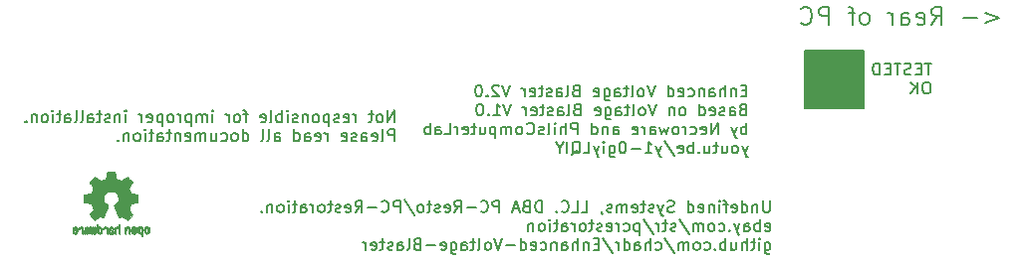
<source format=gbr>
%TF.GenerationSoftware,KiCad,Pcbnew,7.0.7*%
%TF.CreationDate,2023-10-30T05:19:45-05:00*%
%TF.ProjectId,Voltage Blaster,566f6c74-6167-4652-9042-6c6173746572,rev?*%
%TF.SameCoordinates,Original*%
%TF.FileFunction,Legend,Bot*%
%TF.FilePolarity,Positive*%
%FSLAX46Y46*%
G04 Gerber Fmt 4.6, Leading zero omitted, Abs format (unit mm)*
G04 Created by KiCad (PCBNEW 7.0.7) date 2023-10-30 05:19:45*
%MOMM*%
%LPD*%
G01*
G04 APERTURE LIST*
%ADD10C,0.150000*%
%ADD11C,0.200000*%
%ADD12C,0.010000*%
G04 APERTURE END LIST*
D10*
X182689500Y-95631000D02*
X187642500Y-95631000D01*
X187642500Y-100584000D01*
X182689500Y-100584000D01*
X182689500Y-95631000D01*
G36*
X182689500Y-95631000D02*
G01*
X187642500Y-95631000D01*
X187642500Y-100584000D01*
X182689500Y-100584000D01*
X182689500Y-95631000D01*
G37*
D11*
X198012422Y-92405028D02*
X199155279Y-92833600D01*
X199155279Y-92833600D02*
X198012422Y-93262171D01*
X197298136Y-92833600D02*
X196155279Y-92833600D01*
X193440993Y-93405028D02*
X193940993Y-92690742D01*
X194298136Y-93405028D02*
X194298136Y-91905028D01*
X194298136Y-91905028D02*
X193726707Y-91905028D01*
X193726707Y-91905028D02*
X193583850Y-91976457D01*
X193583850Y-91976457D02*
X193512421Y-92047885D01*
X193512421Y-92047885D02*
X193440993Y-92190742D01*
X193440993Y-92190742D02*
X193440993Y-92405028D01*
X193440993Y-92405028D02*
X193512421Y-92547885D01*
X193512421Y-92547885D02*
X193583850Y-92619314D01*
X193583850Y-92619314D02*
X193726707Y-92690742D01*
X193726707Y-92690742D02*
X194298136Y-92690742D01*
X192226707Y-93333600D02*
X192369564Y-93405028D01*
X192369564Y-93405028D02*
X192655279Y-93405028D01*
X192655279Y-93405028D02*
X192798136Y-93333600D01*
X192798136Y-93333600D02*
X192869564Y-93190742D01*
X192869564Y-93190742D02*
X192869564Y-92619314D01*
X192869564Y-92619314D02*
X192798136Y-92476457D01*
X192798136Y-92476457D02*
X192655279Y-92405028D01*
X192655279Y-92405028D02*
X192369564Y-92405028D01*
X192369564Y-92405028D02*
X192226707Y-92476457D01*
X192226707Y-92476457D02*
X192155279Y-92619314D01*
X192155279Y-92619314D02*
X192155279Y-92762171D01*
X192155279Y-92762171D02*
X192869564Y-92905028D01*
X190869565Y-93405028D02*
X190869565Y-92619314D01*
X190869565Y-92619314D02*
X190940993Y-92476457D01*
X190940993Y-92476457D02*
X191083850Y-92405028D01*
X191083850Y-92405028D02*
X191369565Y-92405028D01*
X191369565Y-92405028D02*
X191512422Y-92476457D01*
X190869565Y-93333600D02*
X191012422Y-93405028D01*
X191012422Y-93405028D02*
X191369565Y-93405028D01*
X191369565Y-93405028D02*
X191512422Y-93333600D01*
X191512422Y-93333600D02*
X191583850Y-93190742D01*
X191583850Y-93190742D02*
X191583850Y-93047885D01*
X191583850Y-93047885D02*
X191512422Y-92905028D01*
X191512422Y-92905028D02*
X191369565Y-92833600D01*
X191369565Y-92833600D02*
X191012422Y-92833600D01*
X191012422Y-92833600D02*
X190869565Y-92762171D01*
X190155279Y-93405028D02*
X190155279Y-92405028D01*
X190155279Y-92690742D02*
X190083850Y-92547885D01*
X190083850Y-92547885D02*
X190012422Y-92476457D01*
X190012422Y-92476457D02*
X189869564Y-92405028D01*
X189869564Y-92405028D02*
X189726707Y-92405028D01*
X187869565Y-93405028D02*
X188012422Y-93333600D01*
X188012422Y-93333600D02*
X188083851Y-93262171D01*
X188083851Y-93262171D02*
X188155279Y-93119314D01*
X188155279Y-93119314D02*
X188155279Y-92690742D01*
X188155279Y-92690742D02*
X188083851Y-92547885D01*
X188083851Y-92547885D02*
X188012422Y-92476457D01*
X188012422Y-92476457D02*
X187869565Y-92405028D01*
X187869565Y-92405028D02*
X187655279Y-92405028D01*
X187655279Y-92405028D02*
X187512422Y-92476457D01*
X187512422Y-92476457D02*
X187440994Y-92547885D01*
X187440994Y-92547885D02*
X187369565Y-92690742D01*
X187369565Y-92690742D02*
X187369565Y-93119314D01*
X187369565Y-93119314D02*
X187440994Y-93262171D01*
X187440994Y-93262171D02*
X187512422Y-93333600D01*
X187512422Y-93333600D02*
X187655279Y-93405028D01*
X187655279Y-93405028D02*
X187869565Y-93405028D01*
X186940993Y-92405028D02*
X186369565Y-92405028D01*
X186726708Y-93405028D02*
X186726708Y-92119314D01*
X186726708Y-92119314D02*
X186655279Y-91976457D01*
X186655279Y-91976457D02*
X186512422Y-91905028D01*
X186512422Y-91905028D02*
X186369565Y-91905028D01*
X184726708Y-93405028D02*
X184726708Y-91905028D01*
X184726708Y-91905028D02*
X184155279Y-91905028D01*
X184155279Y-91905028D02*
X184012422Y-91976457D01*
X184012422Y-91976457D02*
X183940993Y-92047885D01*
X183940993Y-92047885D02*
X183869565Y-92190742D01*
X183869565Y-92190742D02*
X183869565Y-92405028D01*
X183869565Y-92405028D02*
X183940993Y-92547885D01*
X183940993Y-92547885D02*
X184012422Y-92619314D01*
X184012422Y-92619314D02*
X184155279Y-92690742D01*
X184155279Y-92690742D02*
X184726708Y-92690742D01*
X182369565Y-93262171D02*
X182440993Y-93333600D01*
X182440993Y-93333600D02*
X182655279Y-93405028D01*
X182655279Y-93405028D02*
X182798136Y-93405028D01*
X182798136Y-93405028D02*
X183012422Y-93333600D01*
X183012422Y-93333600D02*
X183155279Y-93190742D01*
X183155279Y-93190742D02*
X183226708Y-93047885D01*
X183226708Y-93047885D02*
X183298136Y-92762171D01*
X183298136Y-92762171D02*
X183298136Y-92547885D01*
X183298136Y-92547885D02*
X183226708Y-92262171D01*
X183226708Y-92262171D02*
X183155279Y-92119314D01*
X183155279Y-92119314D02*
X183012422Y-91976457D01*
X183012422Y-91976457D02*
X182798136Y-91905028D01*
X182798136Y-91905028D02*
X182655279Y-91905028D01*
X182655279Y-91905028D02*
X182440993Y-91976457D01*
X182440993Y-91976457D02*
X182369565Y-92047885D01*
D10*
X179698420Y-108425819D02*
X179698420Y-109235342D01*
X179698420Y-109235342D02*
X179650801Y-109330580D01*
X179650801Y-109330580D02*
X179603182Y-109378200D01*
X179603182Y-109378200D02*
X179507944Y-109425819D01*
X179507944Y-109425819D02*
X179317468Y-109425819D01*
X179317468Y-109425819D02*
X179222230Y-109378200D01*
X179222230Y-109378200D02*
X179174611Y-109330580D01*
X179174611Y-109330580D02*
X179126992Y-109235342D01*
X179126992Y-109235342D02*
X179126992Y-108425819D01*
X178650801Y-108759152D02*
X178650801Y-109425819D01*
X178650801Y-108854390D02*
X178603182Y-108806771D01*
X178603182Y-108806771D02*
X178507944Y-108759152D01*
X178507944Y-108759152D02*
X178365087Y-108759152D01*
X178365087Y-108759152D02*
X178269849Y-108806771D01*
X178269849Y-108806771D02*
X178222230Y-108902009D01*
X178222230Y-108902009D02*
X178222230Y-109425819D01*
X177317468Y-109425819D02*
X177317468Y-108425819D01*
X177317468Y-109378200D02*
X177412706Y-109425819D01*
X177412706Y-109425819D02*
X177603182Y-109425819D01*
X177603182Y-109425819D02*
X177698420Y-109378200D01*
X177698420Y-109378200D02*
X177746039Y-109330580D01*
X177746039Y-109330580D02*
X177793658Y-109235342D01*
X177793658Y-109235342D02*
X177793658Y-108949628D01*
X177793658Y-108949628D02*
X177746039Y-108854390D01*
X177746039Y-108854390D02*
X177698420Y-108806771D01*
X177698420Y-108806771D02*
X177603182Y-108759152D01*
X177603182Y-108759152D02*
X177412706Y-108759152D01*
X177412706Y-108759152D02*
X177317468Y-108806771D01*
X176460325Y-109378200D02*
X176555563Y-109425819D01*
X176555563Y-109425819D02*
X176746039Y-109425819D01*
X176746039Y-109425819D02*
X176841277Y-109378200D01*
X176841277Y-109378200D02*
X176888896Y-109282961D01*
X176888896Y-109282961D02*
X176888896Y-108902009D01*
X176888896Y-108902009D02*
X176841277Y-108806771D01*
X176841277Y-108806771D02*
X176746039Y-108759152D01*
X176746039Y-108759152D02*
X176555563Y-108759152D01*
X176555563Y-108759152D02*
X176460325Y-108806771D01*
X176460325Y-108806771D02*
X176412706Y-108902009D01*
X176412706Y-108902009D02*
X176412706Y-108997247D01*
X176412706Y-108997247D02*
X176888896Y-109092485D01*
X176126991Y-108759152D02*
X175746039Y-108759152D01*
X175984134Y-109425819D02*
X175984134Y-108568676D01*
X175984134Y-108568676D02*
X175936515Y-108473438D01*
X175936515Y-108473438D02*
X175841277Y-108425819D01*
X175841277Y-108425819D02*
X175746039Y-108425819D01*
X175412705Y-109425819D02*
X175412705Y-108759152D01*
X175412705Y-108425819D02*
X175460324Y-108473438D01*
X175460324Y-108473438D02*
X175412705Y-108521057D01*
X175412705Y-108521057D02*
X175365086Y-108473438D01*
X175365086Y-108473438D02*
X175412705Y-108425819D01*
X175412705Y-108425819D02*
X175412705Y-108521057D01*
X174936515Y-108759152D02*
X174936515Y-109425819D01*
X174936515Y-108854390D02*
X174888896Y-108806771D01*
X174888896Y-108806771D02*
X174793658Y-108759152D01*
X174793658Y-108759152D02*
X174650801Y-108759152D01*
X174650801Y-108759152D02*
X174555563Y-108806771D01*
X174555563Y-108806771D02*
X174507944Y-108902009D01*
X174507944Y-108902009D02*
X174507944Y-109425819D01*
X173650801Y-109378200D02*
X173746039Y-109425819D01*
X173746039Y-109425819D02*
X173936515Y-109425819D01*
X173936515Y-109425819D02*
X174031753Y-109378200D01*
X174031753Y-109378200D02*
X174079372Y-109282961D01*
X174079372Y-109282961D02*
X174079372Y-108902009D01*
X174079372Y-108902009D02*
X174031753Y-108806771D01*
X174031753Y-108806771D02*
X173936515Y-108759152D01*
X173936515Y-108759152D02*
X173746039Y-108759152D01*
X173746039Y-108759152D02*
X173650801Y-108806771D01*
X173650801Y-108806771D02*
X173603182Y-108902009D01*
X173603182Y-108902009D02*
X173603182Y-108997247D01*
X173603182Y-108997247D02*
X174079372Y-109092485D01*
X172746039Y-109425819D02*
X172746039Y-108425819D01*
X172746039Y-109378200D02*
X172841277Y-109425819D01*
X172841277Y-109425819D02*
X173031753Y-109425819D01*
X173031753Y-109425819D02*
X173126991Y-109378200D01*
X173126991Y-109378200D02*
X173174610Y-109330580D01*
X173174610Y-109330580D02*
X173222229Y-109235342D01*
X173222229Y-109235342D02*
X173222229Y-108949628D01*
X173222229Y-108949628D02*
X173174610Y-108854390D01*
X173174610Y-108854390D02*
X173126991Y-108806771D01*
X173126991Y-108806771D02*
X173031753Y-108759152D01*
X173031753Y-108759152D02*
X172841277Y-108759152D01*
X172841277Y-108759152D02*
X172746039Y-108806771D01*
X171555562Y-109378200D02*
X171412705Y-109425819D01*
X171412705Y-109425819D02*
X171174610Y-109425819D01*
X171174610Y-109425819D02*
X171079372Y-109378200D01*
X171079372Y-109378200D02*
X171031753Y-109330580D01*
X171031753Y-109330580D02*
X170984134Y-109235342D01*
X170984134Y-109235342D02*
X170984134Y-109140104D01*
X170984134Y-109140104D02*
X171031753Y-109044866D01*
X171031753Y-109044866D02*
X171079372Y-108997247D01*
X171079372Y-108997247D02*
X171174610Y-108949628D01*
X171174610Y-108949628D02*
X171365086Y-108902009D01*
X171365086Y-108902009D02*
X171460324Y-108854390D01*
X171460324Y-108854390D02*
X171507943Y-108806771D01*
X171507943Y-108806771D02*
X171555562Y-108711533D01*
X171555562Y-108711533D02*
X171555562Y-108616295D01*
X171555562Y-108616295D02*
X171507943Y-108521057D01*
X171507943Y-108521057D02*
X171460324Y-108473438D01*
X171460324Y-108473438D02*
X171365086Y-108425819D01*
X171365086Y-108425819D02*
X171126991Y-108425819D01*
X171126991Y-108425819D02*
X170984134Y-108473438D01*
X170650800Y-108759152D02*
X170412705Y-109425819D01*
X170174610Y-108759152D02*
X170412705Y-109425819D01*
X170412705Y-109425819D02*
X170507943Y-109663914D01*
X170507943Y-109663914D02*
X170555562Y-109711533D01*
X170555562Y-109711533D02*
X170650800Y-109759152D01*
X169841276Y-109378200D02*
X169746038Y-109425819D01*
X169746038Y-109425819D02*
X169555562Y-109425819D01*
X169555562Y-109425819D02*
X169460324Y-109378200D01*
X169460324Y-109378200D02*
X169412705Y-109282961D01*
X169412705Y-109282961D02*
X169412705Y-109235342D01*
X169412705Y-109235342D02*
X169460324Y-109140104D01*
X169460324Y-109140104D02*
X169555562Y-109092485D01*
X169555562Y-109092485D02*
X169698419Y-109092485D01*
X169698419Y-109092485D02*
X169793657Y-109044866D01*
X169793657Y-109044866D02*
X169841276Y-108949628D01*
X169841276Y-108949628D02*
X169841276Y-108902009D01*
X169841276Y-108902009D02*
X169793657Y-108806771D01*
X169793657Y-108806771D02*
X169698419Y-108759152D01*
X169698419Y-108759152D02*
X169555562Y-108759152D01*
X169555562Y-108759152D02*
X169460324Y-108806771D01*
X169126990Y-108759152D02*
X168746038Y-108759152D01*
X168984133Y-108425819D02*
X168984133Y-109282961D01*
X168984133Y-109282961D02*
X168936514Y-109378200D01*
X168936514Y-109378200D02*
X168841276Y-109425819D01*
X168841276Y-109425819D02*
X168746038Y-109425819D01*
X168031752Y-109378200D02*
X168126990Y-109425819D01*
X168126990Y-109425819D02*
X168317466Y-109425819D01*
X168317466Y-109425819D02*
X168412704Y-109378200D01*
X168412704Y-109378200D02*
X168460323Y-109282961D01*
X168460323Y-109282961D02*
X168460323Y-108902009D01*
X168460323Y-108902009D02*
X168412704Y-108806771D01*
X168412704Y-108806771D02*
X168317466Y-108759152D01*
X168317466Y-108759152D02*
X168126990Y-108759152D01*
X168126990Y-108759152D02*
X168031752Y-108806771D01*
X168031752Y-108806771D02*
X167984133Y-108902009D01*
X167984133Y-108902009D02*
X167984133Y-108997247D01*
X167984133Y-108997247D02*
X168460323Y-109092485D01*
X167555561Y-109425819D02*
X167555561Y-108759152D01*
X167555561Y-108854390D02*
X167507942Y-108806771D01*
X167507942Y-108806771D02*
X167412704Y-108759152D01*
X167412704Y-108759152D02*
X167269847Y-108759152D01*
X167269847Y-108759152D02*
X167174609Y-108806771D01*
X167174609Y-108806771D02*
X167126990Y-108902009D01*
X167126990Y-108902009D02*
X167126990Y-109425819D01*
X167126990Y-108902009D02*
X167079371Y-108806771D01*
X167079371Y-108806771D02*
X166984133Y-108759152D01*
X166984133Y-108759152D02*
X166841276Y-108759152D01*
X166841276Y-108759152D02*
X166746037Y-108806771D01*
X166746037Y-108806771D02*
X166698418Y-108902009D01*
X166698418Y-108902009D02*
X166698418Y-109425819D01*
X166269847Y-109378200D02*
X166174609Y-109425819D01*
X166174609Y-109425819D02*
X165984133Y-109425819D01*
X165984133Y-109425819D02*
X165888895Y-109378200D01*
X165888895Y-109378200D02*
X165841276Y-109282961D01*
X165841276Y-109282961D02*
X165841276Y-109235342D01*
X165841276Y-109235342D02*
X165888895Y-109140104D01*
X165888895Y-109140104D02*
X165984133Y-109092485D01*
X165984133Y-109092485D02*
X166126990Y-109092485D01*
X166126990Y-109092485D02*
X166222228Y-109044866D01*
X166222228Y-109044866D02*
X166269847Y-108949628D01*
X166269847Y-108949628D02*
X166269847Y-108902009D01*
X166269847Y-108902009D02*
X166222228Y-108806771D01*
X166222228Y-108806771D02*
X166126990Y-108759152D01*
X166126990Y-108759152D02*
X165984133Y-108759152D01*
X165984133Y-108759152D02*
X165888895Y-108806771D01*
X165365085Y-109378200D02*
X165365085Y-109425819D01*
X165365085Y-109425819D02*
X165412704Y-109521057D01*
X165412704Y-109521057D02*
X165460323Y-109568676D01*
X163698419Y-109425819D02*
X164174609Y-109425819D01*
X164174609Y-109425819D02*
X164174609Y-108425819D01*
X162888895Y-109425819D02*
X163365085Y-109425819D01*
X163365085Y-109425819D02*
X163365085Y-108425819D01*
X161984133Y-109330580D02*
X162031752Y-109378200D01*
X162031752Y-109378200D02*
X162174609Y-109425819D01*
X162174609Y-109425819D02*
X162269847Y-109425819D01*
X162269847Y-109425819D02*
X162412704Y-109378200D01*
X162412704Y-109378200D02*
X162507942Y-109282961D01*
X162507942Y-109282961D02*
X162555561Y-109187723D01*
X162555561Y-109187723D02*
X162603180Y-108997247D01*
X162603180Y-108997247D02*
X162603180Y-108854390D01*
X162603180Y-108854390D02*
X162555561Y-108663914D01*
X162555561Y-108663914D02*
X162507942Y-108568676D01*
X162507942Y-108568676D02*
X162412704Y-108473438D01*
X162412704Y-108473438D02*
X162269847Y-108425819D01*
X162269847Y-108425819D02*
X162174609Y-108425819D01*
X162174609Y-108425819D02*
X162031752Y-108473438D01*
X162031752Y-108473438D02*
X161984133Y-108521057D01*
X161555561Y-109330580D02*
X161507942Y-109378200D01*
X161507942Y-109378200D02*
X161555561Y-109425819D01*
X161555561Y-109425819D02*
X161603180Y-109378200D01*
X161603180Y-109378200D02*
X161555561Y-109330580D01*
X161555561Y-109330580D02*
X161555561Y-109425819D01*
X160317466Y-109425819D02*
X160317466Y-108425819D01*
X160317466Y-108425819D02*
X160079371Y-108425819D01*
X160079371Y-108425819D02*
X159936514Y-108473438D01*
X159936514Y-108473438D02*
X159841276Y-108568676D01*
X159841276Y-108568676D02*
X159793657Y-108663914D01*
X159793657Y-108663914D02*
X159746038Y-108854390D01*
X159746038Y-108854390D02*
X159746038Y-108997247D01*
X159746038Y-108997247D02*
X159793657Y-109187723D01*
X159793657Y-109187723D02*
X159841276Y-109282961D01*
X159841276Y-109282961D02*
X159936514Y-109378200D01*
X159936514Y-109378200D02*
X160079371Y-109425819D01*
X160079371Y-109425819D02*
X160317466Y-109425819D01*
X158984133Y-108902009D02*
X158841276Y-108949628D01*
X158841276Y-108949628D02*
X158793657Y-108997247D01*
X158793657Y-108997247D02*
X158746038Y-109092485D01*
X158746038Y-109092485D02*
X158746038Y-109235342D01*
X158746038Y-109235342D02*
X158793657Y-109330580D01*
X158793657Y-109330580D02*
X158841276Y-109378200D01*
X158841276Y-109378200D02*
X158936514Y-109425819D01*
X158936514Y-109425819D02*
X159317466Y-109425819D01*
X159317466Y-109425819D02*
X159317466Y-108425819D01*
X159317466Y-108425819D02*
X158984133Y-108425819D01*
X158984133Y-108425819D02*
X158888895Y-108473438D01*
X158888895Y-108473438D02*
X158841276Y-108521057D01*
X158841276Y-108521057D02*
X158793657Y-108616295D01*
X158793657Y-108616295D02*
X158793657Y-108711533D01*
X158793657Y-108711533D02*
X158841276Y-108806771D01*
X158841276Y-108806771D02*
X158888895Y-108854390D01*
X158888895Y-108854390D02*
X158984133Y-108902009D01*
X158984133Y-108902009D02*
X159317466Y-108902009D01*
X158365085Y-109140104D02*
X157888895Y-109140104D01*
X158460323Y-109425819D02*
X158126990Y-108425819D01*
X158126990Y-108425819D02*
X157793657Y-109425819D01*
X156698418Y-109425819D02*
X156698418Y-108425819D01*
X156698418Y-108425819D02*
X156317466Y-108425819D01*
X156317466Y-108425819D02*
X156222228Y-108473438D01*
X156222228Y-108473438D02*
X156174609Y-108521057D01*
X156174609Y-108521057D02*
X156126990Y-108616295D01*
X156126990Y-108616295D02*
X156126990Y-108759152D01*
X156126990Y-108759152D02*
X156174609Y-108854390D01*
X156174609Y-108854390D02*
X156222228Y-108902009D01*
X156222228Y-108902009D02*
X156317466Y-108949628D01*
X156317466Y-108949628D02*
X156698418Y-108949628D01*
X155126990Y-109330580D02*
X155174609Y-109378200D01*
X155174609Y-109378200D02*
X155317466Y-109425819D01*
X155317466Y-109425819D02*
X155412704Y-109425819D01*
X155412704Y-109425819D02*
X155555561Y-109378200D01*
X155555561Y-109378200D02*
X155650799Y-109282961D01*
X155650799Y-109282961D02*
X155698418Y-109187723D01*
X155698418Y-109187723D02*
X155746037Y-108997247D01*
X155746037Y-108997247D02*
X155746037Y-108854390D01*
X155746037Y-108854390D02*
X155698418Y-108663914D01*
X155698418Y-108663914D02*
X155650799Y-108568676D01*
X155650799Y-108568676D02*
X155555561Y-108473438D01*
X155555561Y-108473438D02*
X155412704Y-108425819D01*
X155412704Y-108425819D02*
X155317466Y-108425819D01*
X155317466Y-108425819D02*
X155174609Y-108473438D01*
X155174609Y-108473438D02*
X155126990Y-108521057D01*
X154698418Y-109044866D02*
X153936514Y-109044866D01*
X152888895Y-109425819D02*
X153222228Y-108949628D01*
X153460323Y-109425819D02*
X153460323Y-108425819D01*
X153460323Y-108425819D02*
X153079371Y-108425819D01*
X153079371Y-108425819D02*
X152984133Y-108473438D01*
X152984133Y-108473438D02*
X152936514Y-108521057D01*
X152936514Y-108521057D02*
X152888895Y-108616295D01*
X152888895Y-108616295D02*
X152888895Y-108759152D01*
X152888895Y-108759152D02*
X152936514Y-108854390D01*
X152936514Y-108854390D02*
X152984133Y-108902009D01*
X152984133Y-108902009D02*
X153079371Y-108949628D01*
X153079371Y-108949628D02*
X153460323Y-108949628D01*
X152079371Y-109378200D02*
X152174609Y-109425819D01*
X152174609Y-109425819D02*
X152365085Y-109425819D01*
X152365085Y-109425819D02*
X152460323Y-109378200D01*
X152460323Y-109378200D02*
X152507942Y-109282961D01*
X152507942Y-109282961D02*
X152507942Y-108902009D01*
X152507942Y-108902009D02*
X152460323Y-108806771D01*
X152460323Y-108806771D02*
X152365085Y-108759152D01*
X152365085Y-108759152D02*
X152174609Y-108759152D01*
X152174609Y-108759152D02*
X152079371Y-108806771D01*
X152079371Y-108806771D02*
X152031752Y-108902009D01*
X152031752Y-108902009D02*
X152031752Y-108997247D01*
X152031752Y-108997247D02*
X152507942Y-109092485D01*
X151650799Y-109378200D02*
X151555561Y-109425819D01*
X151555561Y-109425819D02*
X151365085Y-109425819D01*
X151365085Y-109425819D02*
X151269847Y-109378200D01*
X151269847Y-109378200D02*
X151222228Y-109282961D01*
X151222228Y-109282961D02*
X151222228Y-109235342D01*
X151222228Y-109235342D02*
X151269847Y-109140104D01*
X151269847Y-109140104D02*
X151365085Y-109092485D01*
X151365085Y-109092485D02*
X151507942Y-109092485D01*
X151507942Y-109092485D02*
X151603180Y-109044866D01*
X151603180Y-109044866D02*
X151650799Y-108949628D01*
X151650799Y-108949628D02*
X151650799Y-108902009D01*
X151650799Y-108902009D02*
X151603180Y-108806771D01*
X151603180Y-108806771D02*
X151507942Y-108759152D01*
X151507942Y-108759152D02*
X151365085Y-108759152D01*
X151365085Y-108759152D02*
X151269847Y-108806771D01*
X150936513Y-108759152D02*
X150555561Y-108759152D01*
X150793656Y-108425819D02*
X150793656Y-109282961D01*
X150793656Y-109282961D02*
X150746037Y-109378200D01*
X150746037Y-109378200D02*
X150650799Y-109425819D01*
X150650799Y-109425819D02*
X150555561Y-109425819D01*
X150079370Y-109425819D02*
X150174608Y-109378200D01*
X150174608Y-109378200D02*
X150222227Y-109330580D01*
X150222227Y-109330580D02*
X150269846Y-109235342D01*
X150269846Y-109235342D02*
X150269846Y-108949628D01*
X150269846Y-108949628D02*
X150222227Y-108854390D01*
X150222227Y-108854390D02*
X150174608Y-108806771D01*
X150174608Y-108806771D02*
X150079370Y-108759152D01*
X150079370Y-108759152D02*
X149936513Y-108759152D01*
X149936513Y-108759152D02*
X149841275Y-108806771D01*
X149841275Y-108806771D02*
X149793656Y-108854390D01*
X149793656Y-108854390D02*
X149746037Y-108949628D01*
X149746037Y-108949628D02*
X149746037Y-109235342D01*
X149746037Y-109235342D02*
X149793656Y-109330580D01*
X149793656Y-109330580D02*
X149841275Y-109378200D01*
X149841275Y-109378200D02*
X149936513Y-109425819D01*
X149936513Y-109425819D02*
X150079370Y-109425819D01*
X148603180Y-108378200D02*
X149460322Y-109663914D01*
X148269846Y-109425819D02*
X148269846Y-108425819D01*
X148269846Y-108425819D02*
X147888894Y-108425819D01*
X147888894Y-108425819D02*
X147793656Y-108473438D01*
X147793656Y-108473438D02*
X147746037Y-108521057D01*
X147746037Y-108521057D02*
X147698418Y-108616295D01*
X147698418Y-108616295D02*
X147698418Y-108759152D01*
X147698418Y-108759152D02*
X147746037Y-108854390D01*
X147746037Y-108854390D02*
X147793656Y-108902009D01*
X147793656Y-108902009D02*
X147888894Y-108949628D01*
X147888894Y-108949628D02*
X148269846Y-108949628D01*
X146698418Y-109330580D02*
X146746037Y-109378200D01*
X146746037Y-109378200D02*
X146888894Y-109425819D01*
X146888894Y-109425819D02*
X146984132Y-109425819D01*
X146984132Y-109425819D02*
X147126989Y-109378200D01*
X147126989Y-109378200D02*
X147222227Y-109282961D01*
X147222227Y-109282961D02*
X147269846Y-109187723D01*
X147269846Y-109187723D02*
X147317465Y-108997247D01*
X147317465Y-108997247D02*
X147317465Y-108854390D01*
X147317465Y-108854390D02*
X147269846Y-108663914D01*
X147269846Y-108663914D02*
X147222227Y-108568676D01*
X147222227Y-108568676D02*
X147126989Y-108473438D01*
X147126989Y-108473438D02*
X146984132Y-108425819D01*
X146984132Y-108425819D02*
X146888894Y-108425819D01*
X146888894Y-108425819D02*
X146746037Y-108473438D01*
X146746037Y-108473438D02*
X146698418Y-108521057D01*
X146269846Y-109044866D02*
X145507942Y-109044866D01*
X144460323Y-109425819D02*
X144793656Y-108949628D01*
X145031751Y-109425819D02*
X145031751Y-108425819D01*
X145031751Y-108425819D02*
X144650799Y-108425819D01*
X144650799Y-108425819D02*
X144555561Y-108473438D01*
X144555561Y-108473438D02*
X144507942Y-108521057D01*
X144507942Y-108521057D02*
X144460323Y-108616295D01*
X144460323Y-108616295D02*
X144460323Y-108759152D01*
X144460323Y-108759152D02*
X144507942Y-108854390D01*
X144507942Y-108854390D02*
X144555561Y-108902009D01*
X144555561Y-108902009D02*
X144650799Y-108949628D01*
X144650799Y-108949628D02*
X145031751Y-108949628D01*
X143650799Y-109378200D02*
X143746037Y-109425819D01*
X143746037Y-109425819D02*
X143936513Y-109425819D01*
X143936513Y-109425819D02*
X144031751Y-109378200D01*
X144031751Y-109378200D02*
X144079370Y-109282961D01*
X144079370Y-109282961D02*
X144079370Y-108902009D01*
X144079370Y-108902009D02*
X144031751Y-108806771D01*
X144031751Y-108806771D02*
X143936513Y-108759152D01*
X143936513Y-108759152D02*
X143746037Y-108759152D01*
X143746037Y-108759152D02*
X143650799Y-108806771D01*
X143650799Y-108806771D02*
X143603180Y-108902009D01*
X143603180Y-108902009D02*
X143603180Y-108997247D01*
X143603180Y-108997247D02*
X144079370Y-109092485D01*
X143222227Y-109378200D02*
X143126989Y-109425819D01*
X143126989Y-109425819D02*
X142936513Y-109425819D01*
X142936513Y-109425819D02*
X142841275Y-109378200D01*
X142841275Y-109378200D02*
X142793656Y-109282961D01*
X142793656Y-109282961D02*
X142793656Y-109235342D01*
X142793656Y-109235342D02*
X142841275Y-109140104D01*
X142841275Y-109140104D02*
X142936513Y-109092485D01*
X142936513Y-109092485D02*
X143079370Y-109092485D01*
X143079370Y-109092485D02*
X143174608Y-109044866D01*
X143174608Y-109044866D02*
X143222227Y-108949628D01*
X143222227Y-108949628D02*
X143222227Y-108902009D01*
X143222227Y-108902009D02*
X143174608Y-108806771D01*
X143174608Y-108806771D02*
X143079370Y-108759152D01*
X143079370Y-108759152D02*
X142936513Y-108759152D01*
X142936513Y-108759152D02*
X142841275Y-108806771D01*
X142507941Y-108759152D02*
X142126989Y-108759152D01*
X142365084Y-108425819D02*
X142365084Y-109282961D01*
X142365084Y-109282961D02*
X142317465Y-109378200D01*
X142317465Y-109378200D02*
X142222227Y-109425819D01*
X142222227Y-109425819D02*
X142126989Y-109425819D01*
X141650798Y-109425819D02*
X141746036Y-109378200D01*
X141746036Y-109378200D02*
X141793655Y-109330580D01*
X141793655Y-109330580D02*
X141841274Y-109235342D01*
X141841274Y-109235342D02*
X141841274Y-108949628D01*
X141841274Y-108949628D02*
X141793655Y-108854390D01*
X141793655Y-108854390D02*
X141746036Y-108806771D01*
X141746036Y-108806771D02*
X141650798Y-108759152D01*
X141650798Y-108759152D02*
X141507941Y-108759152D01*
X141507941Y-108759152D02*
X141412703Y-108806771D01*
X141412703Y-108806771D02*
X141365084Y-108854390D01*
X141365084Y-108854390D02*
X141317465Y-108949628D01*
X141317465Y-108949628D02*
X141317465Y-109235342D01*
X141317465Y-109235342D02*
X141365084Y-109330580D01*
X141365084Y-109330580D02*
X141412703Y-109378200D01*
X141412703Y-109378200D02*
X141507941Y-109425819D01*
X141507941Y-109425819D02*
X141650798Y-109425819D01*
X140888893Y-109425819D02*
X140888893Y-108759152D01*
X140888893Y-108949628D02*
X140841274Y-108854390D01*
X140841274Y-108854390D02*
X140793655Y-108806771D01*
X140793655Y-108806771D02*
X140698417Y-108759152D01*
X140698417Y-108759152D02*
X140603179Y-108759152D01*
X139841274Y-109425819D02*
X139841274Y-108902009D01*
X139841274Y-108902009D02*
X139888893Y-108806771D01*
X139888893Y-108806771D02*
X139984131Y-108759152D01*
X139984131Y-108759152D02*
X140174607Y-108759152D01*
X140174607Y-108759152D02*
X140269845Y-108806771D01*
X139841274Y-109378200D02*
X139936512Y-109425819D01*
X139936512Y-109425819D02*
X140174607Y-109425819D01*
X140174607Y-109425819D02*
X140269845Y-109378200D01*
X140269845Y-109378200D02*
X140317464Y-109282961D01*
X140317464Y-109282961D02*
X140317464Y-109187723D01*
X140317464Y-109187723D02*
X140269845Y-109092485D01*
X140269845Y-109092485D02*
X140174607Y-109044866D01*
X140174607Y-109044866D02*
X139936512Y-109044866D01*
X139936512Y-109044866D02*
X139841274Y-108997247D01*
X139507940Y-108759152D02*
X139126988Y-108759152D01*
X139365083Y-108425819D02*
X139365083Y-109282961D01*
X139365083Y-109282961D02*
X139317464Y-109378200D01*
X139317464Y-109378200D02*
X139222226Y-109425819D01*
X139222226Y-109425819D02*
X139126988Y-109425819D01*
X138793654Y-109425819D02*
X138793654Y-108759152D01*
X138793654Y-108425819D02*
X138841273Y-108473438D01*
X138841273Y-108473438D02*
X138793654Y-108521057D01*
X138793654Y-108521057D02*
X138746035Y-108473438D01*
X138746035Y-108473438D02*
X138793654Y-108425819D01*
X138793654Y-108425819D02*
X138793654Y-108521057D01*
X138174607Y-109425819D02*
X138269845Y-109378200D01*
X138269845Y-109378200D02*
X138317464Y-109330580D01*
X138317464Y-109330580D02*
X138365083Y-109235342D01*
X138365083Y-109235342D02*
X138365083Y-108949628D01*
X138365083Y-108949628D02*
X138317464Y-108854390D01*
X138317464Y-108854390D02*
X138269845Y-108806771D01*
X138269845Y-108806771D02*
X138174607Y-108759152D01*
X138174607Y-108759152D02*
X138031750Y-108759152D01*
X138031750Y-108759152D02*
X137936512Y-108806771D01*
X137936512Y-108806771D02*
X137888893Y-108854390D01*
X137888893Y-108854390D02*
X137841274Y-108949628D01*
X137841274Y-108949628D02*
X137841274Y-109235342D01*
X137841274Y-109235342D02*
X137888893Y-109330580D01*
X137888893Y-109330580D02*
X137936512Y-109378200D01*
X137936512Y-109378200D02*
X138031750Y-109425819D01*
X138031750Y-109425819D02*
X138174607Y-109425819D01*
X137412702Y-108759152D02*
X137412702Y-109425819D01*
X137412702Y-108854390D02*
X137365083Y-108806771D01*
X137365083Y-108806771D02*
X137269845Y-108759152D01*
X137269845Y-108759152D02*
X137126988Y-108759152D01*
X137126988Y-108759152D02*
X137031750Y-108806771D01*
X137031750Y-108806771D02*
X136984131Y-108902009D01*
X136984131Y-108902009D02*
X136984131Y-109425819D01*
X136507940Y-109330580D02*
X136460321Y-109378200D01*
X136460321Y-109378200D02*
X136507940Y-109425819D01*
X136507940Y-109425819D02*
X136555559Y-109378200D01*
X136555559Y-109378200D02*
X136507940Y-109330580D01*
X136507940Y-109330580D02*
X136507940Y-109425819D01*
X179317468Y-110988200D02*
X179412706Y-111035819D01*
X179412706Y-111035819D02*
X179603182Y-111035819D01*
X179603182Y-111035819D02*
X179698420Y-110988200D01*
X179698420Y-110988200D02*
X179746039Y-110892961D01*
X179746039Y-110892961D02*
X179746039Y-110512009D01*
X179746039Y-110512009D02*
X179698420Y-110416771D01*
X179698420Y-110416771D02*
X179603182Y-110369152D01*
X179603182Y-110369152D02*
X179412706Y-110369152D01*
X179412706Y-110369152D02*
X179317468Y-110416771D01*
X179317468Y-110416771D02*
X179269849Y-110512009D01*
X179269849Y-110512009D02*
X179269849Y-110607247D01*
X179269849Y-110607247D02*
X179746039Y-110702485D01*
X178841277Y-111035819D02*
X178841277Y-110035819D01*
X178841277Y-110416771D02*
X178746039Y-110369152D01*
X178746039Y-110369152D02*
X178555563Y-110369152D01*
X178555563Y-110369152D02*
X178460325Y-110416771D01*
X178460325Y-110416771D02*
X178412706Y-110464390D01*
X178412706Y-110464390D02*
X178365087Y-110559628D01*
X178365087Y-110559628D02*
X178365087Y-110845342D01*
X178365087Y-110845342D02*
X178412706Y-110940580D01*
X178412706Y-110940580D02*
X178460325Y-110988200D01*
X178460325Y-110988200D02*
X178555563Y-111035819D01*
X178555563Y-111035819D02*
X178746039Y-111035819D01*
X178746039Y-111035819D02*
X178841277Y-110988200D01*
X177507944Y-111035819D02*
X177507944Y-110512009D01*
X177507944Y-110512009D02*
X177555563Y-110416771D01*
X177555563Y-110416771D02*
X177650801Y-110369152D01*
X177650801Y-110369152D02*
X177841277Y-110369152D01*
X177841277Y-110369152D02*
X177936515Y-110416771D01*
X177507944Y-110988200D02*
X177603182Y-111035819D01*
X177603182Y-111035819D02*
X177841277Y-111035819D01*
X177841277Y-111035819D02*
X177936515Y-110988200D01*
X177936515Y-110988200D02*
X177984134Y-110892961D01*
X177984134Y-110892961D02*
X177984134Y-110797723D01*
X177984134Y-110797723D02*
X177936515Y-110702485D01*
X177936515Y-110702485D02*
X177841277Y-110654866D01*
X177841277Y-110654866D02*
X177603182Y-110654866D01*
X177603182Y-110654866D02*
X177507944Y-110607247D01*
X177126991Y-110369152D02*
X176888896Y-111035819D01*
X176650801Y-110369152D02*
X176888896Y-111035819D01*
X176888896Y-111035819D02*
X176984134Y-111273914D01*
X176984134Y-111273914D02*
X177031753Y-111321533D01*
X177031753Y-111321533D02*
X177126991Y-111369152D01*
X176269848Y-110940580D02*
X176222229Y-110988200D01*
X176222229Y-110988200D02*
X176269848Y-111035819D01*
X176269848Y-111035819D02*
X176317467Y-110988200D01*
X176317467Y-110988200D02*
X176269848Y-110940580D01*
X176269848Y-110940580D02*
X176269848Y-111035819D01*
X175365087Y-110988200D02*
X175460325Y-111035819D01*
X175460325Y-111035819D02*
X175650801Y-111035819D01*
X175650801Y-111035819D02*
X175746039Y-110988200D01*
X175746039Y-110988200D02*
X175793658Y-110940580D01*
X175793658Y-110940580D02*
X175841277Y-110845342D01*
X175841277Y-110845342D02*
X175841277Y-110559628D01*
X175841277Y-110559628D02*
X175793658Y-110464390D01*
X175793658Y-110464390D02*
X175746039Y-110416771D01*
X175746039Y-110416771D02*
X175650801Y-110369152D01*
X175650801Y-110369152D02*
X175460325Y-110369152D01*
X175460325Y-110369152D02*
X175365087Y-110416771D01*
X174793658Y-111035819D02*
X174888896Y-110988200D01*
X174888896Y-110988200D02*
X174936515Y-110940580D01*
X174936515Y-110940580D02*
X174984134Y-110845342D01*
X174984134Y-110845342D02*
X174984134Y-110559628D01*
X174984134Y-110559628D02*
X174936515Y-110464390D01*
X174936515Y-110464390D02*
X174888896Y-110416771D01*
X174888896Y-110416771D02*
X174793658Y-110369152D01*
X174793658Y-110369152D02*
X174650801Y-110369152D01*
X174650801Y-110369152D02*
X174555563Y-110416771D01*
X174555563Y-110416771D02*
X174507944Y-110464390D01*
X174507944Y-110464390D02*
X174460325Y-110559628D01*
X174460325Y-110559628D02*
X174460325Y-110845342D01*
X174460325Y-110845342D02*
X174507944Y-110940580D01*
X174507944Y-110940580D02*
X174555563Y-110988200D01*
X174555563Y-110988200D02*
X174650801Y-111035819D01*
X174650801Y-111035819D02*
X174793658Y-111035819D01*
X174031753Y-111035819D02*
X174031753Y-110369152D01*
X174031753Y-110464390D02*
X173984134Y-110416771D01*
X173984134Y-110416771D02*
X173888896Y-110369152D01*
X173888896Y-110369152D02*
X173746039Y-110369152D01*
X173746039Y-110369152D02*
X173650801Y-110416771D01*
X173650801Y-110416771D02*
X173603182Y-110512009D01*
X173603182Y-110512009D02*
X173603182Y-111035819D01*
X173603182Y-110512009D02*
X173555563Y-110416771D01*
X173555563Y-110416771D02*
X173460325Y-110369152D01*
X173460325Y-110369152D02*
X173317468Y-110369152D01*
X173317468Y-110369152D02*
X173222229Y-110416771D01*
X173222229Y-110416771D02*
X173174610Y-110512009D01*
X173174610Y-110512009D02*
X173174610Y-111035819D01*
X171984135Y-109988200D02*
X172841277Y-111273914D01*
X171698420Y-110988200D02*
X171603182Y-111035819D01*
X171603182Y-111035819D02*
X171412706Y-111035819D01*
X171412706Y-111035819D02*
X171317468Y-110988200D01*
X171317468Y-110988200D02*
X171269849Y-110892961D01*
X171269849Y-110892961D02*
X171269849Y-110845342D01*
X171269849Y-110845342D02*
X171317468Y-110750104D01*
X171317468Y-110750104D02*
X171412706Y-110702485D01*
X171412706Y-110702485D02*
X171555563Y-110702485D01*
X171555563Y-110702485D02*
X171650801Y-110654866D01*
X171650801Y-110654866D02*
X171698420Y-110559628D01*
X171698420Y-110559628D02*
X171698420Y-110512009D01*
X171698420Y-110512009D02*
X171650801Y-110416771D01*
X171650801Y-110416771D02*
X171555563Y-110369152D01*
X171555563Y-110369152D02*
X171412706Y-110369152D01*
X171412706Y-110369152D02*
X171317468Y-110416771D01*
X170984134Y-110369152D02*
X170603182Y-110369152D01*
X170841277Y-110035819D02*
X170841277Y-110892961D01*
X170841277Y-110892961D02*
X170793658Y-110988200D01*
X170793658Y-110988200D02*
X170698420Y-111035819D01*
X170698420Y-111035819D02*
X170603182Y-111035819D01*
X170269848Y-111035819D02*
X170269848Y-110369152D01*
X170269848Y-110559628D02*
X170222229Y-110464390D01*
X170222229Y-110464390D02*
X170174610Y-110416771D01*
X170174610Y-110416771D02*
X170079372Y-110369152D01*
X170079372Y-110369152D02*
X169984134Y-110369152D01*
X168936515Y-109988200D02*
X169793657Y-111273914D01*
X168603181Y-110369152D02*
X168603181Y-111369152D01*
X168603181Y-110416771D02*
X168507943Y-110369152D01*
X168507943Y-110369152D02*
X168317467Y-110369152D01*
X168317467Y-110369152D02*
X168222229Y-110416771D01*
X168222229Y-110416771D02*
X168174610Y-110464390D01*
X168174610Y-110464390D02*
X168126991Y-110559628D01*
X168126991Y-110559628D02*
X168126991Y-110845342D01*
X168126991Y-110845342D02*
X168174610Y-110940580D01*
X168174610Y-110940580D02*
X168222229Y-110988200D01*
X168222229Y-110988200D02*
X168317467Y-111035819D01*
X168317467Y-111035819D02*
X168507943Y-111035819D01*
X168507943Y-111035819D02*
X168603181Y-110988200D01*
X167269848Y-110988200D02*
X167365086Y-111035819D01*
X167365086Y-111035819D02*
X167555562Y-111035819D01*
X167555562Y-111035819D02*
X167650800Y-110988200D01*
X167650800Y-110988200D02*
X167698419Y-110940580D01*
X167698419Y-110940580D02*
X167746038Y-110845342D01*
X167746038Y-110845342D02*
X167746038Y-110559628D01*
X167746038Y-110559628D02*
X167698419Y-110464390D01*
X167698419Y-110464390D02*
X167650800Y-110416771D01*
X167650800Y-110416771D02*
X167555562Y-110369152D01*
X167555562Y-110369152D02*
X167365086Y-110369152D01*
X167365086Y-110369152D02*
X167269848Y-110416771D01*
X166841276Y-111035819D02*
X166841276Y-110369152D01*
X166841276Y-110559628D02*
X166793657Y-110464390D01*
X166793657Y-110464390D02*
X166746038Y-110416771D01*
X166746038Y-110416771D02*
X166650800Y-110369152D01*
X166650800Y-110369152D02*
X166555562Y-110369152D01*
X165841276Y-110988200D02*
X165936514Y-111035819D01*
X165936514Y-111035819D02*
X166126990Y-111035819D01*
X166126990Y-111035819D02*
X166222228Y-110988200D01*
X166222228Y-110988200D02*
X166269847Y-110892961D01*
X166269847Y-110892961D02*
X166269847Y-110512009D01*
X166269847Y-110512009D02*
X166222228Y-110416771D01*
X166222228Y-110416771D02*
X166126990Y-110369152D01*
X166126990Y-110369152D02*
X165936514Y-110369152D01*
X165936514Y-110369152D02*
X165841276Y-110416771D01*
X165841276Y-110416771D02*
X165793657Y-110512009D01*
X165793657Y-110512009D02*
X165793657Y-110607247D01*
X165793657Y-110607247D02*
X166269847Y-110702485D01*
X165412704Y-110988200D02*
X165317466Y-111035819D01*
X165317466Y-111035819D02*
X165126990Y-111035819D01*
X165126990Y-111035819D02*
X165031752Y-110988200D01*
X165031752Y-110988200D02*
X164984133Y-110892961D01*
X164984133Y-110892961D02*
X164984133Y-110845342D01*
X164984133Y-110845342D02*
X165031752Y-110750104D01*
X165031752Y-110750104D02*
X165126990Y-110702485D01*
X165126990Y-110702485D02*
X165269847Y-110702485D01*
X165269847Y-110702485D02*
X165365085Y-110654866D01*
X165365085Y-110654866D02*
X165412704Y-110559628D01*
X165412704Y-110559628D02*
X165412704Y-110512009D01*
X165412704Y-110512009D02*
X165365085Y-110416771D01*
X165365085Y-110416771D02*
X165269847Y-110369152D01*
X165269847Y-110369152D02*
X165126990Y-110369152D01*
X165126990Y-110369152D02*
X165031752Y-110416771D01*
X164698418Y-110369152D02*
X164317466Y-110369152D01*
X164555561Y-110035819D02*
X164555561Y-110892961D01*
X164555561Y-110892961D02*
X164507942Y-110988200D01*
X164507942Y-110988200D02*
X164412704Y-111035819D01*
X164412704Y-111035819D02*
X164317466Y-111035819D01*
X163841275Y-111035819D02*
X163936513Y-110988200D01*
X163936513Y-110988200D02*
X163984132Y-110940580D01*
X163984132Y-110940580D02*
X164031751Y-110845342D01*
X164031751Y-110845342D02*
X164031751Y-110559628D01*
X164031751Y-110559628D02*
X163984132Y-110464390D01*
X163984132Y-110464390D02*
X163936513Y-110416771D01*
X163936513Y-110416771D02*
X163841275Y-110369152D01*
X163841275Y-110369152D02*
X163698418Y-110369152D01*
X163698418Y-110369152D02*
X163603180Y-110416771D01*
X163603180Y-110416771D02*
X163555561Y-110464390D01*
X163555561Y-110464390D02*
X163507942Y-110559628D01*
X163507942Y-110559628D02*
X163507942Y-110845342D01*
X163507942Y-110845342D02*
X163555561Y-110940580D01*
X163555561Y-110940580D02*
X163603180Y-110988200D01*
X163603180Y-110988200D02*
X163698418Y-111035819D01*
X163698418Y-111035819D02*
X163841275Y-111035819D01*
X163079370Y-111035819D02*
X163079370Y-110369152D01*
X163079370Y-110559628D02*
X163031751Y-110464390D01*
X163031751Y-110464390D02*
X162984132Y-110416771D01*
X162984132Y-110416771D02*
X162888894Y-110369152D01*
X162888894Y-110369152D02*
X162793656Y-110369152D01*
X162031751Y-111035819D02*
X162031751Y-110512009D01*
X162031751Y-110512009D02*
X162079370Y-110416771D01*
X162079370Y-110416771D02*
X162174608Y-110369152D01*
X162174608Y-110369152D02*
X162365084Y-110369152D01*
X162365084Y-110369152D02*
X162460322Y-110416771D01*
X162031751Y-110988200D02*
X162126989Y-111035819D01*
X162126989Y-111035819D02*
X162365084Y-111035819D01*
X162365084Y-111035819D02*
X162460322Y-110988200D01*
X162460322Y-110988200D02*
X162507941Y-110892961D01*
X162507941Y-110892961D02*
X162507941Y-110797723D01*
X162507941Y-110797723D02*
X162460322Y-110702485D01*
X162460322Y-110702485D02*
X162365084Y-110654866D01*
X162365084Y-110654866D02*
X162126989Y-110654866D01*
X162126989Y-110654866D02*
X162031751Y-110607247D01*
X161698417Y-110369152D02*
X161317465Y-110369152D01*
X161555560Y-110035819D02*
X161555560Y-110892961D01*
X161555560Y-110892961D02*
X161507941Y-110988200D01*
X161507941Y-110988200D02*
X161412703Y-111035819D01*
X161412703Y-111035819D02*
X161317465Y-111035819D01*
X160984131Y-111035819D02*
X160984131Y-110369152D01*
X160984131Y-110035819D02*
X161031750Y-110083438D01*
X161031750Y-110083438D02*
X160984131Y-110131057D01*
X160984131Y-110131057D02*
X160936512Y-110083438D01*
X160936512Y-110083438D02*
X160984131Y-110035819D01*
X160984131Y-110035819D02*
X160984131Y-110131057D01*
X160365084Y-111035819D02*
X160460322Y-110988200D01*
X160460322Y-110988200D02*
X160507941Y-110940580D01*
X160507941Y-110940580D02*
X160555560Y-110845342D01*
X160555560Y-110845342D02*
X160555560Y-110559628D01*
X160555560Y-110559628D02*
X160507941Y-110464390D01*
X160507941Y-110464390D02*
X160460322Y-110416771D01*
X160460322Y-110416771D02*
X160365084Y-110369152D01*
X160365084Y-110369152D02*
X160222227Y-110369152D01*
X160222227Y-110369152D02*
X160126989Y-110416771D01*
X160126989Y-110416771D02*
X160079370Y-110464390D01*
X160079370Y-110464390D02*
X160031751Y-110559628D01*
X160031751Y-110559628D02*
X160031751Y-110845342D01*
X160031751Y-110845342D02*
X160079370Y-110940580D01*
X160079370Y-110940580D02*
X160126989Y-110988200D01*
X160126989Y-110988200D02*
X160222227Y-111035819D01*
X160222227Y-111035819D02*
X160365084Y-111035819D01*
X159603179Y-110369152D02*
X159603179Y-111035819D01*
X159603179Y-110464390D02*
X159555560Y-110416771D01*
X159555560Y-110416771D02*
X159460322Y-110369152D01*
X159460322Y-110369152D02*
X159317465Y-110369152D01*
X159317465Y-110369152D02*
X159222227Y-110416771D01*
X159222227Y-110416771D02*
X159174608Y-110512009D01*
X159174608Y-110512009D02*
X159174608Y-111035819D01*
X179269849Y-111979152D02*
X179269849Y-112788676D01*
X179269849Y-112788676D02*
X179317468Y-112883914D01*
X179317468Y-112883914D02*
X179365087Y-112931533D01*
X179365087Y-112931533D02*
X179460325Y-112979152D01*
X179460325Y-112979152D02*
X179603182Y-112979152D01*
X179603182Y-112979152D02*
X179698420Y-112931533D01*
X179269849Y-112598200D02*
X179365087Y-112645819D01*
X179365087Y-112645819D02*
X179555563Y-112645819D01*
X179555563Y-112645819D02*
X179650801Y-112598200D01*
X179650801Y-112598200D02*
X179698420Y-112550580D01*
X179698420Y-112550580D02*
X179746039Y-112455342D01*
X179746039Y-112455342D02*
X179746039Y-112169628D01*
X179746039Y-112169628D02*
X179698420Y-112074390D01*
X179698420Y-112074390D02*
X179650801Y-112026771D01*
X179650801Y-112026771D02*
X179555563Y-111979152D01*
X179555563Y-111979152D02*
X179365087Y-111979152D01*
X179365087Y-111979152D02*
X179269849Y-112026771D01*
X178793658Y-112645819D02*
X178793658Y-111979152D01*
X178793658Y-111645819D02*
X178841277Y-111693438D01*
X178841277Y-111693438D02*
X178793658Y-111741057D01*
X178793658Y-111741057D02*
X178746039Y-111693438D01*
X178746039Y-111693438D02*
X178793658Y-111645819D01*
X178793658Y-111645819D02*
X178793658Y-111741057D01*
X178460325Y-111979152D02*
X178079373Y-111979152D01*
X178317468Y-111645819D02*
X178317468Y-112502961D01*
X178317468Y-112502961D02*
X178269849Y-112598200D01*
X178269849Y-112598200D02*
X178174611Y-112645819D01*
X178174611Y-112645819D02*
X178079373Y-112645819D01*
X177746039Y-112645819D02*
X177746039Y-111645819D01*
X177317468Y-112645819D02*
X177317468Y-112122009D01*
X177317468Y-112122009D02*
X177365087Y-112026771D01*
X177365087Y-112026771D02*
X177460325Y-111979152D01*
X177460325Y-111979152D02*
X177603182Y-111979152D01*
X177603182Y-111979152D02*
X177698420Y-112026771D01*
X177698420Y-112026771D02*
X177746039Y-112074390D01*
X176412706Y-111979152D02*
X176412706Y-112645819D01*
X176841277Y-111979152D02*
X176841277Y-112502961D01*
X176841277Y-112502961D02*
X176793658Y-112598200D01*
X176793658Y-112598200D02*
X176698420Y-112645819D01*
X176698420Y-112645819D02*
X176555563Y-112645819D01*
X176555563Y-112645819D02*
X176460325Y-112598200D01*
X176460325Y-112598200D02*
X176412706Y-112550580D01*
X175936515Y-112645819D02*
X175936515Y-111645819D01*
X175936515Y-112026771D02*
X175841277Y-111979152D01*
X175841277Y-111979152D02*
X175650801Y-111979152D01*
X175650801Y-111979152D02*
X175555563Y-112026771D01*
X175555563Y-112026771D02*
X175507944Y-112074390D01*
X175507944Y-112074390D02*
X175460325Y-112169628D01*
X175460325Y-112169628D02*
X175460325Y-112455342D01*
X175460325Y-112455342D02*
X175507944Y-112550580D01*
X175507944Y-112550580D02*
X175555563Y-112598200D01*
X175555563Y-112598200D02*
X175650801Y-112645819D01*
X175650801Y-112645819D02*
X175841277Y-112645819D01*
X175841277Y-112645819D02*
X175936515Y-112598200D01*
X175031753Y-112550580D02*
X174984134Y-112598200D01*
X174984134Y-112598200D02*
X175031753Y-112645819D01*
X175031753Y-112645819D02*
X175079372Y-112598200D01*
X175079372Y-112598200D02*
X175031753Y-112550580D01*
X175031753Y-112550580D02*
X175031753Y-112645819D01*
X174126992Y-112598200D02*
X174222230Y-112645819D01*
X174222230Y-112645819D02*
X174412706Y-112645819D01*
X174412706Y-112645819D02*
X174507944Y-112598200D01*
X174507944Y-112598200D02*
X174555563Y-112550580D01*
X174555563Y-112550580D02*
X174603182Y-112455342D01*
X174603182Y-112455342D02*
X174603182Y-112169628D01*
X174603182Y-112169628D02*
X174555563Y-112074390D01*
X174555563Y-112074390D02*
X174507944Y-112026771D01*
X174507944Y-112026771D02*
X174412706Y-111979152D01*
X174412706Y-111979152D02*
X174222230Y-111979152D01*
X174222230Y-111979152D02*
X174126992Y-112026771D01*
X173555563Y-112645819D02*
X173650801Y-112598200D01*
X173650801Y-112598200D02*
X173698420Y-112550580D01*
X173698420Y-112550580D02*
X173746039Y-112455342D01*
X173746039Y-112455342D02*
X173746039Y-112169628D01*
X173746039Y-112169628D02*
X173698420Y-112074390D01*
X173698420Y-112074390D02*
X173650801Y-112026771D01*
X173650801Y-112026771D02*
X173555563Y-111979152D01*
X173555563Y-111979152D02*
X173412706Y-111979152D01*
X173412706Y-111979152D02*
X173317468Y-112026771D01*
X173317468Y-112026771D02*
X173269849Y-112074390D01*
X173269849Y-112074390D02*
X173222230Y-112169628D01*
X173222230Y-112169628D02*
X173222230Y-112455342D01*
X173222230Y-112455342D02*
X173269849Y-112550580D01*
X173269849Y-112550580D02*
X173317468Y-112598200D01*
X173317468Y-112598200D02*
X173412706Y-112645819D01*
X173412706Y-112645819D02*
X173555563Y-112645819D01*
X172793658Y-112645819D02*
X172793658Y-111979152D01*
X172793658Y-112074390D02*
X172746039Y-112026771D01*
X172746039Y-112026771D02*
X172650801Y-111979152D01*
X172650801Y-111979152D02*
X172507944Y-111979152D01*
X172507944Y-111979152D02*
X172412706Y-112026771D01*
X172412706Y-112026771D02*
X172365087Y-112122009D01*
X172365087Y-112122009D02*
X172365087Y-112645819D01*
X172365087Y-112122009D02*
X172317468Y-112026771D01*
X172317468Y-112026771D02*
X172222230Y-111979152D01*
X172222230Y-111979152D02*
X172079373Y-111979152D01*
X172079373Y-111979152D02*
X171984134Y-112026771D01*
X171984134Y-112026771D02*
X171936515Y-112122009D01*
X171936515Y-112122009D02*
X171936515Y-112645819D01*
X170746040Y-111598200D02*
X171603182Y-112883914D01*
X169984135Y-112598200D02*
X170079373Y-112645819D01*
X170079373Y-112645819D02*
X170269849Y-112645819D01*
X170269849Y-112645819D02*
X170365087Y-112598200D01*
X170365087Y-112598200D02*
X170412706Y-112550580D01*
X170412706Y-112550580D02*
X170460325Y-112455342D01*
X170460325Y-112455342D02*
X170460325Y-112169628D01*
X170460325Y-112169628D02*
X170412706Y-112074390D01*
X170412706Y-112074390D02*
X170365087Y-112026771D01*
X170365087Y-112026771D02*
X170269849Y-111979152D01*
X170269849Y-111979152D02*
X170079373Y-111979152D01*
X170079373Y-111979152D02*
X169984135Y-112026771D01*
X169555563Y-112645819D02*
X169555563Y-111645819D01*
X169126992Y-112645819D02*
X169126992Y-112122009D01*
X169126992Y-112122009D02*
X169174611Y-112026771D01*
X169174611Y-112026771D02*
X169269849Y-111979152D01*
X169269849Y-111979152D02*
X169412706Y-111979152D01*
X169412706Y-111979152D02*
X169507944Y-112026771D01*
X169507944Y-112026771D02*
X169555563Y-112074390D01*
X168222230Y-112645819D02*
X168222230Y-112122009D01*
X168222230Y-112122009D02*
X168269849Y-112026771D01*
X168269849Y-112026771D02*
X168365087Y-111979152D01*
X168365087Y-111979152D02*
X168555563Y-111979152D01*
X168555563Y-111979152D02*
X168650801Y-112026771D01*
X168222230Y-112598200D02*
X168317468Y-112645819D01*
X168317468Y-112645819D02*
X168555563Y-112645819D01*
X168555563Y-112645819D02*
X168650801Y-112598200D01*
X168650801Y-112598200D02*
X168698420Y-112502961D01*
X168698420Y-112502961D02*
X168698420Y-112407723D01*
X168698420Y-112407723D02*
X168650801Y-112312485D01*
X168650801Y-112312485D02*
X168555563Y-112264866D01*
X168555563Y-112264866D02*
X168317468Y-112264866D01*
X168317468Y-112264866D02*
X168222230Y-112217247D01*
X167317468Y-112645819D02*
X167317468Y-111645819D01*
X167317468Y-112598200D02*
X167412706Y-112645819D01*
X167412706Y-112645819D02*
X167603182Y-112645819D01*
X167603182Y-112645819D02*
X167698420Y-112598200D01*
X167698420Y-112598200D02*
X167746039Y-112550580D01*
X167746039Y-112550580D02*
X167793658Y-112455342D01*
X167793658Y-112455342D02*
X167793658Y-112169628D01*
X167793658Y-112169628D02*
X167746039Y-112074390D01*
X167746039Y-112074390D02*
X167698420Y-112026771D01*
X167698420Y-112026771D02*
X167603182Y-111979152D01*
X167603182Y-111979152D02*
X167412706Y-111979152D01*
X167412706Y-111979152D02*
X167317468Y-112026771D01*
X166841277Y-112645819D02*
X166841277Y-111979152D01*
X166841277Y-112169628D02*
X166793658Y-112074390D01*
X166793658Y-112074390D02*
X166746039Y-112026771D01*
X166746039Y-112026771D02*
X166650801Y-111979152D01*
X166650801Y-111979152D02*
X166555563Y-111979152D01*
X165507944Y-111598200D02*
X166365086Y-112883914D01*
X165174610Y-112122009D02*
X164841277Y-112122009D01*
X164698420Y-112645819D02*
X165174610Y-112645819D01*
X165174610Y-112645819D02*
X165174610Y-111645819D01*
X165174610Y-111645819D02*
X164698420Y-111645819D01*
X164269848Y-111979152D02*
X164269848Y-112645819D01*
X164269848Y-112074390D02*
X164222229Y-112026771D01*
X164222229Y-112026771D02*
X164126991Y-111979152D01*
X164126991Y-111979152D02*
X163984134Y-111979152D01*
X163984134Y-111979152D02*
X163888896Y-112026771D01*
X163888896Y-112026771D02*
X163841277Y-112122009D01*
X163841277Y-112122009D02*
X163841277Y-112645819D01*
X163365086Y-112645819D02*
X163365086Y-111645819D01*
X162936515Y-112645819D02*
X162936515Y-112122009D01*
X162936515Y-112122009D02*
X162984134Y-112026771D01*
X162984134Y-112026771D02*
X163079372Y-111979152D01*
X163079372Y-111979152D02*
X163222229Y-111979152D01*
X163222229Y-111979152D02*
X163317467Y-112026771D01*
X163317467Y-112026771D02*
X163365086Y-112074390D01*
X162031753Y-112645819D02*
X162031753Y-112122009D01*
X162031753Y-112122009D02*
X162079372Y-112026771D01*
X162079372Y-112026771D02*
X162174610Y-111979152D01*
X162174610Y-111979152D02*
X162365086Y-111979152D01*
X162365086Y-111979152D02*
X162460324Y-112026771D01*
X162031753Y-112598200D02*
X162126991Y-112645819D01*
X162126991Y-112645819D02*
X162365086Y-112645819D01*
X162365086Y-112645819D02*
X162460324Y-112598200D01*
X162460324Y-112598200D02*
X162507943Y-112502961D01*
X162507943Y-112502961D02*
X162507943Y-112407723D01*
X162507943Y-112407723D02*
X162460324Y-112312485D01*
X162460324Y-112312485D02*
X162365086Y-112264866D01*
X162365086Y-112264866D02*
X162126991Y-112264866D01*
X162126991Y-112264866D02*
X162031753Y-112217247D01*
X161555562Y-111979152D02*
X161555562Y-112645819D01*
X161555562Y-112074390D02*
X161507943Y-112026771D01*
X161507943Y-112026771D02*
X161412705Y-111979152D01*
X161412705Y-111979152D02*
X161269848Y-111979152D01*
X161269848Y-111979152D02*
X161174610Y-112026771D01*
X161174610Y-112026771D02*
X161126991Y-112122009D01*
X161126991Y-112122009D02*
X161126991Y-112645819D01*
X160222229Y-112598200D02*
X160317467Y-112645819D01*
X160317467Y-112645819D02*
X160507943Y-112645819D01*
X160507943Y-112645819D02*
X160603181Y-112598200D01*
X160603181Y-112598200D02*
X160650800Y-112550580D01*
X160650800Y-112550580D02*
X160698419Y-112455342D01*
X160698419Y-112455342D02*
X160698419Y-112169628D01*
X160698419Y-112169628D02*
X160650800Y-112074390D01*
X160650800Y-112074390D02*
X160603181Y-112026771D01*
X160603181Y-112026771D02*
X160507943Y-111979152D01*
X160507943Y-111979152D02*
X160317467Y-111979152D01*
X160317467Y-111979152D02*
X160222229Y-112026771D01*
X159412705Y-112598200D02*
X159507943Y-112645819D01*
X159507943Y-112645819D02*
X159698419Y-112645819D01*
X159698419Y-112645819D02*
X159793657Y-112598200D01*
X159793657Y-112598200D02*
X159841276Y-112502961D01*
X159841276Y-112502961D02*
X159841276Y-112122009D01*
X159841276Y-112122009D02*
X159793657Y-112026771D01*
X159793657Y-112026771D02*
X159698419Y-111979152D01*
X159698419Y-111979152D02*
X159507943Y-111979152D01*
X159507943Y-111979152D02*
X159412705Y-112026771D01*
X159412705Y-112026771D02*
X159365086Y-112122009D01*
X159365086Y-112122009D02*
X159365086Y-112217247D01*
X159365086Y-112217247D02*
X159841276Y-112312485D01*
X158507943Y-112645819D02*
X158507943Y-111645819D01*
X158507943Y-112598200D02*
X158603181Y-112645819D01*
X158603181Y-112645819D02*
X158793657Y-112645819D01*
X158793657Y-112645819D02*
X158888895Y-112598200D01*
X158888895Y-112598200D02*
X158936514Y-112550580D01*
X158936514Y-112550580D02*
X158984133Y-112455342D01*
X158984133Y-112455342D02*
X158984133Y-112169628D01*
X158984133Y-112169628D02*
X158936514Y-112074390D01*
X158936514Y-112074390D02*
X158888895Y-112026771D01*
X158888895Y-112026771D02*
X158793657Y-111979152D01*
X158793657Y-111979152D02*
X158603181Y-111979152D01*
X158603181Y-111979152D02*
X158507943Y-112026771D01*
X158031752Y-112264866D02*
X157269848Y-112264866D01*
X156936514Y-111645819D02*
X156603181Y-112645819D01*
X156603181Y-112645819D02*
X156269848Y-111645819D01*
X155793657Y-112645819D02*
X155888895Y-112598200D01*
X155888895Y-112598200D02*
X155936514Y-112550580D01*
X155936514Y-112550580D02*
X155984133Y-112455342D01*
X155984133Y-112455342D02*
X155984133Y-112169628D01*
X155984133Y-112169628D02*
X155936514Y-112074390D01*
X155936514Y-112074390D02*
X155888895Y-112026771D01*
X155888895Y-112026771D02*
X155793657Y-111979152D01*
X155793657Y-111979152D02*
X155650800Y-111979152D01*
X155650800Y-111979152D02*
X155555562Y-112026771D01*
X155555562Y-112026771D02*
X155507943Y-112074390D01*
X155507943Y-112074390D02*
X155460324Y-112169628D01*
X155460324Y-112169628D02*
X155460324Y-112455342D01*
X155460324Y-112455342D02*
X155507943Y-112550580D01*
X155507943Y-112550580D02*
X155555562Y-112598200D01*
X155555562Y-112598200D02*
X155650800Y-112645819D01*
X155650800Y-112645819D02*
X155793657Y-112645819D01*
X154888895Y-112645819D02*
X154984133Y-112598200D01*
X154984133Y-112598200D02*
X155031752Y-112502961D01*
X155031752Y-112502961D02*
X155031752Y-111645819D01*
X154650799Y-111979152D02*
X154269847Y-111979152D01*
X154507942Y-111645819D02*
X154507942Y-112502961D01*
X154507942Y-112502961D02*
X154460323Y-112598200D01*
X154460323Y-112598200D02*
X154365085Y-112645819D01*
X154365085Y-112645819D02*
X154269847Y-112645819D01*
X153507942Y-112645819D02*
X153507942Y-112122009D01*
X153507942Y-112122009D02*
X153555561Y-112026771D01*
X153555561Y-112026771D02*
X153650799Y-111979152D01*
X153650799Y-111979152D02*
X153841275Y-111979152D01*
X153841275Y-111979152D02*
X153936513Y-112026771D01*
X153507942Y-112598200D02*
X153603180Y-112645819D01*
X153603180Y-112645819D02*
X153841275Y-112645819D01*
X153841275Y-112645819D02*
X153936513Y-112598200D01*
X153936513Y-112598200D02*
X153984132Y-112502961D01*
X153984132Y-112502961D02*
X153984132Y-112407723D01*
X153984132Y-112407723D02*
X153936513Y-112312485D01*
X153936513Y-112312485D02*
X153841275Y-112264866D01*
X153841275Y-112264866D02*
X153603180Y-112264866D01*
X153603180Y-112264866D02*
X153507942Y-112217247D01*
X152603180Y-111979152D02*
X152603180Y-112788676D01*
X152603180Y-112788676D02*
X152650799Y-112883914D01*
X152650799Y-112883914D02*
X152698418Y-112931533D01*
X152698418Y-112931533D02*
X152793656Y-112979152D01*
X152793656Y-112979152D02*
X152936513Y-112979152D01*
X152936513Y-112979152D02*
X153031751Y-112931533D01*
X152603180Y-112598200D02*
X152698418Y-112645819D01*
X152698418Y-112645819D02*
X152888894Y-112645819D01*
X152888894Y-112645819D02*
X152984132Y-112598200D01*
X152984132Y-112598200D02*
X153031751Y-112550580D01*
X153031751Y-112550580D02*
X153079370Y-112455342D01*
X153079370Y-112455342D02*
X153079370Y-112169628D01*
X153079370Y-112169628D02*
X153031751Y-112074390D01*
X153031751Y-112074390D02*
X152984132Y-112026771D01*
X152984132Y-112026771D02*
X152888894Y-111979152D01*
X152888894Y-111979152D02*
X152698418Y-111979152D01*
X152698418Y-111979152D02*
X152603180Y-112026771D01*
X151746037Y-112598200D02*
X151841275Y-112645819D01*
X151841275Y-112645819D02*
X152031751Y-112645819D01*
X152031751Y-112645819D02*
X152126989Y-112598200D01*
X152126989Y-112598200D02*
X152174608Y-112502961D01*
X152174608Y-112502961D02*
X152174608Y-112122009D01*
X152174608Y-112122009D02*
X152126989Y-112026771D01*
X152126989Y-112026771D02*
X152031751Y-111979152D01*
X152031751Y-111979152D02*
X151841275Y-111979152D01*
X151841275Y-111979152D02*
X151746037Y-112026771D01*
X151746037Y-112026771D02*
X151698418Y-112122009D01*
X151698418Y-112122009D02*
X151698418Y-112217247D01*
X151698418Y-112217247D02*
X152174608Y-112312485D01*
X151269846Y-112264866D02*
X150507942Y-112264866D01*
X149698418Y-112122009D02*
X149555561Y-112169628D01*
X149555561Y-112169628D02*
X149507942Y-112217247D01*
X149507942Y-112217247D02*
X149460323Y-112312485D01*
X149460323Y-112312485D02*
X149460323Y-112455342D01*
X149460323Y-112455342D02*
X149507942Y-112550580D01*
X149507942Y-112550580D02*
X149555561Y-112598200D01*
X149555561Y-112598200D02*
X149650799Y-112645819D01*
X149650799Y-112645819D02*
X150031751Y-112645819D01*
X150031751Y-112645819D02*
X150031751Y-111645819D01*
X150031751Y-111645819D02*
X149698418Y-111645819D01*
X149698418Y-111645819D02*
X149603180Y-111693438D01*
X149603180Y-111693438D02*
X149555561Y-111741057D01*
X149555561Y-111741057D02*
X149507942Y-111836295D01*
X149507942Y-111836295D02*
X149507942Y-111931533D01*
X149507942Y-111931533D02*
X149555561Y-112026771D01*
X149555561Y-112026771D02*
X149603180Y-112074390D01*
X149603180Y-112074390D02*
X149698418Y-112122009D01*
X149698418Y-112122009D02*
X150031751Y-112122009D01*
X148888894Y-112645819D02*
X148984132Y-112598200D01*
X148984132Y-112598200D02*
X149031751Y-112502961D01*
X149031751Y-112502961D02*
X149031751Y-111645819D01*
X148079370Y-112645819D02*
X148079370Y-112122009D01*
X148079370Y-112122009D02*
X148126989Y-112026771D01*
X148126989Y-112026771D02*
X148222227Y-111979152D01*
X148222227Y-111979152D02*
X148412703Y-111979152D01*
X148412703Y-111979152D02*
X148507941Y-112026771D01*
X148079370Y-112598200D02*
X148174608Y-112645819D01*
X148174608Y-112645819D02*
X148412703Y-112645819D01*
X148412703Y-112645819D02*
X148507941Y-112598200D01*
X148507941Y-112598200D02*
X148555560Y-112502961D01*
X148555560Y-112502961D02*
X148555560Y-112407723D01*
X148555560Y-112407723D02*
X148507941Y-112312485D01*
X148507941Y-112312485D02*
X148412703Y-112264866D01*
X148412703Y-112264866D02*
X148174608Y-112264866D01*
X148174608Y-112264866D02*
X148079370Y-112217247D01*
X147650798Y-112598200D02*
X147555560Y-112645819D01*
X147555560Y-112645819D02*
X147365084Y-112645819D01*
X147365084Y-112645819D02*
X147269846Y-112598200D01*
X147269846Y-112598200D02*
X147222227Y-112502961D01*
X147222227Y-112502961D02*
X147222227Y-112455342D01*
X147222227Y-112455342D02*
X147269846Y-112360104D01*
X147269846Y-112360104D02*
X147365084Y-112312485D01*
X147365084Y-112312485D02*
X147507941Y-112312485D01*
X147507941Y-112312485D02*
X147603179Y-112264866D01*
X147603179Y-112264866D02*
X147650798Y-112169628D01*
X147650798Y-112169628D02*
X147650798Y-112122009D01*
X147650798Y-112122009D02*
X147603179Y-112026771D01*
X147603179Y-112026771D02*
X147507941Y-111979152D01*
X147507941Y-111979152D02*
X147365084Y-111979152D01*
X147365084Y-111979152D02*
X147269846Y-112026771D01*
X146936512Y-111979152D02*
X146555560Y-111979152D01*
X146793655Y-111645819D02*
X146793655Y-112502961D01*
X146793655Y-112502961D02*
X146746036Y-112598200D01*
X146746036Y-112598200D02*
X146650798Y-112645819D01*
X146650798Y-112645819D02*
X146555560Y-112645819D01*
X145841274Y-112598200D02*
X145936512Y-112645819D01*
X145936512Y-112645819D02*
X146126988Y-112645819D01*
X146126988Y-112645819D02*
X146222226Y-112598200D01*
X146222226Y-112598200D02*
X146269845Y-112502961D01*
X146269845Y-112502961D02*
X146269845Y-112122009D01*
X146269845Y-112122009D02*
X146222226Y-112026771D01*
X146222226Y-112026771D02*
X146126988Y-111979152D01*
X146126988Y-111979152D02*
X145936512Y-111979152D01*
X145936512Y-111979152D02*
X145841274Y-112026771D01*
X145841274Y-112026771D02*
X145793655Y-112122009D01*
X145793655Y-112122009D02*
X145793655Y-112217247D01*
X145793655Y-112217247D02*
X146269845Y-112312485D01*
X145365083Y-112645819D02*
X145365083Y-111979152D01*
X145365083Y-112169628D02*
X145317464Y-112074390D01*
X145317464Y-112074390D02*
X145269845Y-112026771D01*
X145269845Y-112026771D02*
X145174607Y-111979152D01*
X145174607Y-111979152D02*
X145079369Y-111979152D01*
D11*
X193448183Y-96698219D02*
X192876755Y-96698219D01*
X193162469Y-97698219D02*
X193162469Y-96698219D01*
X192543421Y-97174409D02*
X192210088Y-97174409D01*
X192067231Y-97698219D02*
X192543421Y-97698219D01*
X192543421Y-97698219D02*
X192543421Y-96698219D01*
X192543421Y-96698219D02*
X192067231Y-96698219D01*
X191686278Y-97650600D02*
X191543421Y-97698219D01*
X191543421Y-97698219D02*
X191305326Y-97698219D01*
X191305326Y-97698219D02*
X191210088Y-97650600D01*
X191210088Y-97650600D02*
X191162469Y-97602980D01*
X191162469Y-97602980D02*
X191114850Y-97507742D01*
X191114850Y-97507742D02*
X191114850Y-97412504D01*
X191114850Y-97412504D02*
X191162469Y-97317266D01*
X191162469Y-97317266D02*
X191210088Y-97269647D01*
X191210088Y-97269647D02*
X191305326Y-97222028D01*
X191305326Y-97222028D02*
X191495802Y-97174409D01*
X191495802Y-97174409D02*
X191591040Y-97126790D01*
X191591040Y-97126790D02*
X191638659Y-97079171D01*
X191638659Y-97079171D02*
X191686278Y-96983933D01*
X191686278Y-96983933D02*
X191686278Y-96888695D01*
X191686278Y-96888695D02*
X191638659Y-96793457D01*
X191638659Y-96793457D02*
X191591040Y-96745838D01*
X191591040Y-96745838D02*
X191495802Y-96698219D01*
X191495802Y-96698219D02*
X191257707Y-96698219D01*
X191257707Y-96698219D02*
X191114850Y-96745838D01*
X190829135Y-96698219D02*
X190257707Y-96698219D01*
X190543421Y-97698219D02*
X190543421Y-96698219D01*
X189924373Y-97174409D02*
X189591040Y-97174409D01*
X189448183Y-97698219D02*
X189924373Y-97698219D01*
X189924373Y-97698219D02*
X189924373Y-96698219D01*
X189924373Y-96698219D02*
X189448183Y-96698219D01*
X189019611Y-97698219D02*
X189019611Y-96698219D01*
X189019611Y-96698219D02*
X188781516Y-96698219D01*
X188781516Y-96698219D02*
X188638659Y-96745838D01*
X188638659Y-96745838D02*
X188543421Y-96841076D01*
X188543421Y-96841076D02*
X188495802Y-96936314D01*
X188495802Y-96936314D02*
X188448183Y-97126790D01*
X188448183Y-97126790D02*
X188448183Y-97269647D01*
X188448183Y-97269647D02*
X188495802Y-97460123D01*
X188495802Y-97460123D02*
X188543421Y-97555361D01*
X188543421Y-97555361D02*
X188638659Y-97650600D01*
X188638659Y-97650600D02*
X188781516Y-97698219D01*
X188781516Y-97698219D02*
X189019611Y-97698219D01*
X193114850Y-98308219D02*
X192924374Y-98308219D01*
X192924374Y-98308219D02*
X192829136Y-98355838D01*
X192829136Y-98355838D02*
X192733898Y-98451076D01*
X192733898Y-98451076D02*
X192686279Y-98641552D01*
X192686279Y-98641552D02*
X192686279Y-98974885D01*
X192686279Y-98974885D02*
X192733898Y-99165361D01*
X192733898Y-99165361D02*
X192829136Y-99260600D01*
X192829136Y-99260600D02*
X192924374Y-99308219D01*
X192924374Y-99308219D02*
X193114850Y-99308219D01*
X193114850Y-99308219D02*
X193210088Y-99260600D01*
X193210088Y-99260600D02*
X193305326Y-99165361D01*
X193305326Y-99165361D02*
X193352945Y-98974885D01*
X193352945Y-98974885D02*
X193352945Y-98641552D01*
X193352945Y-98641552D02*
X193305326Y-98451076D01*
X193305326Y-98451076D02*
X193210088Y-98355838D01*
X193210088Y-98355838D02*
X193114850Y-98308219D01*
X192257707Y-99308219D02*
X192257707Y-98308219D01*
X191686279Y-99308219D02*
X192114850Y-98736790D01*
X191686279Y-98308219D02*
X192257707Y-98879647D01*
D10*
X147796020Y-101739419D02*
X147796020Y-100739419D01*
X147796020Y-100739419D02*
X147224592Y-101739419D01*
X147224592Y-101739419D02*
X147224592Y-100739419D01*
X146605544Y-101739419D02*
X146700782Y-101691800D01*
X146700782Y-101691800D02*
X146748401Y-101644180D01*
X146748401Y-101644180D02*
X146796020Y-101548942D01*
X146796020Y-101548942D02*
X146796020Y-101263228D01*
X146796020Y-101263228D02*
X146748401Y-101167990D01*
X146748401Y-101167990D02*
X146700782Y-101120371D01*
X146700782Y-101120371D02*
X146605544Y-101072752D01*
X146605544Y-101072752D02*
X146462687Y-101072752D01*
X146462687Y-101072752D02*
X146367449Y-101120371D01*
X146367449Y-101120371D02*
X146319830Y-101167990D01*
X146319830Y-101167990D02*
X146272211Y-101263228D01*
X146272211Y-101263228D02*
X146272211Y-101548942D01*
X146272211Y-101548942D02*
X146319830Y-101644180D01*
X146319830Y-101644180D02*
X146367449Y-101691800D01*
X146367449Y-101691800D02*
X146462687Y-101739419D01*
X146462687Y-101739419D02*
X146605544Y-101739419D01*
X145986496Y-101072752D02*
X145605544Y-101072752D01*
X145843639Y-100739419D02*
X145843639Y-101596561D01*
X145843639Y-101596561D02*
X145796020Y-101691800D01*
X145796020Y-101691800D02*
X145700782Y-101739419D01*
X145700782Y-101739419D02*
X145605544Y-101739419D01*
X144510305Y-101739419D02*
X144510305Y-101072752D01*
X144510305Y-101263228D02*
X144462686Y-101167990D01*
X144462686Y-101167990D02*
X144415067Y-101120371D01*
X144415067Y-101120371D02*
X144319829Y-101072752D01*
X144319829Y-101072752D02*
X144224591Y-101072752D01*
X143510305Y-101691800D02*
X143605543Y-101739419D01*
X143605543Y-101739419D02*
X143796019Y-101739419D01*
X143796019Y-101739419D02*
X143891257Y-101691800D01*
X143891257Y-101691800D02*
X143938876Y-101596561D01*
X143938876Y-101596561D02*
X143938876Y-101215609D01*
X143938876Y-101215609D02*
X143891257Y-101120371D01*
X143891257Y-101120371D02*
X143796019Y-101072752D01*
X143796019Y-101072752D02*
X143605543Y-101072752D01*
X143605543Y-101072752D02*
X143510305Y-101120371D01*
X143510305Y-101120371D02*
X143462686Y-101215609D01*
X143462686Y-101215609D02*
X143462686Y-101310847D01*
X143462686Y-101310847D02*
X143938876Y-101406085D01*
X143081733Y-101691800D02*
X142986495Y-101739419D01*
X142986495Y-101739419D02*
X142796019Y-101739419D01*
X142796019Y-101739419D02*
X142700781Y-101691800D01*
X142700781Y-101691800D02*
X142653162Y-101596561D01*
X142653162Y-101596561D02*
X142653162Y-101548942D01*
X142653162Y-101548942D02*
X142700781Y-101453704D01*
X142700781Y-101453704D02*
X142796019Y-101406085D01*
X142796019Y-101406085D02*
X142938876Y-101406085D01*
X142938876Y-101406085D02*
X143034114Y-101358466D01*
X143034114Y-101358466D02*
X143081733Y-101263228D01*
X143081733Y-101263228D02*
X143081733Y-101215609D01*
X143081733Y-101215609D02*
X143034114Y-101120371D01*
X143034114Y-101120371D02*
X142938876Y-101072752D01*
X142938876Y-101072752D02*
X142796019Y-101072752D01*
X142796019Y-101072752D02*
X142700781Y-101120371D01*
X142224590Y-101072752D02*
X142224590Y-102072752D01*
X142224590Y-101120371D02*
X142129352Y-101072752D01*
X142129352Y-101072752D02*
X141938876Y-101072752D01*
X141938876Y-101072752D02*
X141843638Y-101120371D01*
X141843638Y-101120371D02*
X141796019Y-101167990D01*
X141796019Y-101167990D02*
X141748400Y-101263228D01*
X141748400Y-101263228D02*
X141748400Y-101548942D01*
X141748400Y-101548942D02*
X141796019Y-101644180D01*
X141796019Y-101644180D02*
X141843638Y-101691800D01*
X141843638Y-101691800D02*
X141938876Y-101739419D01*
X141938876Y-101739419D02*
X142129352Y-101739419D01*
X142129352Y-101739419D02*
X142224590Y-101691800D01*
X141176971Y-101739419D02*
X141272209Y-101691800D01*
X141272209Y-101691800D02*
X141319828Y-101644180D01*
X141319828Y-101644180D02*
X141367447Y-101548942D01*
X141367447Y-101548942D02*
X141367447Y-101263228D01*
X141367447Y-101263228D02*
X141319828Y-101167990D01*
X141319828Y-101167990D02*
X141272209Y-101120371D01*
X141272209Y-101120371D02*
X141176971Y-101072752D01*
X141176971Y-101072752D02*
X141034114Y-101072752D01*
X141034114Y-101072752D02*
X140938876Y-101120371D01*
X140938876Y-101120371D02*
X140891257Y-101167990D01*
X140891257Y-101167990D02*
X140843638Y-101263228D01*
X140843638Y-101263228D02*
X140843638Y-101548942D01*
X140843638Y-101548942D02*
X140891257Y-101644180D01*
X140891257Y-101644180D02*
X140938876Y-101691800D01*
X140938876Y-101691800D02*
X141034114Y-101739419D01*
X141034114Y-101739419D02*
X141176971Y-101739419D01*
X140415066Y-101072752D02*
X140415066Y-101739419D01*
X140415066Y-101167990D02*
X140367447Y-101120371D01*
X140367447Y-101120371D02*
X140272209Y-101072752D01*
X140272209Y-101072752D02*
X140129352Y-101072752D01*
X140129352Y-101072752D02*
X140034114Y-101120371D01*
X140034114Y-101120371D02*
X139986495Y-101215609D01*
X139986495Y-101215609D02*
X139986495Y-101739419D01*
X139557923Y-101691800D02*
X139462685Y-101739419D01*
X139462685Y-101739419D02*
X139272209Y-101739419D01*
X139272209Y-101739419D02*
X139176971Y-101691800D01*
X139176971Y-101691800D02*
X139129352Y-101596561D01*
X139129352Y-101596561D02*
X139129352Y-101548942D01*
X139129352Y-101548942D02*
X139176971Y-101453704D01*
X139176971Y-101453704D02*
X139272209Y-101406085D01*
X139272209Y-101406085D02*
X139415066Y-101406085D01*
X139415066Y-101406085D02*
X139510304Y-101358466D01*
X139510304Y-101358466D02*
X139557923Y-101263228D01*
X139557923Y-101263228D02*
X139557923Y-101215609D01*
X139557923Y-101215609D02*
X139510304Y-101120371D01*
X139510304Y-101120371D02*
X139415066Y-101072752D01*
X139415066Y-101072752D02*
X139272209Y-101072752D01*
X139272209Y-101072752D02*
X139176971Y-101120371D01*
X138700780Y-101739419D02*
X138700780Y-101072752D01*
X138700780Y-100739419D02*
X138748399Y-100787038D01*
X138748399Y-100787038D02*
X138700780Y-100834657D01*
X138700780Y-100834657D02*
X138653161Y-100787038D01*
X138653161Y-100787038D02*
X138700780Y-100739419D01*
X138700780Y-100739419D02*
X138700780Y-100834657D01*
X138224590Y-101739419D02*
X138224590Y-100739419D01*
X138224590Y-101120371D02*
X138129352Y-101072752D01*
X138129352Y-101072752D02*
X137938876Y-101072752D01*
X137938876Y-101072752D02*
X137843638Y-101120371D01*
X137843638Y-101120371D02*
X137796019Y-101167990D01*
X137796019Y-101167990D02*
X137748400Y-101263228D01*
X137748400Y-101263228D02*
X137748400Y-101548942D01*
X137748400Y-101548942D02*
X137796019Y-101644180D01*
X137796019Y-101644180D02*
X137843638Y-101691800D01*
X137843638Y-101691800D02*
X137938876Y-101739419D01*
X137938876Y-101739419D02*
X138129352Y-101739419D01*
X138129352Y-101739419D02*
X138224590Y-101691800D01*
X137176971Y-101739419D02*
X137272209Y-101691800D01*
X137272209Y-101691800D02*
X137319828Y-101596561D01*
X137319828Y-101596561D02*
X137319828Y-100739419D01*
X136415066Y-101691800D02*
X136510304Y-101739419D01*
X136510304Y-101739419D02*
X136700780Y-101739419D01*
X136700780Y-101739419D02*
X136796018Y-101691800D01*
X136796018Y-101691800D02*
X136843637Y-101596561D01*
X136843637Y-101596561D02*
X136843637Y-101215609D01*
X136843637Y-101215609D02*
X136796018Y-101120371D01*
X136796018Y-101120371D02*
X136700780Y-101072752D01*
X136700780Y-101072752D02*
X136510304Y-101072752D01*
X136510304Y-101072752D02*
X136415066Y-101120371D01*
X136415066Y-101120371D02*
X136367447Y-101215609D01*
X136367447Y-101215609D02*
X136367447Y-101310847D01*
X136367447Y-101310847D02*
X136843637Y-101406085D01*
X135319827Y-101072752D02*
X134938875Y-101072752D01*
X135176970Y-101739419D02*
X135176970Y-100882276D01*
X135176970Y-100882276D02*
X135129351Y-100787038D01*
X135129351Y-100787038D02*
X135034113Y-100739419D01*
X135034113Y-100739419D02*
X134938875Y-100739419D01*
X134462684Y-101739419D02*
X134557922Y-101691800D01*
X134557922Y-101691800D02*
X134605541Y-101644180D01*
X134605541Y-101644180D02*
X134653160Y-101548942D01*
X134653160Y-101548942D02*
X134653160Y-101263228D01*
X134653160Y-101263228D02*
X134605541Y-101167990D01*
X134605541Y-101167990D02*
X134557922Y-101120371D01*
X134557922Y-101120371D02*
X134462684Y-101072752D01*
X134462684Y-101072752D02*
X134319827Y-101072752D01*
X134319827Y-101072752D02*
X134224589Y-101120371D01*
X134224589Y-101120371D02*
X134176970Y-101167990D01*
X134176970Y-101167990D02*
X134129351Y-101263228D01*
X134129351Y-101263228D02*
X134129351Y-101548942D01*
X134129351Y-101548942D02*
X134176970Y-101644180D01*
X134176970Y-101644180D02*
X134224589Y-101691800D01*
X134224589Y-101691800D02*
X134319827Y-101739419D01*
X134319827Y-101739419D02*
X134462684Y-101739419D01*
X133700779Y-101739419D02*
X133700779Y-101072752D01*
X133700779Y-101263228D02*
X133653160Y-101167990D01*
X133653160Y-101167990D02*
X133605541Y-101120371D01*
X133605541Y-101120371D02*
X133510303Y-101072752D01*
X133510303Y-101072752D02*
X133415065Y-101072752D01*
X132319826Y-101739419D02*
X132319826Y-101072752D01*
X132319826Y-100739419D02*
X132367445Y-100787038D01*
X132367445Y-100787038D02*
X132319826Y-100834657D01*
X132319826Y-100834657D02*
X132272207Y-100787038D01*
X132272207Y-100787038D02*
X132319826Y-100739419D01*
X132319826Y-100739419D02*
X132319826Y-100834657D01*
X131843636Y-101739419D02*
X131843636Y-101072752D01*
X131843636Y-101167990D02*
X131796017Y-101120371D01*
X131796017Y-101120371D02*
X131700779Y-101072752D01*
X131700779Y-101072752D02*
X131557922Y-101072752D01*
X131557922Y-101072752D02*
X131462684Y-101120371D01*
X131462684Y-101120371D02*
X131415065Y-101215609D01*
X131415065Y-101215609D02*
X131415065Y-101739419D01*
X131415065Y-101215609D02*
X131367446Y-101120371D01*
X131367446Y-101120371D02*
X131272208Y-101072752D01*
X131272208Y-101072752D02*
X131129351Y-101072752D01*
X131129351Y-101072752D02*
X131034112Y-101120371D01*
X131034112Y-101120371D02*
X130986493Y-101215609D01*
X130986493Y-101215609D02*
X130986493Y-101739419D01*
X130510303Y-101072752D02*
X130510303Y-102072752D01*
X130510303Y-101120371D02*
X130415065Y-101072752D01*
X130415065Y-101072752D02*
X130224589Y-101072752D01*
X130224589Y-101072752D02*
X130129351Y-101120371D01*
X130129351Y-101120371D02*
X130081732Y-101167990D01*
X130081732Y-101167990D02*
X130034113Y-101263228D01*
X130034113Y-101263228D02*
X130034113Y-101548942D01*
X130034113Y-101548942D02*
X130081732Y-101644180D01*
X130081732Y-101644180D02*
X130129351Y-101691800D01*
X130129351Y-101691800D02*
X130224589Y-101739419D01*
X130224589Y-101739419D02*
X130415065Y-101739419D01*
X130415065Y-101739419D02*
X130510303Y-101691800D01*
X129605541Y-101739419D02*
X129605541Y-101072752D01*
X129605541Y-101263228D02*
X129557922Y-101167990D01*
X129557922Y-101167990D02*
X129510303Y-101120371D01*
X129510303Y-101120371D02*
X129415065Y-101072752D01*
X129415065Y-101072752D02*
X129319827Y-101072752D01*
X128843636Y-101739419D02*
X128938874Y-101691800D01*
X128938874Y-101691800D02*
X128986493Y-101644180D01*
X128986493Y-101644180D02*
X129034112Y-101548942D01*
X129034112Y-101548942D02*
X129034112Y-101263228D01*
X129034112Y-101263228D02*
X128986493Y-101167990D01*
X128986493Y-101167990D02*
X128938874Y-101120371D01*
X128938874Y-101120371D02*
X128843636Y-101072752D01*
X128843636Y-101072752D02*
X128700779Y-101072752D01*
X128700779Y-101072752D02*
X128605541Y-101120371D01*
X128605541Y-101120371D02*
X128557922Y-101167990D01*
X128557922Y-101167990D02*
X128510303Y-101263228D01*
X128510303Y-101263228D02*
X128510303Y-101548942D01*
X128510303Y-101548942D02*
X128557922Y-101644180D01*
X128557922Y-101644180D02*
X128605541Y-101691800D01*
X128605541Y-101691800D02*
X128700779Y-101739419D01*
X128700779Y-101739419D02*
X128843636Y-101739419D01*
X128081731Y-101072752D02*
X128081731Y-102072752D01*
X128081731Y-101120371D02*
X127986493Y-101072752D01*
X127986493Y-101072752D02*
X127796017Y-101072752D01*
X127796017Y-101072752D02*
X127700779Y-101120371D01*
X127700779Y-101120371D02*
X127653160Y-101167990D01*
X127653160Y-101167990D02*
X127605541Y-101263228D01*
X127605541Y-101263228D02*
X127605541Y-101548942D01*
X127605541Y-101548942D02*
X127653160Y-101644180D01*
X127653160Y-101644180D02*
X127700779Y-101691800D01*
X127700779Y-101691800D02*
X127796017Y-101739419D01*
X127796017Y-101739419D02*
X127986493Y-101739419D01*
X127986493Y-101739419D02*
X128081731Y-101691800D01*
X126796017Y-101691800D02*
X126891255Y-101739419D01*
X126891255Y-101739419D02*
X127081731Y-101739419D01*
X127081731Y-101739419D02*
X127176969Y-101691800D01*
X127176969Y-101691800D02*
X127224588Y-101596561D01*
X127224588Y-101596561D02*
X127224588Y-101215609D01*
X127224588Y-101215609D02*
X127176969Y-101120371D01*
X127176969Y-101120371D02*
X127081731Y-101072752D01*
X127081731Y-101072752D02*
X126891255Y-101072752D01*
X126891255Y-101072752D02*
X126796017Y-101120371D01*
X126796017Y-101120371D02*
X126748398Y-101215609D01*
X126748398Y-101215609D02*
X126748398Y-101310847D01*
X126748398Y-101310847D02*
X127224588Y-101406085D01*
X126319826Y-101739419D02*
X126319826Y-101072752D01*
X126319826Y-101263228D02*
X126272207Y-101167990D01*
X126272207Y-101167990D02*
X126224588Y-101120371D01*
X126224588Y-101120371D02*
X126129350Y-101072752D01*
X126129350Y-101072752D02*
X126034112Y-101072752D01*
X124938873Y-101739419D02*
X124938873Y-101072752D01*
X124938873Y-100739419D02*
X124986492Y-100787038D01*
X124986492Y-100787038D02*
X124938873Y-100834657D01*
X124938873Y-100834657D02*
X124891254Y-100787038D01*
X124891254Y-100787038D02*
X124938873Y-100739419D01*
X124938873Y-100739419D02*
X124938873Y-100834657D01*
X124462683Y-101072752D02*
X124462683Y-101739419D01*
X124462683Y-101167990D02*
X124415064Y-101120371D01*
X124415064Y-101120371D02*
X124319826Y-101072752D01*
X124319826Y-101072752D02*
X124176969Y-101072752D01*
X124176969Y-101072752D02*
X124081731Y-101120371D01*
X124081731Y-101120371D02*
X124034112Y-101215609D01*
X124034112Y-101215609D02*
X124034112Y-101739419D01*
X123605540Y-101691800D02*
X123510302Y-101739419D01*
X123510302Y-101739419D02*
X123319826Y-101739419D01*
X123319826Y-101739419D02*
X123224588Y-101691800D01*
X123224588Y-101691800D02*
X123176969Y-101596561D01*
X123176969Y-101596561D02*
X123176969Y-101548942D01*
X123176969Y-101548942D02*
X123224588Y-101453704D01*
X123224588Y-101453704D02*
X123319826Y-101406085D01*
X123319826Y-101406085D02*
X123462683Y-101406085D01*
X123462683Y-101406085D02*
X123557921Y-101358466D01*
X123557921Y-101358466D02*
X123605540Y-101263228D01*
X123605540Y-101263228D02*
X123605540Y-101215609D01*
X123605540Y-101215609D02*
X123557921Y-101120371D01*
X123557921Y-101120371D02*
X123462683Y-101072752D01*
X123462683Y-101072752D02*
X123319826Y-101072752D01*
X123319826Y-101072752D02*
X123224588Y-101120371D01*
X122891254Y-101072752D02*
X122510302Y-101072752D01*
X122748397Y-100739419D02*
X122748397Y-101596561D01*
X122748397Y-101596561D02*
X122700778Y-101691800D01*
X122700778Y-101691800D02*
X122605540Y-101739419D01*
X122605540Y-101739419D02*
X122510302Y-101739419D01*
X121748397Y-101739419D02*
X121748397Y-101215609D01*
X121748397Y-101215609D02*
X121796016Y-101120371D01*
X121796016Y-101120371D02*
X121891254Y-101072752D01*
X121891254Y-101072752D02*
X122081730Y-101072752D01*
X122081730Y-101072752D02*
X122176968Y-101120371D01*
X121748397Y-101691800D02*
X121843635Y-101739419D01*
X121843635Y-101739419D02*
X122081730Y-101739419D01*
X122081730Y-101739419D02*
X122176968Y-101691800D01*
X122176968Y-101691800D02*
X122224587Y-101596561D01*
X122224587Y-101596561D02*
X122224587Y-101501323D01*
X122224587Y-101501323D02*
X122176968Y-101406085D01*
X122176968Y-101406085D02*
X122081730Y-101358466D01*
X122081730Y-101358466D02*
X121843635Y-101358466D01*
X121843635Y-101358466D02*
X121748397Y-101310847D01*
X121129349Y-101739419D02*
X121224587Y-101691800D01*
X121224587Y-101691800D02*
X121272206Y-101596561D01*
X121272206Y-101596561D02*
X121272206Y-100739419D01*
X120605539Y-101739419D02*
X120700777Y-101691800D01*
X120700777Y-101691800D02*
X120748396Y-101596561D01*
X120748396Y-101596561D02*
X120748396Y-100739419D01*
X119796015Y-101739419D02*
X119796015Y-101215609D01*
X119796015Y-101215609D02*
X119843634Y-101120371D01*
X119843634Y-101120371D02*
X119938872Y-101072752D01*
X119938872Y-101072752D02*
X120129348Y-101072752D01*
X120129348Y-101072752D02*
X120224586Y-101120371D01*
X119796015Y-101691800D02*
X119891253Y-101739419D01*
X119891253Y-101739419D02*
X120129348Y-101739419D01*
X120129348Y-101739419D02*
X120224586Y-101691800D01*
X120224586Y-101691800D02*
X120272205Y-101596561D01*
X120272205Y-101596561D02*
X120272205Y-101501323D01*
X120272205Y-101501323D02*
X120224586Y-101406085D01*
X120224586Y-101406085D02*
X120129348Y-101358466D01*
X120129348Y-101358466D02*
X119891253Y-101358466D01*
X119891253Y-101358466D02*
X119796015Y-101310847D01*
X119462681Y-101072752D02*
X119081729Y-101072752D01*
X119319824Y-100739419D02*
X119319824Y-101596561D01*
X119319824Y-101596561D02*
X119272205Y-101691800D01*
X119272205Y-101691800D02*
X119176967Y-101739419D01*
X119176967Y-101739419D02*
X119081729Y-101739419D01*
X118748395Y-101739419D02*
X118748395Y-101072752D01*
X118748395Y-100739419D02*
X118796014Y-100787038D01*
X118796014Y-100787038D02*
X118748395Y-100834657D01*
X118748395Y-100834657D02*
X118700776Y-100787038D01*
X118700776Y-100787038D02*
X118748395Y-100739419D01*
X118748395Y-100739419D02*
X118748395Y-100834657D01*
X118129348Y-101739419D02*
X118224586Y-101691800D01*
X118224586Y-101691800D02*
X118272205Y-101644180D01*
X118272205Y-101644180D02*
X118319824Y-101548942D01*
X118319824Y-101548942D02*
X118319824Y-101263228D01*
X118319824Y-101263228D02*
X118272205Y-101167990D01*
X118272205Y-101167990D02*
X118224586Y-101120371D01*
X118224586Y-101120371D02*
X118129348Y-101072752D01*
X118129348Y-101072752D02*
X117986491Y-101072752D01*
X117986491Y-101072752D02*
X117891253Y-101120371D01*
X117891253Y-101120371D02*
X117843634Y-101167990D01*
X117843634Y-101167990D02*
X117796015Y-101263228D01*
X117796015Y-101263228D02*
X117796015Y-101548942D01*
X117796015Y-101548942D02*
X117843634Y-101644180D01*
X117843634Y-101644180D02*
X117891253Y-101691800D01*
X117891253Y-101691800D02*
X117986491Y-101739419D01*
X117986491Y-101739419D02*
X118129348Y-101739419D01*
X117367443Y-101072752D02*
X117367443Y-101739419D01*
X117367443Y-101167990D02*
X117319824Y-101120371D01*
X117319824Y-101120371D02*
X117224586Y-101072752D01*
X117224586Y-101072752D02*
X117081729Y-101072752D01*
X117081729Y-101072752D02*
X116986491Y-101120371D01*
X116986491Y-101120371D02*
X116938872Y-101215609D01*
X116938872Y-101215609D02*
X116938872Y-101739419D01*
X116462681Y-101644180D02*
X116415062Y-101691800D01*
X116415062Y-101691800D02*
X116462681Y-101739419D01*
X116462681Y-101739419D02*
X116510300Y-101691800D01*
X116510300Y-101691800D02*
X116462681Y-101644180D01*
X116462681Y-101644180D02*
X116462681Y-101739419D01*
X147796020Y-103349419D02*
X147796020Y-102349419D01*
X147796020Y-102349419D02*
X147415068Y-102349419D01*
X147415068Y-102349419D02*
X147319830Y-102397038D01*
X147319830Y-102397038D02*
X147272211Y-102444657D01*
X147272211Y-102444657D02*
X147224592Y-102539895D01*
X147224592Y-102539895D02*
X147224592Y-102682752D01*
X147224592Y-102682752D02*
X147272211Y-102777990D01*
X147272211Y-102777990D02*
X147319830Y-102825609D01*
X147319830Y-102825609D02*
X147415068Y-102873228D01*
X147415068Y-102873228D02*
X147796020Y-102873228D01*
X146653163Y-103349419D02*
X146748401Y-103301800D01*
X146748401Y-103301800D02*
X146796020Y-103206561D01*
X146796020Y-103206561D02*
X146796020Y-102349419D01*
X145891258Y-103301800D02*
X145986496Y-103349419D01*
X145986496Y-103349419D02*
X146176972Y-103349419D01*
X146176972Y-103349419D02*
X146272210Y-103301800D01*
X146272210Y-103301800D02*
X146319829Y-103206561D01*
X146319829Y-103206561D02*
X146319829Y-102825609D01*
X146319829Y-102825609D02*
X146272210Y-102730371D01*
X146272210Y-102730371D02*
X146176972Y-102682752D01*
X146176972Y-102682752D02*
X145986496Y-102682752D01*
X145986496Y-102682752D02*
X145891258Y-102730371D01*
X145891258Y-102730371D02*
X145843639Y-102825609D01*
X145843639Y-102825609D02*
X145843639Y-102920847D01*
X145843639Y-102920847D02*
X146319829Y-103016085D01*
X144986496Y-103349419D02*
X144986496Y-102825609D01*
X144986496Y-102825609D02*
X145034115Y-102730371D01*
X145034115Y-102730371D02*
X145129353Y-102682752D01*
X145129353Y-102682752D02*
X145319829Y-102682752D01*
X145319829Y-102682752D02*
X145415067Y-102730371D01*
X144986496Y-103301800D02*
X145081734Y-103349419D01*
X145081734Y-103349419D02*
X145319829Y-103349419D01*
X145319829Y-103349419D02*
X145415067Y-103301800D01*
X145415067Y-103301800D02*
X145462686Y-103206561D01*
X145462686Y-103206561D02*
X145462686Y-103111323D01*
X145462686Y-103111323D02*
X145415067Y-103016085D01*
X145415067Y-103016085D02*
X145319829Y-102968466D01*
X145319829Y-102968466D02*
X145081734Y-102968466D01*
X145081734Y-102968466D02*
X144986496Y-102920847D01*
X144557924Y-103301800D02*
X144462686Y-103349419D01*
X144462686Y-103349419D02*
X144272210Y-103349419D01*
X144272210Y-103349419D02*
X144176972Y-103301800D01*
X144176972Y-103301800D02*
X144129353Y-103206561D01*
X144129353Y-103206561D02*
X144129353Y-103158942D01*
X144129353Y-103158942D02*
X144176972Y-103063704D01*
X144176972Y-103063704D02*
X144272210Y-103016085D01*
X144272210Y-103016085D02*
X144415067Y-103016085D01*
X144415067Y-103016085D02*
X144510305Y-102968466D01*
X144510305Y-102968466D02*
X144557924Y-102873228D01*
X144557924Y-102873228D02*
X144557924Y-102825609D01*
X144557924Y-102825609D02*
X144510305Y-102730371D01*
X144510305Y-102730371D02*
X144415067Y-102682752D01*
X144415067Y-102682752D02*
X144272210Y-102682752D01*
X144272210Y-102682752D02*
X144176972Y-102730371D01*
X143319829Y-103301800D02*
X143415067Y-103349419D01*
X143415067Y-103349419D02*
X143605543Y-103349419D01*
X143605543Y-103349419D02*
X143700781Y-103301800D01*
X143700781Y-103301800D02*
X143748400Y-103206561D01*
X143748400Y-103206561D02*
X143748400Y-102825609D01*
X143748400Y-102825609D02*
X143700781Y-102730371D01*
X143700781Y-102730371D02*
X143605543Y-102682752D01*
X143605543Y-102682752D02*
X143415067Y-102682752D01*
X143415067Y-102682752D02*
X143319829Y-102730371D01*
X143319829Y-102730371D02*
X143272210Y-102825609D01*
X143272210Y-102825609D02*
X143272210Y-102920847D01*
X143272210Y-102920847D02*
X143748400Y-103016085D01*
X142081733Y-103349419D02*
X142081733Y-102682752D01*
X142081733Y-102873228D02*
X142034114Y-102777990D01*
X142034114Y-102777990D02*
X141986495Y-102730371D01*
X141986495Y-102730371D02*
X141891257Y-102682752D01*
X141891257Y-102682752D02*
X141796019Y-102682752D01*
X141081733Y-103301800D02*
X141176971Y-103349419D01*
X141176971Y-103349419D02*
X141367447Y-103349419D01*
X141367447Y-103349419D02*
X141462685Y-103301800D01*
X141462685Y-103301800D02*
X141510304Y-103206561D01*
X141510304Y-103206561D02*
X141510304Y-102825609D01*
X141510304Y-102825609D02*
X141462685Y-102730371D01*
X141462685Y-102730371D02*
X141367447Y-102682752D01*
X141367447Y-102682752D02*
X141176971Y-102682752D01*
X141176971Y-102682752D02*
X141081733Y-102730371D01*
X141081733Y-102730371D02*
X141034114Y-102825609D01*
X141034114Y-102825609D02*
X141034114Y-102920847D01*
X141034114Y-102920847D02*
X141510304Y-103016085D01*
X140176971Y-103349419D02*
X140176971Y-102825609D01*
X140176971Y-102825609D02*
X140224590Y-102730371D01*
X140224590Y-102730371D02*
X140319828Y-102682752D01*
X140319828Y-102682752D02*
X140510304Y-102682752D01*
X140510304Y-102682752D02*
X140605542Y-102730371D01*
X140176971Y-103301800D02*
X140272209Y-103349419D01*
X140272209Y-103349419D02*
X140510304Y-103349419D01*
X140510304Y-103349419D02*
X140605542Y-103301800D01*
X140605542Y-103301800D02*
X140653161Y-103206561D01*
X140653161Y-103206561D02*
X140653161Y-103111323D01*
X140653161Y-103111323D02*
X140605542Y-103016085D01*
X140605542Y-103016085D02*
X140510304Y-102968466D01*
X140510304Y-102968466D02*
X140272209Y-102968466D01*
X140272209Y-102968466D02*
X140176971Y-102920847D01*
X139272209Y-103349419D02*
X139272209Y-102349419D01*
X139272209Y-103301800D02*
X139367447Y-103349419D01*
X139367447Y-103349419D02*
X139557923Y-103349419D01*
X139557923Y-103349419D02*
X139653161Y-103301800D01*
X139653161Y-103301800D02*
X139700780Y-103254180D01*
X139700780Y-103254180D02*
X139748399Y-103158942D01*
X139748399Y-103158942D02*
X139748399Y-102873228D01*
X139748399Y-102873228D02*
X139700780Y-102777990D01*
X139700780Y-102777990D02*
X139653161Y-102730371D01*
X139653161Y-102730371D02*
X139557923Y-102682752D01*
X139557923Y-102682752D02*
X139367447Y-102682752D01*
X139367447Y-102682752D02*
X139272209Y-102730371D01*
X137605542Y-103349419D02*
X137605542Y-102825609D01*
X137605542Y-102825609D02*
X137653161Y-102730371D01*
X137653161Y-102730371D02*
X137748399Y-102682752D01*
X137748399Y-102682752D02*
X137938875Y-102682752D01*
X137938875Y-102682752D02*
X138034113Y-102730371D01*
X137605542Y-103301800D02*
X137700780Y-103349419D01*
X137700780Y-103349419D02*
X137938875Y-103349419D01*
X137938875Y-103349419D02*
X138034113Y-103301800D01*
X138034113Y-103301800D02*
X138081732Y-103206561D01*
X138081732Y-103206561D02*
X138081732Y-103111323D01*
X138081732Y-103111323D02*
X138034113Y-103016085D01*
X138034113Y-103016085D02*
X137938875Y-102968466D01*
X137938875Y-102968466D02*
X137700780Y-102968466D01*
X137700780Y-102968466D02*
X137605542Y-102920847D01*
X136986494Y-103349419D02*
X137081732Y-103301800D01*
X137081732Y-103301800D02*
X137129351Y-103206561D01*
X137129351Y-103206561D02*
X137129351Y-102349419D01*
X136462684Y-103349419D02*
X136557922Y-103301800D01*
X136557922Y-103301800D02*
X136605541Y-103206561D01*
X136605541Y-103206561D02*
X136605541Y-102349419D01*
X134891255Y-103349419D02*
X134891255Y-102349419D01*
X134891255Y-103301800D02*
X134986493Y-103349419D01*
X134986493Y-103349419D02*
X135176969Y-103349419D01*
X135176969Y-103349419D02*
X135272207Y-103301800D01*
X135272207Y-103301800D02*
X135319826Y-103254180D01*
X135319826Y-103254180D02*
X135367445Y-103158942D01*
X135367445Y-103158942D02*
X135367445Y-102873228D01*
X135367445Y-102873228D02*
X135319826Y-102777990D01*
X135319826Y-102777990D02*
X135272207Y-102730371D01*
X135272207Y-102730371D02*
X135176969Y-102682752D01*
X135176969Y-102682752D02*
X134986493Y-102682752D01*
X134986493Y-102682752D02*
X134891255Y-102730371D01*
X134272207Y-103349419D02*
X134367445Y-103301800D01*
X134367445Y-103301800D02*
X134415064Y-103254180D01*
X134415064Y-103254180D02*
X134462683Y-103158942D01*
X134462683Y-103158942D02*
X134462683Y-102873228D01*
X134462683Y-102873228D02*
X134415064Y-102777990D01*
X134415064Y-102777990D02*
X134367445Y-102730371D01*
X134367445Y-102730371D02*
X134272207Y-102682752D01*
X134272207Y-102682752D02*
X134129350Y-102682752D01*
X134129350Y-102682752D02*
X134034112Y-102730371D01*
X134034112Y-102730371D02*
X133986493Y-102777990D01*
X133986493Y-102777990D02*
X133938874Y-102873228D01*
X133938874Y-102873228D02*
X133938874Y-103158942D01*
X133938874Y-103158942D02*
X133986493Y-103254180D01*
X133986493Y-103254180D02*
X134034112Y-103301800D01*
X134034112Y-103301800D02*
X134129350Y-103349419D01*
X134129350Y-103349419D02*
X134272207Y-103349419D01*
X133081731Y-103301800D02*
X133176969Y-103349419D01*
X133176969Y-103349419D02*
X133367445Y-103349419D01*
X133367445Y-103349419D02*
X133462683Y-103301800D01*
X133462683Y-103301800D02*
X133510302Y-103254180D01*
X133510302Y-103254180D02*
X133557921Y-103158942D01*
X133557921Y-103158942D02*
X133557921Y-102873228D01*
X133557921Y-102873228D02*
X133510302Y-102777990D01*
X133510302Y-102777990D02*
X133462683Y-102730371D01*
X133462683Y-102730371D02*
X133367445Y-102682752D01*
X133367445Y-102682752D02*
X133176969Y-102682752D01*
X133176969Y-102682752D02*
X133081731Y-102730371D01*
X132224588Y-102682752D02*
X132224588Y-103349419D01*
X132653159Y-102682752D02*
X132653159Y-103206561D01*
X132653159Y-103206561D02*
X132605540Y-103301800D01*
X132605540Y-103301800D02*
X132510302Y-103349419D01*
X132510302Y-103349419D02*
X132367445Y-103349419D01*
X132367445Y-103349419D02*
X132272207Y-103301800D01*
X132272207Y-103301800D02*
X132224588Y-103254180D01*
X131748397Y-103349419D02*
X131748397Y-102682752D01*
X131748397Y-102777990D02*
X131700778Y-102730371D01*
X131700778Y-102730371D02*
X131605540Y-102682752D01*
X131605540Y-102682752D02*
X131462683Y-102682752D01*
X131462683Y-102682752D02*
X131367445Y-102730371D01*
X131367445Y-102730371D02*
X131319826Y-102825609D01*
X131319826Y-102825609D02*
X131319826Y-103349419D01*
X131319826Y-102825609D02*
X131272207Y-102730371D01*
X131272207Y-102730371D02*
X131176969Y-102682752D01*
X131176969Y-102682752D02*
X131034112Y-102682752D01*
X131034112Y-102682752D02*
X130938873Y-102730371D01*
X130938873Y-102730371D02*
X130891254Y-102825609D01*
X130891254Y-102825609D02*
X130891254Y-103349419D01*
X130034112Y-103301800D02*
X130129350Y-103349419D01*
X130129350Y-103349419D02*
X130319826Y-103349419D01*
X130319826Y-103349419D02*
X130415064Y-103301800D01*
X130415064Y-103301800D02*
X130462683Y-103206561D01*
X130462683Y-103206561D02*
X130462683Y-102825609D01*
X130462683Y-102825609D02*
X130415064Y-102730371D01*
X130415064Y-102730371D02*
X130319826Y-102682752D01*
X130319826Y-102682752D02*
X130129350Y-102682752D01*
X130129350Y-102682752D02*
X130034112Y-102730371D01*
X130034112Y-102730371D02*
X129986493Y-102825609D01*
X129986493Y-102825609D02*
X129986493Y-102920847D01*
X129986493Y-102920847D02*
X130462683Y-103016085D01*
X129557921Y-102682752D02*
X129557921Y-103349419D01*
X129557921Y-102777990D02*
X129510302Y-102730371D01*
X129510302Y-102730371D02*
X129415064Y-102682752D01*
X129415064Y-102682752D02*
X129272207Y-102682752D01*
X129272207Y-102682752D02*
X129176969Y-102730371D01*
X129176969Y-102730371D02*
X129129350Y-102825609D01*
X129129350Y-102825609D02*
X129129350Y-103349419D01*
X128796016Y-102682752D02*
X128415064Y-102682752D01*
X128653159Y-102349419D02*
X128653159Y-103206561D01*
X128653159Y-103206561D02*
X128605540Y-103301800D01*
X128605540Y-103301800D02*
X128510302Y-103349419D01*
X128510302Y-103349419D02*
X128415064Y-103349419D01*
X127653159Y-103349419D02*
X127653159Y-102825609D01*
X127653159Y-102825609D02*
X127700778Y-102730371D01*
X127700778Y-102730371D02*
X127796016Y-102682752D01*
X127796016Y-102682752D02*
X127986492Y-102682752D01*
X127986492Y-102682752D02*
X128081730Y-102730371D01*
X127653159Y-103301800D02*
X127748397Y-103349419D01*
X127748397Y-103349419D02*
X127986492Y-103349419D01*
X127986492Y-103349419D02*
X128081730Y-103301800D01*
X128081730Y-103301800D02*
X128129349Y-103206561D01*
X128129349Y-103206561D02*
X128129349Y-103111323D01*
X128129349Y-103111323D02*
X128081730Y-103016085D01*
X128081730Y-103016085D02*
X127986492Y-102968466D01*
X127986492Y-102968466D02*
X127748397Y-102968466D01*
X127748397Y-102968466D02*
X127653159Y-102920847D01*
X127319825Y-102682752D02*
X126938873Y-102682752D01*
X127176968Y-102349419D02*
X127176968Y-103206561D01*
X127176968Y-103206561D02*
X127129349Y-103301800D01*
X127129349Y-103301800D02*
X127034111Y-103349419D01*
X127034111Y-103349419D02*
X126938873Y-103349419D01*
X126605539Y-103349419D02*
X126605539Y-102682752D01*
X126605539Y-102349419D02*
X126653158Y-102397038D01*
X126653158Y-102397038D02*
X126605539Y-102444657D01*
X126605539Y-102444657D02*
X126557920Y-102397038D01*
X126557920Y-102397038D02*
X126605539Y-102349419D01*
X126605539Y-102349419D02*
X126605539Y-102444657D01*
X125986492Y-103349419D02*
X126081730Y-103301800D01*
X126081730Y-103301800D02*
X126129349Y-103254180D01*
X126129349Y-103254180D02*
X126176968Y-103158942D01*
X126176968Y-103158942D02*
X126176968Y-102873228D01*
X126176968Y-102873228D02*
X126129349Y-102777990D01*
X126129349Y-102777990D02*
X126081730Y-102730371D01*
X126081730Y-102730371D02*
X125986492Y-102682752D01*
X125986492Y-102682752D02*
X125843635Y-102682752D01*
X125843635Y-102682752D02*
X125748397Y-102730371D01*
X125748397Y-102730371D02*
X125700778Y-102777990D01*
X125700778Y-102777990D02*
X125653159Y-102873228D01*
X125653159Y-102873228D02*
X125653159Y-103158942D01*
X125653159Y-103158942D02*
X125700778Y-103254180D01*
X125700778Y-103254180D02*
X125748397Y-103301800D01*
X125748397Y-103301800D02*
X125843635Y-103349419D01*
X125843635Y-103349419D02*
X125986492Y-103349419D01*
X125224587Y-102682752D02*
X125224587Y-103349419D01*
X125224587Y-102777990D02*
X125176968Y-102730371D01*
X125176968Y-102730371D02*
X125081730Y-102682752D01*
X125081730Y-102682752D02*
X124938873Y-102682752D01*
X124938873Y-102682752D02*
X124843635Y-102730371D01*
X124843635Y-102730371D02*
X124796016Y-102825609D01*
X124796016Y-102825609D02*
X124796016Y-103349419D01*
X124319825Y-103254180D02*
X124272206Y-103301800D01*
X124272206Y-103301800D02*
X124319825Y-103349419D01*
X124319825Y-103349419D02*
X124367444Y-103301800D01*
X124367444Y-103301800D02*
X124319825Y-103254180D01*
X124319825Y-103254180D02*
X124319825Y-103349419D01*
X177717220Y-99037009D02*
X177383887Y-99037009D01*
X177241030Y-99560819D02*
X177717220Y-99560819D01*
X177717220Y-99560819D02*
X177717220Y-98560819D01*
X177717220Y-98560819D02*
X177241030Y-98560819D01*
X176812458Y-98894152D02*
X176812458Y-99560819D01*
X176812458Y-98989390D02*
X176764839Y-98941771D01*
X176764839Y-98941771D02*
X176669601Y-98894152D01*
X176669601Y-98894152D02*
X176526744Y-98894152D01*
X176526744Y-98894152D02*
X176431506Y-98941771D01*
X176431506Y-98941771D02*
X176383887Y-99037009D01*
X176383887Y-99037009D02*
X176383887Y-99560819D01*
X175907696Y-99560819D02*
X175907696Y-98560819D01*
X175479125Y-99560819D02*
X175479125Y-99037009D01*
X175479125Y-99037009D02*
X175526744Y-98941771D01*
X175526744Y-98941771D02*
X175621982Y-98894152D01*
X175621982Y-98894152D02*
X175764839Y-98894152D01*
X175764839Y-98894152D02*
X175860077Y-98941771D01*
X175860077Y-98941771D02*
X175907696Y-98989390D01*
X174574363Y-99560819D02*
X174574363Y-99037009D01*
X174574363Y-99037009D02*
X174621982Y-98941771D01*
X174621982Y-98941771D02*
X174717220Y-98894152D01*
X174717220Y-98894152D02*
X174907696Y-98894152D01*
X174907696Y-98894152D02*
X175002934Y-98941771D01*
X174574363Y-99513200D02*
X174669601Y-99560819D01*
X174669601Y-99560819D02*
X174907696Y-99560819D01*
X174907696Y-99560819D02*
X175002934Y-99513200D01*
X175002934Y-99513200D02*
X175050553Y-99417961D01*
X175050553Y-99417961D02*
X175050553Y-99322723D01*
X175050553Y-99322723D02*
X175002934Y-99227485D01*
X175002934Y-99227485D02*
X174907696Y-99179866D01*
X174907696Y-99179866D02*
X174669601Y-99179866D01*
X174669601Y-99179866D02*
X174574363Y-99132247D01*
X174098172Y-98894152D02*
X174098172Y-99560819D01*
X174098172Y-98989390D02*
X174050553Y-98941771D01*
X174050553Y-98941771D02*
X173955315Y-98894152D01*
X173955315Y-98894152D02*
X173812458Y-98894152D01*
X173812458Y-98894152D02*
X173717220Y-98941771D01*
X173717220Y-98941771D02*
X173669601Y-99037009D01*
X173669601Y-99037009D02*
X173669601Y-99560819D01*
X172764839Y-99513200D02*
X172860077Y-99560819D01*
X172860077Y-99560819D02*
X173050553Y-99560819D01*
X173050553Y-99560819D02*
X173145791Y-99513200D01*
X173145791Y-99513200D02*
X173193410Y-99465580D01*
X173193410Y-99465580D02*
X173241029Y-99370342D01*
X173241029Y-99370342D02*
X173241029Y-99084628D01*
X173241029Y-99084628D02*
X173193410Y-98989390D01*
X173193410Y-98989390D02*
X173145791Y-98941771D01*
X173145791Y-98941771D02*
X173050553Y-98894152D01*
X173050553Y-98894152D02*
X172860077Y-98894152D01*
X172860077Y-98894152D02*
X172764839Y-98941771D01*
X171955315Y-99513200D02*
X172050553Y-99560819D01*
X172050553Y-99560819D02*
X172241029Y-99560819D01*
X172241029Y-99560819D02*
X172336267Y-99513200D01*
X172336267Y-99513200D02*
X172383886Y-99417961D01*
X172383886Y-99417961D02*
X172383886Y-99037009D01*
X172383886Y-99037009D02*
X172336267Y-98941771D01*
X172336267Y-98941771D02*
X172241029Y-98894152D01*
X172241029Y-98894152D02*
X172050553Y-98894152D01*
X172050553Y-98894152D02*
X171955315Y-98941771D01*
X171955315Y-98941771D02*
X171907696Y-99037009D01*
X171907696Y-99037009D02*
X171907696Y-99132247D01*
X171907696Y-99132247D02*
X172383886Y-99227485D01*
X171050553Y-99560819D02*
X171050553Y-98560819D01*
X171050553Y-99513200D02*
X171145791Y-99560819D01*
X171145791Y-99560819D02*
X171336267Y-99560819D01*
X171336267Y-99560819D02*
X171431505Y-99513200D01*
X171431505Y-99513200D02*
X171479124Y-99465580D01*
X171479124Y-99465580D02*
X171526743Y-99370342D01*
X171526743Y-99370342D02*
X171526743Y-99084628D01*
X171526743Y-99084628D02*
X171479124Y-98989390D01*
X171479124Y-98989390D02*
X171431505Y-98941771D01*
X171431505Y-98941771D02*
X171336267Y-98894152D01*
X171336267Y-98894152D02*
X171145791Y-98894152D01*
X171145791Y-98894152D02*
X171050553Y-98941771D01*
X169955314Y-98560819D02*
X169621981Y-99560819D01*
X169621981Y-99560819D02*
X169288648Y-98560819D01*
X168812457Y-99560819D02*
X168907695Y-99513200D01*
X168907695Y-99513200D02*
X168955314Y-99465580D01*
X168955314Y-99465580D02*
X169002933Y-99370342D01*
X169002933Y-99370342D02*
X169002933Y-99084628D01*
X169002933Y-99084628D02*
X168955314Y-98989390D01*
X168955314Y-98989390D02*
X168907695Y-98941771D01*
X168907695Y-98941771D02*
X168812457Y-98894152D01*
X168812457Y-98894152D02*
X168669600Y-98894152D01*
X168669600Y-98894152D02*
X168574362Y-98941771D01*
X168574362Y-98941771D02*
X168526743Y-98989390D01*
X168526743Y-98989390D02*
X168479124Y-99084628D01*
X168479124Y-99084628D02*
X168479124Y-99370342D01*
X168479124Y-99370342D02*
X168526743Y-99465580D01*
X168526743Y-99465580D02*
X168574362Y-99513200D01*
X168574362Y-99513200D02*
X168669600Y-99560819D01*
X168669600Y-99560819D02*
X168812457Y-99560819D01*
X167907695Y-99560819D02*
X168002933Y-99513200D01*
X168002933Y-99513200D02*
X168050552Y-99417961D01*
X168050552Y-99417961D02*
X168050552Y-98560819D01*
X167669599Y-98894152D02*
X167288647Y-98894152D01*
X167526742Y-98560819D02*
X167526742Y-99417961D01*
X167526742Y-99417961D02*
X167479123Y-99513200D01*
X167479123Y-99513200D02*
X167383885Y-99560819D01*
X167383885Y-99560819D02*
X167288647Y-99560819D01*
X166526742Y-99560819D02*
X166526742Y-99037009D01*
X166526742Y-99037009D02*
X166574361Y-98941771D01*
X166574361Y-98941771D02*
X166669599Y-98894152D01*
X166669599Y-98894152D02*
X166860075Y-98894152D01*
X166860075Y-98894152D02*
X166955313Y-98941771D01*
X166526742Y-99513200D02*
X166621980Y-99560819D01*
X166621980Y-99560819D02*
X166860075Y-99560819D01*
X166860075Y-99560819D02*
X166955313Y-99513200D01*
X166955313Y-99513200D02*
X167002932Y-99417961D01*
X167002932Y-99417961D02*
X167002932Y-99322723D01*
X167002932Y-99322723D02*
X166955313Y-99227485D01*
X166955313Y-99227485D02*
X166860075Y-99179866D01*
X166860075Y-99179866D02*
X166621980Y-99179866D01*
X166621980Y-99179866D02*
X166526742Y-99132247D01*
X165621980Y-98894152D02*
X165621980Y-99703676D01*
X165621980Y-99703676D02*
X165669599Y-99798914D01*
X165669599Y-99798914D02*
X165717218Y-99846533D01*
X165717218Y-99846533D02*
X165812456Y-99894152D01*
X165812456Y-99894152D02*
X165955313Y-99894152D01*
X165955313Y-99894152D02*
X166050551Y-99846533D01*
X165621980Y-99513200D02*
X165717218Y-99560819D01*
X165717218Y-99560819D02*
X165907694Y-99560819D01*
X165907694Y-99560819D02*
X166002932Y-99513200D01*
X166002932Y-99513200D02*
X166050551Y-99465580D01*
X166050551Y-99465580D02*
X166098170Y-99370342D01*
X166098170Y-99370342D02*
X166098170Y-99084628D01*
X166098170Y-99084628D02*
X166050551Y-98989390D01*
X166050551Y-98989390D02*
X166002932Y-98941771D01*
X166002932Y-98941771D02*
X165907694Y-98894152D01*
X165907694Y-98894152D02*
X165717218Y-98894152D01*
X165717218Y-98894152D02*
X165621980Y-98941771D01*
X164764837Y-99513200D02*
X164860075Y-99560819D01*
X164860075Y-99560819D02*
X165050551Y-99560819D01*
X165050551Y-99560819D02*
X165145789Y-99513200D01*
X165145789Y-99513200D02*
X165193408Y-99417961D01*
X165193408Y-99417961D02*
X165193408Y-99037009D01*
X165193408Y-99037009D02*
X165145789Y-98941771D01*
X165145789Y-98941771D02*
X165050551Y-98894152D01*
X165050551Y-98894152D02*
X164860075Y-98894152D01*
X164860075Y-98894152D02*
X164764837Y-98941771D01*
X164764837Y-98941771D02*
X164717218Y-99037009D01*
X164717218Y-99037009D02*
X164717218Y-99132247D01*
X164717218Y-99132247D02*
X165193408Y-99227485D01*
X163193408Y-99037009D02*
X163050551Y-99084628D01*
X163050551Y-99084628D02*
X163002932Y-99132247D01*
X163002932Y-99132247D02*
X162955313Y-99227485D01*
X162955313Y-99227485D02*
X162955313Y-99370342D01*
X162955313Y-99370342D02*
X163002932Y-99465580D01*
X163002932Y-99465580D02*
X163050551Y-99513200D01*
X163050551Y-99513200D02*
X163145789Y-99560819D01*
X163145789Y-99560819D02*
X163526741Y-99560819D01*
X163526741Y-99560819D02*
X163526741Y-98560819D01*
X163526741Y-98560819D02*
X163193408Y-98560819D01*
X163193408Y-98560819D02*
X163098170Y-98608438D01*
X163098170Y-98608438D02*
X163050551Y-98656057D01*
X163050551Y-98656057D02*
X163002932Y-98751295D01*
X163002932Y-98751295D02*
X163002932Y-98846533D01*
X163002932Y-98846533D02*
X163050551Y-98941771D01*
X163050551Y-98941771D02*
X163098170Y-98989390D01*
X163098170Y-98989390D02*
X163193408Y-99037009D01*
X163193408Y-99037009D02*
X163526741Y-99037009D01*
X162383884Y-99560819D02*
X162479122Y-99513200D01*
X162479122Y-99513200D02*
X162526741Y-99417961D01*
X162526741Y-99417961D02*
X162526741Y-98560819D01*
X161574360Y-99560819D02*
X161574360Y-99037009D01*
X161574360Y-99037009D02*
X161621979Y-98941771D01*
X161621979Y-98941771D02*
X161717217Y-98894152D01*
X161717217Y-98894152D02*
X161907693Y-98894152D01*
X161907693Y-98894152D02*
X162002931Y-98941771D01*
X161574360Y-99513200D02*
X161669598Y-99560819D01*
X161669598Y-99560819D02*
X161907693Y-99560819D01*
X161907693Y-99560819D02*
X162002931Y-99513200D01*
X162002931Y-99513200D02*
X162050550Y-99417961D01*
X162050550Y-99417961D02*
X162050550Y-99322723D01*
X162050550Y-99322723D02*
X162002931Y-99227485D01*
X162002931Y-99227485D02*
X161907693Y-99179866D01*
X161907693Y-99179866D02*
X161669598Y-99179866D01*
X161669598Y-99179866D02*
X161574360Y-99132247D01*
X161145788Y-99513200D02*
X161050550Y-99560819D01*
X161050550Y-99560819D02*
X160860074Y-99560819D01*
X160860074Y-99560819D02*
X160764836Y-99513200D01*
X160764836Y-99513200D02*
X160717217Y-99417961D01*
X160717217Y-99417961D02*
X160717217Y-99370342D01*
X160717217Y-99370342D02*
X160764836Y-99275104D01*
X160764836Y-99275104D02*
X160860074Y-99227485D01*
X160860074Y-99227485D02*
X161002931Y-99227485D01*
X161002931Y-99227485D02*
X161098169Y-99179866D01*
X161098169Y-99179866D02*
X161145788Y-99084628D01*
X161145788Y-99084628D02*
X161145788Y-99037009D01*
X161145788Y-99037009D02*
X161098169Y-98941771D01*
X161098169Y-98941771D02*
X161002931Y-98894152D01*
X161002931Y-98894152D02*
X160860074Y-98894152D01*
X160860074Y-98894152D02*
X160764836Y-98941771D01*
X160431502Y-98894152D02*
X160050550Y-98894152D01*
X160288645Y-98560819D02*
X160288645Y-99417961D01*
X160288645Y-99417961D02*
X160241026Y-99513200D01*
X160241026Y-99513200D02*
X160145788Y-99560819D01*
X160145788Y-99560819D02*
X160050550Y-99560819D01*
X159336264Y-99513200D02*
X159431502Y-99560819D01*
X159431502Y-99560819D02*
X159621978Y-99560819D01*
X159621978Y-99560819D02*
X159717216Y-99513200D01*
X159717216Y-99513200D02*
X159764835Y-99417961D01*
X159764835Y-99417961D02*
X159764835Y-99037009D01*
X159764835Y-99037009D02*
X159717216Y-98941771D01*
X159717216Y-98941771D02*
X159621978Y-98894152D01*
X159621978Y-98894152D02*
X159431502Y-98894152D01*
X159431502Y-98894152D02*
X159336264Y-98941771D01*
X159336264Y-98941771D02*
X159288645Y-99037009D01*
X159288645Y-99037009D02*
X159288645Y-99132247D01*
X159288645Y-99132247D02*
X159764835Y-99227485D01*
X158860073Y-99560819D02*
X158860073Y-98894152D01*
X158860073Y-99084628D02*
X158812454Y-98989390D01*
X158812454Y-98989390D02*
X158764835Y-98941771D01*
X158764835Y-98941771D02*
X158669597Y-98894152D01*
X158669597Y-98894152D02*
X158574359Y-98894152D01*
X157621977Y-98560819D02*
X157288644Y-99560819D01*
X157288644Y-99560819D02*
X156955311Y-98560819D01*
X156669596Y-98656057D02*
X156621977Y-98608438D01*
X156621977Y-98608438D02*
X156526739Y-98560819D01*
X156526739Y-98560819D02*
X156288644Y-98560819D01*
X156288644Y-98560819D02*
X156193406Y-98608438D01*
X156193406Y-98608438D02*
X156145787Y-98656057D01*
X156145787Y-98656057D02*
X156098168Y-98751295D01*
X156098168Y-98751295D02*
X156098168Y-98846533D01*
X156098168Y-98846533D02*
X156145787Y-98989390D01*
X156145787Y-98989390D02*
X156717215Y-99560819D01*
X156717215Y-99560819D02*
X156098168Y-99560819D01*
X155669596Y-99465580D02*
X155621977Y-99513200D01*
X155621977Y-99513200D02*
X155669596Y-99560819D01*
X155669596Y-99560819D02*
X155717215Y-99513200D01*
X155717215Y-99513200D02*
X155669596Y-99465580D01*
X155669596Y-99465580D02*
X155669596Y-99560819D01*
X155002930Y-98560819D02*
X154907692Y-98560819D01*
X154907692Y-98560819D02*
X154812454Y-98608438D01*
X154812454Y-98608438D02*
X154764835Y-98656057D01*
X154764835Y-98656057D02*
X154717216Y-98751295D01*
X154717216Y-98751295D02*
X154669597Y-98941771D01*
X154669597Y-98941771D02*
X154669597Y-99179866D01*
X154669597Y-99179866D02*
X154717216Y-99370342D01*
X154717216Y-99370342D02*
X154764835Y-99465580D01*
X154764835Y-99465580D02*
X154812454Y-99513200D01*
X154812454Y-99513200D02*
X154907692Y-99560819D01*
X154907692Y-99560819D02*
X155002930Y-99560819D01*
X155002930Y-99560819D02*
X155098168Y-99513200D01*
X155098168Y-99513200D02*
X155145787Y-99465580D01*
X155145787Y-99465580D02*
X155193406Y-99370342D01*
X155193406Y-99370342D02*
X155241025Y-99179866D01*
X155241025Y-99179866D02*
X155241025Y-98941771D01*
X155241025Y-98941771D02*
X155193406Y-98751295D01*
X155193406Y-98751295D02*
X155145787Y-98656057D01*
X155145787Y-98656057D02*
X155098168Y-98608438D01*
X155098168Y-98608438D02*
X155002930Y-98560819D01*
X177383887Y-100647009D02*
X177241030Y-100694628D01*
X177241030Y-100694628D02*
X177193411Y-100742247D01*
X177193411Y-100742247D02*
X177145792Y-100837485D01*
X177145792Y-100837485D02*
X177145792Y-100980342D01*
X177145792Y-100980342D02*
X177193411Y-101075580D01*
X177193411Y-101075580D02*
X177241030Y-101123200D01*
X177241030Y-101123200D02*
X177336268Y-101170819D01*
X177336268Y-101170819D02*
X177717220Y-101170819D01*
X177717220Y-101170819D02*
X177717220Y-100170819D01*
X177717220Y-100170819D02*
X177383887Y-100170819D01*
X177383887Y-100170819D02*
X177288649Y-100218438D01*
X177288649Y-100218438D02*
X177241030Y-100266057D01*
X177241030Y-100266057D02*
X177193411Y-100361295D01*
X177193411Y-100361295D02*
X177193411Y-100456533D01*
X177193411Y-100456533D02*
X177241030Y-100551771D01*
X177241030Y-100551771D02*
X177288649Y-100599390D01*
X177288649Y-100599390D02*
X177383887Y-100647009D01*
X177383887Y-100647009D02*
X177717220Y-100647009D01*
X176288649Y-101170819D02*
X176288649Y-100647009D01*
X176288649Y-100647009D02*
X176336268Y-100551771D01*
X176336268Y-100551771D02*
X176431506Y-100504152D01*
X176431506Y-100504152D02*
X176621982Y-100504152D01*
X176621982Y-100504152D02*
X176717220Y-100551771D01*
X176288649Y-101123200D02*
X176383887Y-101170819D01*
X176383887Y-101170819D02*
X176621982Y-101170819D01*
X176621982Y-101170819D02*
X176717220Y-101123200D01*
X176717220Y-101123200D02*
X176764839Y-101027961D01*
X176764839Y-101027961D02*
X176764839Y-100932723D01*
X176764839Y-100932723D02*
X176717220Y-100837485D01*
X176717220Y-100837485D02*
X176621982Y-100789866D01*
X176621982Y-100789866D02*
X176383887Y-100789866D01*
X176383887Y-100789866D02*
X176288649Y-100742247D01*
X175860077Y-101123200D02*
X175764839Y-101170819D01*
X175764839Y-101170819D02*
X175574363Y-101170819D01*
X175574363Y-101170819D02*
X175479125Y-101123200D01*
X175479125Y-101123200D02*
X175431506Y-101027961D01*
X175431506Y-101027961D02*
X175431506Y-100980342D01*
X175431506Y-100980342D02*
X175479125Y-100885104D01*
X175479125Y-100885104D02*
X175574363Y-100837485D01*
X175574363Y-100837485D02*
X175717220Y-100837485D01*
X175717220Y-100837485D02*
X175812458Y-100789866D01*
X175812458Y-100789866D02*
X175860077Y-100694628D01*
X175860077Y-100694628D02*
X175860077Y-100647009D01*
X175860077Y-100647009D02*
X175812458Y-100551771D01*
X175812458Y-100551771D02*
X175717220Y-100504152D01*
X175717220Y-100504152D02*
X175574363Y-100504152D01*
X175574363Y-100504152D02*
X175479125Y-100551771D01*
X174621982Y-101123200D02*
X174717220Y-101170819D01*
X174717220Y-101170819D02*
X174907696Y-101170819D01*
X174907696Y-101170819D02*
X175002934Y-101123200D01*
X175002934Y-101123200D02*
X175050553Y-101027961D01*
X175050553Y-101027961D02*
X175050553Y-100647009D01*
X175050553Y-100647009D02*
X175002934Y-100551771D01*
X175002934Y-100551771D02*
X174907696Y-100504152D01*
X174907696Y-100504152D02*
X174717220Y-100504152D01*
X174717220Y-100504152D02*
X174621982Y-100551771D01*
X174621982Y-100551771D02*
X174574363Y-100647009D01*
X174574363Y-100647009D02*
X174574363Y-100742247D01*
X174574363Y-100742247D02*
X175050553Y-100837485D01*
X173717220Y-101170819D02*
X173717220Y-100170819D01*
X173717220Y-101123200D02*
X173812458Y-101170819D01*
X173812458Y-101170819D02*
X174002934Y-101170819D01*
X174002934Y-101170819D02*
X174098172Y-101123200D01*
X174098172Y-101123200D02*
X174145791Y-101075580D01*
X174145791Y-101075580D02*
X174193410Y-100980342D01*
X174193410Y-100980342D02*
X174193410Y-100694628D01*
X174193410Y-100694628D02*
X174145791Y-100599390D01*
X174145791Y-100599390D02*
X174098172Y-100551771D01*
X174098172Y-100551771D02*
X174002934Y-100504152D01*
X174002934Y-100504152D02*
X173812458Y-100504152D01*
X173812458Y-100504152D02*
X173717220Y-100551771D01*
X172336267Y-101170819D02*
X172431505Y-101123200D01*
X172431505Y-101123200D02*
X172479124Y-101075580D01*
X172479124Y-101075580D02*
X172526743Y-100980342D01*
X172526743Y-100980342D02*
X172526743Y-100694628D01*
X172526743Y-100694628D02*
X172479124Y-100599390D01*
X172479124Y-100599390D02*
X172431505Y-100551771D01*
X172431505Y-100551771D02*
X172336267Y-100504152D01*
X172336267Y-100504152D02*
X172193410Y-100504152D01*
X172193410Y-100504152D02*
X172098172Y-100551771D01*
X172098172Y-100551771D02*
X172050553Y-100599390D01*
X172050553Y-100599390D02*
X172002934Y-100694628D01*
X172002934Y-100694628D02*
X172002934Y-100980342D01*
X172002934Y-100980342D02*
X172050553Y-101075580D01*
X172050553Y-101075580D02*
X172098172Y-101123200D01*
X172098172Y-101123200D02*
X172193410Y-101170819D01*
X172193410Y-101170819D02*
X172336267Y-101170819D01*
X171574362Y-100504152D02*
X171574362Y-101170819D01*
X171574362Y-100599390D02*
X171526743Y-100551771D01*
X171526743Y-100551771D02*
X171431505Y-100504152D01*
X171431505Y-100504152D02*
X171288648Y-100504152D01*
X171288648Y-100504152D02*
X171193410Y-100551771D01*
X171193410Y-100551771D02*
X171145791Y-100647009D01*
X171145791Y-100647009D02*
X171145791Y-101170819D01*
X170050552Y-100170819D02*
X169717219Y-101170819D01*
X169717219Y-101170819D02*
X169383886Y-100170819D01*
X168907695Y-101170819D02*
X169002933Y-101123200D01*
X169002933Y-101123200D02*
X169050552Y-101075580D01*
X169050552Y-101075580D02*
X169098171Y-100980342D01*
X169098171Y-100980342D02*
X169098171Y-100694628D01*
X169098171Y-100694628D02*
X169050552Y-100599390D01*
X169050552Y-100599390D02*
X169002933Y-100551771D01*
X169002933Y-100551771D02*
X168907695Y-100504152D01*
X168907695Y-100504152D02*
X168764838Y-100504152D01*
X168764838Y-100504152D02*
X168669600Y-100551771D01*
X168669600Y-100551771D02*
X168621981Y-100599390D01*
X168621981Y-100599390D02*
X168574362Y-100694628D01*
X168574362Y-100694628D02*
X168574362Y-100980342D01*
X168574362Y-100980342D02*
X168621981Y-101075580D01*
X168621981Y-101075580D02*
X168669600Y-101123200D01*
X168669600Y-101123200D02*
X168764838Y-101170819D01*
X168764838Y-101170819D02*
X168907695Y-101170819D01*
X168002933Y-101170819D02*
X168098171Y-101123200D01*
X168098171Y-101123200D02*
X168145790Y-101027961D01*
X168145790Y-101027961D02*
X168145790Y-100170819D01*
X167764837Y-100504152D02*
X167383885Y-100504152D01*
X167621980Y-100170819D02*
X167621980Y-101027961D01*
X167621980Y-101027961D02*
X167574361Y-101123200D01*
X167574361Y-101123200D02*
X167479123Y-101170819D01*
X167479123Y-101170819D02*
X167383885Y-101170819D01*
X166621980Y-101170819D02*
X166621980Y-100647009D01*
X166621980Y-100647009D02*
X166669599Y-100551771D01*
X166669599Y-100551771D02*
X166764837Y-100504152D01*
X166764837Y-100504152D02*
X166955313Y-100504152D01*
X166955313Y-100504152D02*
X167050551Y-100551771D01*
X166621980Y-101123200D02*
X166717218Y-101170819D01*
X166717218Y-101170819D02*
X166955313Y-101170819D01*
X166955313Y-101170819D02*
X167050551Y-101123200D01*
X167050551Y-101123200D02*
X167098170Y-101027961D01*
X167098170Y-101027961D02*
X167098170Y-100932723D01*
X167098170Y-100932723D02*
X167050551Y-100837485D01*
X167050551Y-100837485D02*
X166955313Y-100789866D01*
X166955313Y-100789866D02*
X166717218Y-100789866D01*
X166717218Y-100789866D02*
X166621980Y-100742247D01*
X165717218Y-100504152D02*
X165717218Y-101313676D01*
X165717218Y-101313676D02*
X165764837Y-101408914D01*
X165764837Y-101408914D02*
X165812456Y-101456533D01*
X165812456Y-101456533D02*
X165907694Y-101504152D01*
X165907694Y-101504152D02*
X166050551Y-101504152D01*
X166050551Y-101504152D02*
X166145789Y-101456533D01*
X165717218Y-101123200D02*
X165812456Y-101170819D01*
X165812456Y-101170819D02*
X166002932Y-101170819D01*
X166002932Y-101170819D02*
X166098170Y-101123200D01*
X166098170Y-101123200D02*
X166145789Y-101075580D01*
X166145789Y-101075580D02*
X166193408Y-100980342D01*
X166193408Y-100980342D02*
X166193408Y-100694628D01*
X166193408Y-100694628D02*
X166145789Y-100599390D01*
X166145789Y-100599390D02*
X166098170Y-100551771D01*
X166098170Y-100551771D02*
X166002932Y-100504152D01*
X166002932Y-100504152D02*
X165812456Y-100504152D01*
X165812456Y-100504152D02*
X165717218Y-100551771D01*
X164860075Y-101123200D02*
X164955313Y-101170819D01*
X164955313Y-101170819D02*
X165145789Y-101170819D01*
X165145789Y-101170819D02*
X165241027Y-101123200D01*
X165241027Y-101123200D02*
X165288646Y-101027961D01*
X165288646Y-101027961D02*
X165288646Y-100647009D01*
X165288646Y-100647009D02*
X165241027Y-100551771D01*
X165241027Y-100551771D02*
X165145789Y-100504152D01*
X165145789Y-100504152D02*
X164955313Y-100504152D01*
X164955313Y-100504152D02*
X164860075Y-100551771D01*
X164860075Y-100551771D02*
X164812456Y-100647009D01*
X164812456Y-100647009D02*
X164812456Y-100742247D01*
X164812456Y-100742247D02*
X165288646Y-100837485D01*
X163288646Y-100647009D02*
X163145789Y-100694628D01*
X163145789Y-100694628D02*
X163098170Y-100742247D01*
X163098170Y-100742247D02*
X163050551Y-100837485D01*
X163050551Y-100837485D02*
X163050551Y-100980342D01*
X163050551Y-100980342D02*
X163098170Y-101075580D01*
X163098170Y-101075580D02*
X163145789Y-101123200D01*
X163145789Y-101123200D02*
X163241027Y-101170819D01*
X163241027Y-101170819D02*
X163621979Y-101170819D01*
X163621979Y-101170819D02*
X163621979Y-100170819D01*
X163621979Y-100170819D02*
X163288646Y-100170819D01*
X163288646Y-100170819D02*
X163193408Y-100218438D01*
X163193408Y-100218438D02*
X163145789Y-100266057D01*
X163145789Y-100266057D02*
X163098170Y-100361295D01*
X163098170Y-100361295D02*
X163098170Y-100456533D01*
X163098170Y-100456533D02*
X163145789Y-100551771D01*
X163145789Y-100551771D02*
X163193408Y-100599390D01*
X163193408Y-100599390D02*
X163288646Y-100647009D01*
X163288646Y-100647009D02*
X163621979Y-100647009D01*
X162479122Y-101170819D02*
X162574360Y-101123200D01*
X162574360Y-101123200D02*
X162621979Y-101027961D01*
X162621979Y-101027961D02*
X162621979Y-100170819D01*
X161669598Y-101170819D02*
X161669598Y-100647009D01*
X161669598Y-100647009D02*
X161717217Y-100551771D01*
X161717217Y-100551771D02*
X161812455Y-100504152D01*
X161812455Y-100504152D02*
X162002931Y-100504152D01*
X162002931Y-100504152D02*
X162098169Y-100551771D01*
X161669598Y-101123200D02*
X161764836Y-101170819D01*
X161764836Y-101170819D02*
X162002931Y-101170819D01*
X162002931Y-101170819D02*
X162098169Y-101123200D01*
X162098169Y-101123200D02*
X162145788Y-101027961D01*
X162145788Y-101027961D02*
X162145788Y-100932723D01*
X162145788Y-100932723D02*
X162098169Y-100837485D01*
X162098169Y-100837485D02*
X162002931Y-100789866D01*
X162002931Y-100789866D02*
X161764836Y-100789866D01*
X161764836Y-100789866D02*
X161669598Y-100742247D01*
X161241026Y-101123200D02*
X161145788Y-101170819D01*
X161145788Y-101170819D02*
X160955312Y-101170819D01*
X160955312Y-101170819D02*
X160860074Y-101123200D01*
X160860074Y-101123200D02*
X160812455Y-101027961D01*
X160812455Y-101027961D02*
X160812455Y-100980342D01*
X160812455Y-100980342D02*
X160860074Y-100885104D01*
X160860074Y-100885104D02*
X160955312Y-100837485D01*
X160955312Y-100837485D02*
X161098169Y-100837485D01*
X161098169Y-100837485D02*
X161193407Y-100789866D01*
X161193407Y-100789866D02*
X161241026Y-100694628D01*
X161241026Y-100694628D02*
X161241026Y-100647009D01*
X161241026Y-100647009D02*
X161193407Y-100551771D01*
X161193407Y-100551771D02*
X161098169Y-100504152D01*
X161098169Y-100504152D02*
X160955312Y-100504152D01*
X160955312Y-100504152D02*
X160860074Y-100551771D01*
X160526740Y-100504152D02*
X160145788Y-100504152D01*
X160383883Y-100170819D02*
X160383883Y-101027961D01*
X160383883Y-101027961D02*
X160336264Y-101123200D01*
X160336264Y-101123200D02*
X160241026Y-101170819D01*
X160241026Y-101170819D02*
X160145788Y-101170819D01*
X159431502Y-101123200D02*
X159526740Y-101170819D01*
X159526740Y-101170819D02*
X159717216Y-101170819D01*
X159717216Y-101170819D02*
X159812454Y-101123200D01*
X159812454Y-101123200D02*
X159860073Y-101027961D01*
X159860073Y-101027961D02*
X159860073Y-100647009D01*
X159860073Y-100647009D02*
X159812454Y-100551771D01*
X159812454Y-100551771D02*
X159717216Y-100504152D01*
X159717216Y-100504152D02*
X159526740Y-100504152D01*
X159526740Y-100504152D02*
X159431502Y-100551771D01*
X159431502Y-100551771D02*
X159383883Y-100647009D01*
X159383883Y-100647009D02*
X159383883Y-100742247D01*
X159383883Y-100742247D02*
X159860073Y-100837485D01*
X158955311Y-101170819D02*
X158955311Y-100504152D01*
X158955311Y-100694628D02*
X158907692Y-100599390D01*
X158907692Y-100599390D02*
X158860073Y-100551771D01*
X158860073Y-100551771D02*
X158764835Y-100504152D01*
X158764835Y-100504152D02*
X158669597Y-100504152D01*
X157717215Y-100170819D02*
X157383882Y-101170819D01*
X157383882Y-101170819D02*
X157050549Y-100170819D01*
X156193406Y-101170819D02*
X156764834Y-101170819D01*
X156479120Y-101170819D02*
X156479120Y-100170819D01*
X156479120Y-100170819D02*
X156574358Y-100313676D01*
X156574358Y-100313676D02*
X156669596Y-100408914D01*
X156669596Y-100408914D02*
X156764834Y-100456533D01*
X155764834Y-101075580D02*
X155717215Y-101123200D01*
X155717215Y-101123200D02*
X155764834Y-101170819D01*
X155764834Y-101170819D02*
X155812453Y-101123200D01*
X155812453Y-101123200D02*
X155764834Y-101075580D01*
X155764834Y-101075580D02*
X155764834Y-101170819D01*
X155098168Y-100170819D02*
X155002930Y-100170819D01*
X155002930Y-100170819D02*
X154907692Y-100218438D01*
X154907692Y-100218438D02*
X154860073Y-100266057D01*
X154860073Y-100266057D02*
X154812454Y-100361295D01*
X154812454Y-100361295D02*
X154764835Y-100551771D01*
X154764835Y-100551771D02*
X154764835Y-100789866D01*
X154764835Y-100789866D02*
X154812454Y-100980342D01*
X154812454Y-100980342D02*
X154860073Y-101075580D01*
X154860073Y-101075580D02*
X154907692Y-101123200D01*
X154907692Y-101123200D02*
X155002930Y-101170819D01*
X155002930Y-101170819D02*
X155098168Y-101170819D01*
X155098168Y-101170819D02*
X155193406Y-101123200D01*
X155193406Y-101123200D02*
X155241025Y-101075580D01*
X155241025Y-101075580D02*
X155288644Y-100980342D01*
X155288644Y-100980342D02*
X155336263Y-100789866D01*
X155336263Y-100789866D02*
X155336263Y-100551771D01*
X155336263Y-100551771D02*
X155288644Y-100361295D01*
X155288644Y-100361295D02*
X155241025Y-100266057D01*
X155241025Y-100266057D02*
X155193406Y-100218438D01*
X155193406Y-100218438D02*
X155098168Y-100170819D01*
X177717220Y-102780819D02*
X177717220Y-101780819D01*
X177717220Y-102161771D02*
X177621982Y-102114152D01*
X177621982Y-102114152D02*
X177431506Y-102114152D01*
X177431506Y-102114152D02*
X177336268Y-102161771D01*
X177336268Y-102161771D02*
X177288649Y-102209390D01*
X177288649Y-102209390D02*
X177241030Y-102304628D01*
X177241030Y-102304628D02*
X177241030Y-102590342D01*
X177241030Y-102590342D02*
X177288649Y-102685580D01*
X177288649Y-102685580D02*
X177336268Y-102733200D01*
X177336268Y-102733200D02*
X177431506Y-102780819D01*
X177431506Y-102780819D02*
X177621982Y-102780819D01*
X177621982Y-102780819D02*
X177717220Y-102733200D01*
X176907696Y-102114152D02*
X176669601Y-102780819D01*
X176431506Y-102114152D02*
X176669601Y-102780819D01*
X176669601Y-102780819D02*
X176764839Y-103018914D01*
X176764839Y-103018914D02*
X176812458Y-103066533D01*
X176812458Y-103066533D02*
X176907696Y-103114152D01*
X175288648Y-102780819D02*
X175288648Y-101780819D01*
X175288648Y-101780819D02*
X174717220Y-102780819D01*
X174717220Y-102780819D02*
X174717220Y-101780819D01*
X173860077Y-102733200D02*
X173955315Y-102780819D01*
X173955315Y-102780819D02*
X174145791Y-102780819D01*
X174145791Y-102780819D02*
X174241029Y-102733200D01*
X174241029Y-102733200D02*
X174288648Y-102637961D01*
X174288648Y-102637961D02*
X174288648Y-102257009D01*
X174288648Y-102257009D02*
X174241029Y-102161771D01*
X174241029Y-102161771D02*
X174145791Y-102114152D01*
X174145791Y-102114152D02*
X173955315Y-102114152D01*
X173955315Y-102114152D02*
X173860077Y-102161771D01*
X173860077Y-102161771D02*
X173812458Y-102257009D01*
X173812458Y-102257009D02*
X173812458Y-102352247D01*
X173812458Y-102352247D02*
X174288648Y-102447485D01*
X172955315Y-102733200D02*
X173050553Y-102780819D01*
X173050553Y-102780819D02*
X173241029Y-102780819D01*
X173241029Y-102780819D02*
X173336267Y-102733200D01*
X173336267Y-102733200D02*
X173383886Y-102685580D01*
X173383886Y-102685580D02*
X173431505Y-102590342D01*
X173431505Y-102590342D02*
X173431505Y-102304628D01*
X173431505Y-102304628D02*
X173383886Y-102209390D01*
X173383886Y-102209390D02*
X173336267Y-102161771D01*
X173336267Y-102161771D02*
X173241029Y-102114152D01*
X173241029Y-102114152D02*
X173050553Y-102114152D01*
X173050553Y-102114152D02*
X172955315Y-102161771D01*
X172526743Y-102780819D02*
X172526743Y-102114152D01*
X172526743Y-102304628D02*
X172479124Y-102209390D01*
X172479124Y-102209390D02*
X172431505Y-102161771D01*
X172431505Y-102161771D02*
X172336267Y-102114152D01*
X172336267Y-102114152D02*
X172241029Y-102114152D01*
X171764838Y-102780819D02*
X171860076Y-102733200D01*
X171860076Y-102733200D02*
X171907695Y-102685580D01*
X171907695Y-102685580D02*
X171955314Y-102590342D01*
X171955314Y-102590342D02*
X171955314Y-102304628D01*
X171955314Y-102304628D02*
X171907695Y-102209390D01*
X171907695Y-102209390D02*
X171860076Y-102161771D01*
X171860076Y-102161771D02*
X171764838Y-102114152D01*
X171764838Y-102114152D02*
X171621981Y-102114152D01*
X171621981Y-102114152D02*
X171526743Y-102161771D01*
X171526743Y-102161771D02*
X171479124Y-102209390D01*
X171479124Y-102209390D02*
X171431505Y-102304628D01*
X171431505Y-102304628D02*
X171431505Y-102590342D01*
X171431505Y-102590342D02*
X171479124Y-102685580D01*
X171479124Y-102685580D02*
X171526743Y-102733200D01*
X171526743Y-102733200D02*
X171621981Y-102780819D01*
X171621981Y-102780819D02*
X171764838Y-102780819D01*
X171098171Y-102114152D02*
X170907695Y-102780819D01*
X170907695Y-102780819D02*
X170717219Y-102304628D01*
X170717219Y-102304628D02*
X170526743Y-102780819D01*
X170526743Y-102780819D02*
X170336267Y-102114152D01*
X169526743Y-102780819D02*
X169526743Y-102257009D01*
X169526743Y-102257009D02*
X169574362Y-102161771D01*
X169574362Y-102161771D02*
X169669600Y-102114152D01*
X169669600Y-102114152D02*
X169860076Y-102114152D01*
X169860076Y-102114152D02*
X169955314Y-102161771D01*
X169526743Y-102733200D02*
X169621981Y-102780819D01*
X169621981Y-102780819D02*
X169860076Y-102780819D01*
X169860076Y-102780819D02*
X169955314Y-102733200D01*
X169955314Y-102733200D02*
X170002933Y-102637961D01*
X170002933Y-102637961D02*
X170002933Y-102542723D01*
X170002933Y-102542723D02*
X169955314Y-102447485D01*
X169955314Y-102447485D02*
X169860076Y-102399866D01*
X169860076Y-102399866D02*
X169621981Y-102399866D01*
X169621981Y-102399866D02*
X169526743Y-102352247D01*
X169050552Y-102780819D02*
X169050552Y-102114152D01*
X169050552Y-102304628D02*
X169002933Y-102209390D01*
X169002933Y-102209390D02*
X168955314Y-102161771D01*
X168955314Y-102161771D02*
X168860076Y-102114152D01*
X168860076Y-102114152D02*
X168764838Y-102114152D01*
X168050552Y-102733200D02*
X168145790Y-102780819D01*
X168145790Y-102780819D02*
X168336266Y-102780819D01*
X168336266Y-102780819D02*
X168431504Y-102733200D01*
X168431504Y-102733200D02*
X168479123Y-102637961D01*
X168479123Y-102637961D02*
X168479123Y-102257009D01*
X168479123Y-102257009D02*
X168431504Y-102161771D01*
X168431504Y-102161771D02*
X168336266Y-102114152D01*
X168336266Y-102114152D02*
X168145790Y-102114152D01*
X168145790Y-102114152D02*
X168050552Y-102161771D01*
X168050552Y-102161771D02*
X168002933Y-102257009D01*
X168002933Y-102257009D02*
X168002933Y-102352247D01*
X168002933Y-102352247D02*
X168479123Y-102447485D01*
X166383885Y-102780819D02*
X166383885Y-102257009D01*
X166383885Y-102257009D02*
X166431504Y-102161771D01*
X166431504Y-102161771D02*
X166526742Y-102114152D01*
X166526742Y-102114152D02*
X166717218Y-102114152D01*
X166717218Y-102114152D02*
X166812456Y-102161771D01*
X166383885Y-102733200D02*
X166479123Y-102780819D01*
X166479123Y-102780819D02*
X166717218Y-102780819D01*
X166717218Y-102780819D02*
X166812456Y-102733200D01*
X166812456Y-102733200D02*
X166860075Y-102637961D01*
X166860075Y-102637961D02*
X166860075Y-102542723D01*
X166860075Y-102542723D02*
X166812456Y-102447485D01*
X166812456Y-102447485D02*
X166717218Y-102399866D01*
X166717218Y-102399866D02*
X166479123Y-102399866D01*
X166479123Y-102399866D02*
X166383885Y-102352247D01*
X165907694Y-102114152D02*
X165907694Y-102780819D01*
X165907694Y-102209390D02*
X165860075Y-102161771D01*
X165860075Y-102161771D02*
X165764837Y-102114152D01*
X165764837Y-102114152D02*
X165621980Y-102114152D01*
X165621980Y-102114152D02*
X165526742Y-102161771D01*
X165526742Y-102161771D02*
X165479123Y-102257009D01*
X165479123Y-102257009D02*
X165479123Y-102780819D01*
X164574361Y-102780819D02*
X164574361Y-101780819D01*
X164574361Y-102733200D02*
X164669599Y-102780819D01*
X164669599Y-102780819D02*
X164860075Y-102780819D01*
X164860075Y-102780819D02*
X164955313Y-102733200D01*
X164955313Y-102733200D02*
X165002932Y-102685580D01*
X165002932Y-102685580D02*
X165050551Y-102590342D01*
X165050551Y-102590342D02*
X165050551Y-102304628D01*
X165050551Y-102304628D02*
X165002932Y-102209390D01*
X165002932Y-102209390D02*
X164955313Y-102161771D01*
X164955313Y-102161771D02*
X164860075Y-102114152D01*
X164860075Y-102114152D02*
X164669599Y-102114152D01*
X164669599Y-102114152D02*
X164574361Y-102161771D01*
X163336265Y-102780819D02*
X163336265Y-101780819D01*
X163336265Y-101780819D02*
X162955313Y-101780819D01*
X162955313Y-101780819D02*
X162860075Y-101828438D01*
X162860075Y-101828438D02*
X162812456Y-101876057D01*
X162812456Y-101876057D02*
X162764837Y-101971295D01*
X162764837Y-101971295D02*
X162764837Y-102114152D01*
X162764837Y-102114152D02*
X162812456Y-102209390D01*
X162812456Y-102209390D02*
X162860075Y-102257009D01*
X162860075Y-102257009D02*
X162955313Y-102304628D01*
X162955313Y-102304628D02*
X163336265Y-102304628D01*
X162336265Y-102780819D02*
X162336265Y-101780819D01*
X161907694Y-102780819D02*
X161907694Y-102257009D01*
X161907694Y-102257009D02*
X161955313Y-102161771D01*
X161955313Y-102161771D02*
X162050551Y-102114152D01*
X162050551Y-102114152D02*
X162193408Y-102114152D01*
X162193408Y-102114152D02*
X162288646Y-102161771D01*
X162288646Y-102161771D02*
X162336265Y-102209390D01*
X161431503Y-102780819D02*
X161431503Y-102114152D01*
X161431503Y-101780819D02*
X161479122Y-101828438D01*
X161479122Y-101828438D02*
X161431503Y-101876057D01*
X161431503Y-101876057D02*
X161383884Y-101828438D01*
X161383884Y-101828438D02*
X161431503Y-101780819D01*
X161431503Y-101780819D02*
X161431503Y-101876057D01*
X160812456Y-102780819D02*
X160907694Y-102733200D01*
X160907694Y-102733200D02*
X160955313Y-102637961D01*
X160955313Y-102637961D02*
X160955313Y-101780819D01*
X160479122Y-102733200D02*
X160383884Y-102780819D01*
X160383884Y-102780819D02*
X160193408Y-102780819D01*
X160193408Y-102780819D02*
X160098170Y-102733200D01*
X160098170Y-102733200D02*
X160050551Y-102637961D01*
X160050551Y-102637961D02*
X160050551Y-102590342D01*
X160050551Y-102590342D02*
X160098170Y-102495104D01*
X160098170Y-102495104D02*
X160193408Y-102447485D01*
X160193408Y-102447485D02*
X160336265Y-102447485D01*
X160336265Y-102447485D02*
X160431503Y-102399866D01*
X160431503Y-102399866D02*
X160479122Y-102304628D01*
X160479122Y-102304628D02*
X160479122Y-102257009D01*
X160479122Y-102257009D02*
X160431503Y-102161771D01*
X160431503Y-102161771D02*
X160336265Y-102114152D01*
X160336265Y-102114152D02*
X160193408Y-102114152D01*
X160193408Y-102114152D02*
X160098170Y-102161771D01*
X159050551Y-102685580D02*
X159098170Y-102733200D01*
X159098170Y-102733200D02*
X159241027Y-102780819D01*
X159241027Y-102780819D02*
X159336265Y-102780819D01*
X159336265Y-102780819D02*
X159479122Y-102733200D01*
X159479122Y-102733200D02*
X159574360Y-102637961D01*
X159574360Y-102637961D02*
X159621979Y-102542723D01*
X159621979Y-102542723D02*
X159669598Y-102352247D01*
X159669598Y-102352247D02*
X159669598Y-102209390D01*
X159669598Y-102209390D02*
X159621979Y-102018914D01*
X159621979Y-102018914D02*
X159574360Y-101923676D01*
X159574360Y-101923676D02*
X159479122Y-101828438D01*
X159479122Y-101828438D02*
X159336265Y-101780819D01*
X159336265Y-101780819D02*
X159241027Y-101780819D01*
X159241027Y-101780819D02*
X159098170Y-101828438D01*
X159098170Y-101828438D02*
X159050551Y-101876057D01*
X158479122Y-102780819D02*
X158574360Y-102733200D01*
X158574360Y-102733200D02*
X158621979Y-102685580D01*
X158621979Y-102685580D02*
X158669598Y-102590342D01*
X158669598Y-102590342D02*
X158669598Y-102304628D01*
X158669598Y-102304628D02*
X158621979Y-102209390D01*
X158621979Y-102209390D02*
X158574360Y-102161771D01*
X158574360Y-102161771D02*
X158479122Y-102114152D01*
X158479122Y-102114152D02*
X158336265Y-102114152D01*
X158336265Y-102114152D02*
X158241027Y-102161771D01*
X158241027Y-102161771D02*
X158193408Y-102209390D01*
X158193408Y-102209390D02*
X158145789Y-102304628D01*
X158145789Y-102304628D02*
X158145789Y-102590342D01*
X158145789Y-102590342D02*
X158193408Y-102685580D01*
X158193408Y-102685580D02*
X158241027Y-102733200D01*
X158241027Y-102733200D02*
X158336265Y-102780819D01*
X158336265Y-102780819D02*
X158479122Y-102780819D01*
X157717217Y-102780819D02*
X157717217Y-102114152D01*
X157717217Y-102209390D02*
X157669598Y-102161771D01*
X157669598Y-102161771D02*
X157574360Y-102114152D01*
X157574360Y-102114152D02*
X157431503Y-102114152D01*
X157431503Y-102114152D02*
X157336265Y-102161771D01*
X157336265Y-102161771D02*
X157288646Y-102257009D01*
X157288646Y-102257009D02*
X157288646Y-102780819D01*
X157288646Y-102257009D02*
X157241027Y-102161771D01*
X157241027Y-102161771D02*
X157145789Y-102114152D01*
X157145789Y-102114152D02*
X157002932Y-102114152D01*
X157002932Y-102114152D02*
X156907693Y-102161771D01*
X156907693Y-102161771D02*
X156860074Y-102257009D01*
X156860074Y-102257009D02*
X156860074Y-102780819D01*
X156383884Y-102114152D02*
X156383884Y-103114152D01*
X156383884Y-102161771D02*
X156288646Y-102114152D01*
X156288646Y-102114152D02*
X156098170Y-102114152D01*
X156098170Y-102114152D02*
X156002932Y-102161771D01*
X156002932Y-102161771D02*
X155955313Y-102209390D01*
X155955313Y-102209390D02*
X155907694Y-102304628D01*
X155907694Y-102304628D02*
X155907694Y-102590342D01*
X155907694Y-102590342D02*
X155955313Y-102685580D01*
X155955313Y-102685580D02*
X156002932Y-102733200D01*
X156002932Y-102733200D02*
X156098170Y-102780819D01*
X156098170Y-102780819D02*
X156288646Y-102780819D01*
X156288646Y-102780819D02*
X156383884Y-102733200D01*
X155050551Y-102114152D02*
X155050551Y-102780819D01*
X155479122Y-102114152D02*
X155479122Y-102637961D01*
X155479122Y-102637961D02*
X155431503Y-102733200D01*
X155431503Y-102733200D02*
X155336265Y-102780819D01*
X155336265Y-102780819D02*
X155193408Y-102780819D01*
X155193408Y-102780819D02*
X155098170Y-102733200D01*
X155098170Y-102733200D02*
X155050551Y-102685580D01*
X154717217Y-102114152D02*
X154336265Y-102114152D01*
X154574360Y-101780819D02*
X154574360Y-102637961D01*
X154574360Y-102637961D02*
X154526741Y-102733200D01*
X154526741Y-102733200D02*
X154431503Y-102780819D01*
X154431503Y-102780819D02*
X154336265Y-102780819D01*
X153621979Y-102733200D02*
X153717217Y-102780819D01*
X153717217Y-102780819D02*
X153907693Y-102780819D01*
X153907693Y-102780819D02*
X154002931Y-102733200D01*
X154002931Y-102733200D02*
X154050550Y-102637961D01*
X154050550Y-102637961D02*
X154050550Y-102257009D01*
X154050550Y-102257009D02*
X154002931Y-102161771D01*
X154002931Y-102161771D02*
X153907693Y-102114152D01*
X153907693Y-102114152D02*
X153717217Y-102114152D01*
X153717217Y-102114152D02*
X153621979Y-102161771D01*
X153621979Y-102161771D02*
X153574360Y-102257009D01*
X153574360Y-102257009D02*
X153574360Y-102352247D01*
X153574360Y-102352247D02*
X154050550Y-102447485D01*
X153145788Y-102780819D02*
X153145788Y-102114152D01*
X153145788Y-102304628D02*
X153098169Y-102209390D01*
X153098169Y-102209390D02*
X153050550Y-102161771D01*
X153050550Y-102161771D02*
X152955312Y-102114152D01*
X152955312Y-102114152D02*
X152860074Y-102114152D01*
X152050550Y-102780819D02*
X152526740Y-102780819D01*
X152526740Y-102780819D02*
X152526740Y-101780819D01*
X151288645Y-102780819D02*
X151288645Y-102257009D01*
X151288645Y-102257009D02*
X151336264Y-102161771D01*
X151336264Y-102161771D02*
X151431502Y-102114152D01*
X151431502Y-102114152D02*
X151621978Y-102114152D01*
X151621978Y-102114152D02*
X151717216Y-102161771D01*
X151288645Y-102733200D02*
X151383883Y-102780819D01*
X151383883Y-102780819D02*
X151621978Y-102780819D01*
X151621978Y-102780819D02*
X151717216Y-102733200D01*
X151717216Y-102733200D02*
X151764835Y-102637961D01*
X151764835Y-102637961D02*
X151764835Y-102542723D01*
X151764835Y-102542723D02*
X151717216Y-102447485D01*
X151717216Y-102447485D02*
X151621978Y-102399866D01*
X151621978Y-102399866D02*
X151383883Y-102399866D01*
X151383883Y-102399866D02*
X151288645Y-102352247D01*
X150812454Y-102780819D02*
X150812454Y-101780819D01*
X150812454Y-102161771D02*
X150717216Y-102114152D01*
X150717216Y-102114152D02*
X150526740Y-102114152D01*
X150526740Y-102114152D02*
X150431502Y-102161771D01*
X150431502Y-102161771D02*
X150383883Y-102209390D01*
X150383883Y-102209390D02*
X150336264Y-102304628D01*
X150336264Y-102304628D02*
X150336264Y-102590342D01*
X150336264Y-102590342D02*
X150383883Y-102685580D01*
X150383883Y-102685580D02*
X150431502Y-102733200D01*
X150431502Y-102733200D02*
X150526740Y-102780819D01*
X150526740Y-102780819D02*
X150717216Y-102780819D01*
X150717216Y-102780819D02*
X150812454Y-102733200D01*
X177812458Y-103724152D02*
X177574363Y-104390819D01*
X177336268Y-103724152D02*
X177574363Y-104390819D01*
X177574363Y-104390819D02*
X177669601Y-104628914D01*
X177669601Y-104628914D02*
X177717220Y-104676533D01*
X177717220Y-104676533D02*
X177812458Y-104724152D01*
X176812458Y-104390819D02*
X176907696Y-104343200D01*
X176907696Y-104343200D02*
X176955315Y-104295580D01*
X176955315Y-104295580D02*
X177002934Y-104200342D01*
X177002934Y-104200342D02*
X177002934Y-103914628D01*
X177002934Y-103914628D02*
X176955315Y-103819390D01*
X176955315Y-103819390D02*
X176907696Y-103771771D01*
X176907696Y-103771771D02*
X176812458Y-103724152D01*
X176812458Y-103724152D02*
X176669601Y-103724152D01*
X176669601Y-103724152D02*
X176574363Y-103771771D01*
X176574363Y-103771771D02*
X176526744Y-103819390D01*
X176526744Y-103819390D02*
X176479125Y-103914628D01*
X176479125Y-103914628D02*
X176479125Y-104200342D01*
X176479125Y-104200342D02*
X176526744Y-104295580D01*
X176526744Y-104295580D02*
X176574363Y-104343200D01*
X176574363Y-104343200D02*
X176669601Y-104390819D01*
X176669601Y-104390819D02*
X176812458Y-104390819D01*
X175621982Y-103724152D02*
X175621982Y-104390819D01*
X176050553Y-103724152D02*
X176050553Y-104247961D01*
X176050553Y-104247961D02*
X176002934Y-104343200D01*
X176002934Y-104343200D02*
X175907696Y-104390819D01*
X175907696Y-104390819D02*
X175764839Y-104390819D01*
X175764839Y-104390819D02*
X175669601Y-104343200D01*
X175669601Y-104343200D02*
X175621982Y-104295580D01*
X175288648Y-103724152D02*
X174907696Y-103724152D01*
X175145791Y-103390819D02*
X175145791Y-104247961D01*
X175145791Y-104247961D02*
X175098172Y-104343200D01*
X175098172Y-104343200D02*
X175002934Y-104390819D01*
X175002934Y-104390819D02*
X174907696Y-104390819D01*
X174145791Y-103724152D02*
X174145791Y-104390819D01*
X174574362Y-103724152D02*
X174574362Y-104247961D01*
X174574362Y-104247961D02*
X174526743Y-104343200D01*
X174526743Y-104343200D02*
X174431505Y-104390819D01*
X174431505Y-104390819D02*
X174288648Y-104390819D01*
X174288648Y-104390819D02*
X174193410Y-104343200D01*
X174193410Y-104343200D02*
X174145791Y-104295580D01*
X173669600Y-104295580D02*
X173621981Y-104343200D01*
X173621981Y-104343200D02*
X173669600Y-104390819D01*
X173669600Y-104390819D02*
X173717219Y-104343200D01*
X173717219Y-104343200D02*
X173669600Y-104295580D01*
X173669600Y-104295580D02*
X173669600Y-104390819D01*
X173193410Y-104390819D02*
X173193410Y-103390819D01*
X173193410Y-103771771D02*
X173098172Y-103724152D01*
X173098172Y-103724152D02*
X172907696Y-103724152D01*
X172907696Y-103724152D02*
X172812458Y-103771771D01*
X172812458Y-103771771D02*
X172764839Y-103819390D01*
X172764839Y-103819390D02*
X172717220Y-103914628D01*
X172717220Y-103914628D02*
X172717220Y-104200342D01*
X172717220Y-104200342D02*
X172764839Y-104295580D01*
X172764839Y-104295580D02*
X172812458Y-104343200D01*
X172812458Y-104343200D02*
X172907696Y-104390819D01*
X172907696Y-104390819D02*
X173098172Y-104390819D01*
X173098172Y-104390819D02*
X173193410Y-104343200D01*
X171907696Y-104343200D02*
X172002934Y-104390819D01*
X172002934Y-104390819D02*
X172193410Y-104390819D01*
X172193410Y-104390819D02*
X172288648Y-104343200D01*
X172288648Y-104343200D02*
X172336267Y-104247961D01*
X172336267Y-104247961D02*
X172336267Y-103867009D01*
X172336267Y-103867009D02*
X172288648Y-103771771D01*
X172288648Y-103771771D02*
X172193410Y-103724152D01*
X172193410Y-103724152D02*
X172002934Y-103724152D01*
X172002934Y-103724152D02*
X171907696Y-103771771D01*
X171907696Y-103771771D02*
X171860077Y-103867009D01*
X171860077Y-103867009D02*
X171860077Y-103962247D01*
X171860077Y-103962247D02*
X172336267Y-104057485D01*
X170717220Y-103343200D02*
X171574362Y-104628914D01*
X170479124Y-103724152D02*
X170241029Y-104390819D01*
X170002934Y-103724152D02*
X170241029Y-104390819D01*
X170241029Y-104390819D02*
X170336267Y-104628914D01*
X170336267Y-104628914D02*
X170383886Y-104676533D01*
X170383886Y-104676533D02*
X170479124Y-104724152D01*
X169098172Y-104390819D02*
X169669600Y-104390819D01*
X169383886Y-104390819D02*
X169383886Y-103390819D01*
X169383886Y-103390819D02*
X169479124Y-103533676D01*
X169479124Y-103533676D02*
X169574362Y-103628914D01*
X169574362Y-103628914D02*
X169669600Y-103676533D01*
X168669600Y-104009866D02*
X167907696Y-104009866D01*
X167241029Y-103390819D02*
X167145791Y-103390819D01*
X167145791Y-103390819D02*
X167050553Y-103438438D01*
X167050553Y-103438438D02*
X167002934Y-103486057D01*
X167002934Y-103486057D02*
X166955315Y-103581295D01*
X166955315Y-103581295D02*
X166907696Y-103771771D01*
X166907696Y-103771771D02*
X166907696Y-104009866D01*
X166907696Y-104009866D02*
X166955315Y-104200342D01*
X166955315Y-104200342D02*
X167002934Y-104295580D01*
X167002934Y-104295580D02*
X167050553Y-104343200D01*
X167050553Y-104343200D02*
X167145791Y-104390819D01*
X167145791Y-104390819D02*
X167241029Y-104390819D01*
X167241029Y-104390819D02*
X167336267Y-104343200D01*
X167336267Y-104343200D02*
X167383886Y-104295580D01*
X167383886Y-104295580D02*
X167431505Y-104200342D01*
X167431505Y-104200342D02*
X167479124Y-104009866D01*
X167479124Y-104009866D02*
X167479124Y-103771771D01*
X167479124Y-103771771D02*
X167431505Y-103581295D01*
X167431505Y-103581295D02*
X167383886Y-103486057D01*
X167383886Y-103486057D02*
X167336267Y-103438438D01*
X167336267Y-103438438D02*
X167241029Y-103390819D01*
X166050553Y-103724152D02*
X166050553Y-104533676D01*
X166050553Y-104533676D02*
X166098172Y-104628914D01*
X166098172Y-104628914D02*
X166145791Y-104676533D01*
X166145791Y-104676533D02*
X166241029Y-104724152D01*
X166241029Y-104724152D02*
X166383886Y-104724152D01*
X166383886Y-104724152D02*
X166479124Y-104676533D01*
X166050553Y-104343200D02*
X166145791Y-104390819D01*
X166145791Y-104390819D02*
X166336267Y-104390819D01*
X166336267Y-104390819D02*
X166431505Y-104343200D01*
X166431505Y-104343200D02*
X166479124Y-104295580D01*
X166479124Y-104295580D02*
X166526743Y-104200342D01*
X166526743Y-104200342D02*
X166526743Y-103914628D01*
X166526743Y-103914628D02*
X166479124Y-103819390D01*
X166479124Y-103819390D02*
X166431505Y-103771771D01*
X166431505Y-103771771D02*
X166336267Y-103724152D01*
X166336267Y-103724152D02*
X166145791Y-103724152D01*
X166145791Y-103724152D02*
X166050553Y-103771771D01*
X165574362Y-104390819D02*
X165574362Y-103724152D01*
X165574362Y-103390819D02*
X165621981Y-103438438D01*
X165621981Y-103438438D02*
X165574362Y-103486057D01*
X165574362Y-103486057D02*
X165526743Y-103438438D01*
X165526743Y-103438438D02*
X165574362Y-103390819D01*
X165574362Y-103390819D02*
X165574362Y-103486057D01*
X165193410Y-103724152D02*
X164955315Y-104390819D01*
X164717220Y-103724152D02*
X164955315Y-104390819D01*
X164955315Y-104390819D02*
X165050553Y-104628914D01*
X165050553Y-104628914D02*
X165098172Y-104676533D01*
X165098172Y-104676533D02*
X165193410Y-104724152D01*
X163860077Y-104390819D02*
X164336267Y-104390819D01*
X164336267Y-104390819D02*
X164336267Y-103390819D01*
X162860077Y-104486057D02*
X162955315Y-104438438D01*
X162955315Y-104438438D02*
X163050553Y-104343200D01*
X163050553Y-104343200D02*
X163193410Y-104200342D01*
X163193410Y-104200342D02*
X163288648Y-104152723D01*
X163288648Y-104152723D02*
X163383886Y-104152723D01*
X163336267Y-104390819D02*
X163431505Y-104343200D01*
X163431505Y-104343200D02*
X163526743Y-104247961D01*
X163526743Y-104247961D02*
X163574362Y-104057485D01*
X163574362Y-104057485D02*
X163574362Y-103724152D01*
X163574362Y-103724152D02*
X163526743Y-103533676D01*
X163526743Y-103533676D02*
X163431505Y-103438438D01*
X163431505Y-103438438D02*
X163336267Y-103390819D01*
X163336267Y-103390819D02*
X163145791Y-103390819D01*
X163145791Y-103390819D02*
X163050553Y-103438438D01*
X163050553Y-103438438D02*
X162955315Y-103533676D01*
X162955315Y-103533676D02*
X162907696Y-103724152D01*
X162907696Y-103724152D02*
X162907696Y-104057485D01*
X162907696Y-104057485D02*
X162955315Y-104247961D01*
X162955315Y-104247961D02*
X163050553Y-104343200D01*
X163050553Y-104343200D02*
X163145791Y-104390819D01*
X163145791Y-104390819D02*
X163336267Y-104390819D01*
X162479124Y-104390819D02*
X162479124Y-103390819D01*
X161812458Y-103914628D02*
X161812458Y-104390819D01*
X162145791Y-103390819D02*
X161812458Y-103914628D01*
X161812458Y-103914628D02*
X161479125Y-103390819D01*
%TO.C,Open Hardware Logo*%
D12*
X121180829Y-110663097D02*
X121240753Y-110685355D01*
X121265673Y-110702080D01*
X121290910Y-110726043D01*
X121308912Y-110756526D01*
X121320858Y-110798023D01*
X121327930Y-110855032D01*
X121331308Y-110932047D01*
X121332171Y-111033565D01*
X121332002Y-111086027D01*
X121331153Y-111157715D01*
X121329711Y-111214925D01*
X121327814Y-111252809D01*
X121325597Y-111266514D01*
X121311172Y-111261981D01*
X121282054Y-111249670D01*
X121281181Y-111249272D01*
X121266060Y-111241356D01*
X121255891Y-111230495D01*
X121249691Y-111211471D01*
X121246478Y-111179069D01*
X121245270Y-111128071D01*
X121245086Y-111053261D01*
X121244714Y-111005804D01*
X121240750Y-110916615D01*
X121231673Y-110851287D01*
X121216524Y-110806393D01*
X121194345Y-110778507D01*
X121164175Y-110764203D01*
X121159990Y-110763206D01*
X121103480Y-110762427D01*
X121059410Y-110787744D01*
X121028972Y-110838502D01*
X121023544Y-110853175D01*
X121011171Y-110885649D01*
X121004905Y-110900572D01*
X120992036Y-110898516D01*
X120963933Y-110887357D01*
X120937721Y-110868927D01*
X120925771Y-110834098D01*
X120929336Y-110809151D01*
X120951235Y-110758547D01*
X120986644Y-110711128D01*
X121028052Y-110678334D01*
X121045400Y-110670752D01*
X121111089Y-110658076D01*
X121180829Y-110663097D01*
G36*
X121180829Y-110663097D02*
G01*
X121240753Y-110685355D01*
X121265673Y-110702080D01*
X121290910Y-110726043D01*
X121308912Y-110756526D01*
X121320858Y-110798023D01*
X121327930Y-110855032D01*
X121331308Y-110932047D01*
X121332171Y-111033565D01*
X121332002Y-111086027D01*
X121331153Y-111157715D01*
X121329711Y-111214925D01*
X121327814Y-111252809D01*
X121325597Y-111266514D01*
X121311172Y-111261981D01*
X121282054Y-111249670D01*
X121281181Y-111249272D01*
X121266060Y-111241356D01*
X121255891Y-111230495D01*
X121249691Y-111211471D01*
X121246478Y-111179069D01*
X121245270Y-111128071D01*
X121245086Y-111053261D01*
X121244714Y-111005804D01*
X121240750Y-110916615D01*
X121231673Y-110851287D01*
X121216524Y-110806393D01*
X121194345Y-110778507D01*
X121164175Y-110764203D01*
X121159990Y-110763206D01*
X121103480Y-110762427D01*
X121059410Y-110787744D01*
X121028972Y-110838502D01*
X121023544Y-110853175D01*
X121011171Y-110885649D01*
X121004905Y-110900572D01*
X120992036Y-110898516D01*
X120963933Y-110887357D01*
X120937721Y-110868927D01*
X120925771Y-110834098D01*
X120929336Y-110809151D01*
X120951235Y-110758547D01*
X120986644Y-110711128D01*
X121028052Y-110678334D01*
X121045400Y-110670752D01*
X121111089Y-110658076D01*
X121180829Y-110663097D01*
G37*
X125129020Y-110629822D02*
X125196810Y-110661680D01*
X125252366Y-110716770D01*
X125263881Y-110734016D01*
X125273432Y-110753562D01*
X125280206Y-110778198D01*
X125284819Y-110812711D01*
X125287888Y-110861889D01*
X125290029Y-110930519D01*
X125291859Y-111023389D01*
X125296404Y-111281007D01*
X125258225Y-111266491D01*
X125223268Y-111253156D01*
X125197097Y-111240323D01*
X125180013Y-111223780D01*
X125170086Y-111198465D01*
X125165386Y-111159316D01*
X125163982Y-111101268D01*
X125163943Y-111019261D01*
X125163744Y-110953895D01*
X125162559Y-110891173D01*
X125159729Y-110848334D01*
X125154609Y-110820220D01*
X125146553Y-110801675D01*
X125134914Y-110787543D01*
X125106303Y-110767600D01*
X125058239Y-110760083D01*
X125010688Y-110779079D01*
X125007550Y-110781511D01*
X124997769Y-110792748D01*
X124990553Y-110810770D01*
X124985299Y-110840026D01*
X124981402Y-110884962D01*
X124978256Y-110950028D01*
X124975257Y-111039670D01*
X124968000Y-111279697D01*
X124906314Y-111252044D01*
X124844629Y-111224391D01*
X124844629Y-111005246D01*
X124844884Y-110945711D01*
X124847086Y-110862892D01*
X124852661Y-110801227D01*
X124862941Y-110755748D01*
X124879258Y-110721484D01*
X124902943Y-110693466D01*
X124935328Y-110666723D01*
X124981907Y-110639780D01*
X125055287Y-110622191D01*
X125129020Y-110629822D01*
G36*
X125129020Y-110629822D02*
G01*
X125196810Y-110661680D01*
X125252366Y-110716770D01*
X125263881Y-110734016D01*
X125273432Y-110753562D01*
X125280206Y-110778198D01*
X125284819Y-110812711D01*
X125287888Y-110861889D01*
X125290029Y-110930519D01*
X125291859Y-111023389D01*
X125296404Y-111281007D01*
X125258225Y-111266491D01*
X125223268Y-111253156D01*
X125197097Y-111240323D01*
X125180013Y-111223780D01*
X125170086Y-111198465D01*
X125165386Y-111159316D01*
X125163982Y-111101268D01*
X125163943Y-111019261D01*
X125163744Y-110953895D01*
X125162559Y-110891173D01*
X125159729Y-110848334D01*
X125154609Y-110820220D01*
X125146553Y-110801675D01*
X125134914Y-110787543D01*
X125106303Y-110767600D01*
X125058239Y-110760083D01*
X125010688Y-110779079D01*
X125007550Y-110781511D01*
X124997769Y-110792748D01*
X124990553Y-110810770D01*
X124985299Y-110840026D01*
X124981402Y-110884962D01*
X124978256Y-110950028D01*
X124975257Y-111039670D01*
X124968000Y-111279697D01*
X124906314Y-111252044D01*
X124844629Y-111224391D01*
X124844629Y-111005246D01*
X124844884Y-110945711D01*
X124847086Y-110862892D01*
X124852661Y-110801227D01*
X124862941Y-110755748D01*
X124879258Y-110721484D01*
X124902943Y-110693466D01*
X124935328Y-110666723D01*
X124981907Y-110639780D01*
X125055287Y-110622191D01*
X125129020Y-110629822D01*
G37*
X123305691Y-110678467D02*
X123310273Y-110681003D01*
X123347704Y-110710057D01*
X123381170Y-110747410D01*
X123387007Y-110755852D01*
X123398165Y-110775553D01*
X123406136Y-110798935D01*
X123411618Y-110831067D01*
X123415307Y-110877019D01*
X123417899Y-110941859D01*
X123420092Y-111030657D01*
X123420402Y-111045669D01*
X123421400Y-111142999D01*
X123419994Y-111211934D01*
X123416164Y-111252948D01*
X123409889Y-111266514D01*
X123390898Y-111262452D01*
X123358638Y-111250144D01*
X123351041Y-111246545D01*
X123339176Y-111238398D01*
X123330994Y-111225004D01*
X123325643Y-111201608D01*
X123322269Y-111163455D01*
X123320019Y-111105790D01*
X123318040Y-111023857D01*
X123317498Y-110999907D01*
X123315403Y-110924266D01*
X123312683Y-110871328D01*
X123308515Y-110836075D01*
X123302079Y-110813487D01*
X123292550Y-110798544D01*
X123279106Y-110786227D01*
X123239305Y-110764634D01*
X123190341Y-110760476D01*
X123146529Y-110776999D01*
X123115008Y-110811210D01*
X123102914Y-110860114D01*
X123102578Y-110873407D01*
X123095972Y-110897472D01*
X123076470Y-110901144D01*
X123038283Y-110886813D01*
X123029438Y-110882217D01*
X123005534Y-110855186D01*
X123005061Y-110814994D01*
X123027836Y-110759409D01*
X123048727Y-110729117D01*
X123102142Y-110686084D01*
X123168074Y-110661755D01*
X123238574Y-110658443D01*
X123305691Y-110678467D01*
G36*
X123305691Y-110678467D02*
G01*
X123310273Y-110681003D01*
X123347704Y-110710057D01*
X123381170Y-110747410D01*
X123387007Y-110755852D01*
X123398165Y-110775553D01*
X123406136Y-110798935D01*
X123411618Y-110831067D01*
X123415307Y-110877019D01*
X123417899Y-110941859D01*
X123420092Y-111030657D01*
X123420402Y-111045669D01*
X123421400Y-111142999D01*
X123419994Y-111211934D01*
X123416164Y-111252948D01*
X123409889Y-111266514D01*
X123390898Y-111262452D01*
X123358638Y-111250144D01*
X123351041Y-111246545D01*
X123339176Y-111238398D01*
X123330994Y-111225004D01*
X123325643Y-111201608D01*
X123322269Y-111163455D01*
X123320019Y-111105790D01*
X123318040Y-111023857D01*
X123317498Y-110999907D01*
X123315403Y-110924266D01*
X123312683Y-110871328D01*
X123308515Y-110836075D01*
X123302079Y-110813487D01*
X123292550Y-110798544D01*
X123279106Y-110786227D01*
X123239305Y-110764634D01*
X123190341Y-110760476D01*
X123146529Y-110776999D01*
X123115008Y-110811210D01*
X123102914Y-110860114D01*
X123102578Y-110873407D01*
X123095972Y-110897472D01*
X123076470Y-110901144D01*
X123038283Y-110886813D01*
X123029438Y-110882217D01*
X123005534Y-110855186D01*
X123005061Y-110814994D01*
X123027836Y-110759409D01*
X123048727Y-110729117D01*
X123102142Y-110686084D01*
X123168074Y-110661755D01*
X123238574Y-110658443D01*
X123305691Y-110678467D01*
G37*
X124376543Y-110461444D02*
X124423714Y-110481342D01*
X124423714Y-110878509D01*
X124423519Y-110981498D01*
X124422998Y-111074141D01*
X124422199Y-111152700D01*
X124421172Y-111213439D01*
X124419963Y-111252623D01*
X124418623Y-111266514D01*
X124418099Y-111266468D01*
X124400287Y-111261420D01*
X124367823Y-111250580D01*
X124322114Y-111234646D01*
X124322114Y-111030173D01*
X124321824Y-110949832D01*
X124320474Y-110891562D01*
X124317369Y-110851909D01*
X124311812Y-110825618D01*
X124303107Y-110807436D01*
X124290556Y-110792107D01*
X124281999Y-110783955D01*
X124235728Y-110761375D01*
X124184728Y-110763375D01*
X124137993Y-110790073D01*
X124131189Y-110796698D01*
X124120293Y-110810456D01*
X124112836Y-110828642D01*
X124108169Y-110856177D01*
X124105642Y-110897981D01*
X124104602Y-110958973D01*
X124104400Y-111044073D01*
X124104303Y-111087234D01*
X124103674Y-111158224D01*
X124102556Y-111215076D01*
X124101063Y-111252828D01*
X124099309Y-111266514D01*
X124098785Y-111266468D01*
X124080973Y-111261420D01*
X124048509Y-111250580D01*
X124002800Y-111234646D01*
X124002823Y-111029237D01*
X124002857Y-111010951D01*
X124004778Y-110915626D01*
X124010678Y-110843543D01*
X124022001Y-110789813D01*
X124040187Y-110749549D01*
X124066679Y-110717861D01*
X124102918Y-110689861D01*
X124138263Y-110672333D01*
X124194773Y-110658785D01*
X124250356Y-110658015D01*
X124293086Y-110671195D01*
X124296298Y-110673015D01*
X124306205Y-110672820D01*
X124312975Y-110657572D01*
X124317861Y-110622613D01*
X124322114Y-110563289D01*
X124329371Y-110441547D01*
X124376543Y-110461444D01*
G36*
X124376543Y-110461444D02*
G01*
X124423714Y-110481342D01*
X124423714Y-110878509D01*
X124423519Y-110981498D01*
X124422998Y-111074141D01*
X124422199Y-111152700D01*
X124421172Y-111213439D01*
X124419963Y-111252623D01*
X124418623Y-111266514D01*
X124418099Y-111266468D01*
X124400287Y-111261420D01*
X124367823Y-111250580D01*
X124322114Y-111234646D01*
X124322114Y-111030173D01*
X124321824Y-110949832D01*
X124320474Y-110891562D01*
X124317369Y-110851909D01*
X124311812Y-110825618D01*
X124303107Y-110807436D01*
X124290556Y-110792107D01*
X124281999Y-110783955D01*
X124235728Y-110761375D01*
X124184728Y-110763375D01*
X124137993Y-110790073D01*
X124131189Y-110796698D01*
X124120293Y-110810456D01*
X124112836Y-110828642D01*
X124108169Y-110856177D01*
X124105642Y-110897981D01*
X124104602Y-110958973D01*
X124104400Y-111044073D01*
X124104303Y-111087234D01*
X124103674Y-111158224D01*
X124102556Y-111215076D01*
X124101063Y-111252828D01*
X124099309Y-111266514D01*
X124098785Y-111266468D01*
X124080973Y-111261420D01*
X124048509Y-111250580D01*
X124002800Y-111234646D01*
X124002823Y-111029237D01*
X124002857Y-111010951D01*
X124004778Y-110915626D01*
X124010678Y-110843543D01*
X124022001Y-110789813D01*
X124040187Y-110749549D01*
X124066679Y-110717861D01*
X124102918Y-110689861D01*
X124138263Y-110672333D01*
X124194773Y-110658785D01*
X124250356Y-110658015D01*
X124293086Y-110671195D01*
X124296298Y-110673015D01*
X124306205Y-110672820D01*
X124312975Y-110657572D01*
X124317861Y-110622613D01*
X124322114Y-110563289D01*
X124329371Y-110441547D01*
X124376543Y-110461444D01*
G37*
X122351941Y-110661282D02*
X122383774Y-110673758D01*
X122420743Y-110690602D01*
X122420743Y-111177196D01*
X122374812Y-111223127D01*
X122364320Y-111233427D01*
X122335255Y-111256320D01*
X122305943Y-111263735D01*
X122262326Y-111260321D01*
X122244568Y-111258114D01*
X122198767Y-111253445D01*
X122166743Y-111251585D01*
X122157244Y-111251869D01*
X122118274Y-111254948D01*
X122071160Y-111260321D01*
X122056085Y-111262168D01*
X122018110Y-111262893D01*
X121990325Y-111251429D01*
X121958674Y-111223127D01*
X121912743Y-111177196D01*
X121912743Y-110917055D01*
X121913101Y-110840180D01*
X121914216Y-110766886D01*
X121915952Y-110708850D01*
X121918167Y-110670663D01*
X121920721Y-110656914D01*
X121921256Y-110656951D01*
X121939808Y-110663793D01*
X121971153Y-110678868D01*
X122013608Y-110700822D01*
X122017604Y-110929240D01*
X122021600Y-111157657D01*
X122108686Y-111157657D01*
X122112657Y-110907286D01*
X122113916Y-110839227D01*
X122115718Y-110766482D01*
X122117671Y-110708730D01*
X122119612Y-110670648D01*
X122121377Y-110656914D01*
X122121885Y-110656962D01*
X122139482Y-110662015D01*
X122171834Y-110672849D01*
X122217543Y-110688783D01*
X122217765Y-110908706D01*
X122217988Y-110946909D01*
X122219531Y-111021146D01*
X122222292Y-111083145D01*
X122225977Y-111127308D01*
X122230292Y-111148041D01*
X122245732Y-111159131D01*
X122277241Y-111162556D01*
X122311886Y-111157657D01*
X122315857Y-110907286D01*
X122317278Y-110843663D01*
X122320225Y-110768356D01*
X122324079Y-110709286D01*
X122328542Y-110670718D01*
X122333317Y-110656914D01*
X122351941Y-110661282D01*
G36*
X122351941Y-110661282D02*
G01*
X122383774Y-110673758D01*
X122420743Y-110690602D01*
X122420743Y-111177196D01*
X122374812Y-111223127D01*
X122364320Y-111233427D01*
X122335255Y-111256320D01*
X122305943Y-111263735D01*
X122262326Y-111260321D01*
X122244568Y-111258114D01*
X122198767Y-111253445D01*
X122166743Y-111251585D01*
X122157244Y-111251869D01*
X122118274Y-111254948D01*
X122071160Y-111260321D01*
X122056085Y-111262168D01*
X122018110Y-111262893D01*
X121990325Y-111251429D01*
X121958674Y-111223127D01*
X121912743Y-111177196D01*
X121912743Y-110917055D01*
X121913101Y-110840180D01*
X121914216Y-110766886D01*
X121915952Y-110708850D01*
X121918167Y-110670663D01*
X121920721Y-110656914D01*
X121921256Y-110656951D01*
X121939808Y-110663793D01*
X121971153Y-110678868D01*
X122013608Y-110700822D01*
X122017604Y-110929240D01*
X122021600Y-111157657D01*
X122108686Y-111157657D01*
X122112657Y-110907286D01*
X122113916Y-110839227D01*
X122115718Y-110766482D01*
X122117671Y-110708730D01*
X122119612Y-110670648D01*
X122121377Y-110656914D01*
X122121885Y-110656962D01*
X122139482Y-110662015D01*
X122171834Y-110672849D01*
X122217543Y-110688783D01*
X122217765Y-110908706D01*
X122217988Y-110946909D01*
X122219531Y-111021146D01*
X122222292Y-111083145D01*
X122225977Y-111127308D01*
X122230292Y-111148041D01*
X122245732Y-111159131D01*
X122277241Y-111162556D01*
X122311886Y-111157657D01*
X122315857Y-110907286D01*
X122317278Y-110843663D01*
X122320225Y-110768356D01*
X122324079Y-110709286D01*
X122328542Y-110670718D01*
X122333317Y-110656914D01*
X122351941Y-110661282D01*
G37*
X126963714Y-110947200D02*
X126963701Y-110962935D01*
X126962914Y-111033119D01*
X126960210Y-111082022D01*
X126954606Y-111116178D01*
X126945119Y-111142124D01*
X126930768Y-111166397D01*
X126927237Y-111171433D01*
X126889878Y-111211143D01*
X126847311Y-111241092D01*
X126825452Y-111250810D01*
X126746908Y-111267020D01*
X126669231Y-111256535D01*
X126597645Y-111220707D01*
X126537374Y-111160887D01*
X126532286Y-111152873D01*
X126515730Y-111106342D01*
X126504573Y-111041552D01*
X126499160Y-110966727D01*
X126499768Y-110897513D01*
X126646248Y-110897513D01*
X126647402Y-110993399D01*
X126647866Y-110999569D01*
X126654629Y-111052478D01*
X126666671Y-111086029D01*
X126687005Y-111109016D01*
X126721097Y-111130548D01*
X126754814Y-111131680D01*
X126789543Y-111106857D01*
X126795584Y-111100325D01*
X126807417Y-111080779D01*
X126814404Y-111052386D01*
X126817727Y-111008430D01*
X126818571Y-110942192D01*
X126817125Y-110880150D01*
X126809907Y-110821042D01*
X126795006Y-110783686D01*
X126770636Y-110764152D01*
X126735008Y-110758514D01*
X126721440Y-110759635D01*
X126683430Y-110780194D01*
X126658312Y-110826299D01*
X126646248Y-110897513D01*
X126499768Y-110897513D01*
X126499833Y-110890096D01*
X126506937Y-110819882D01*
X126520815Y-110764312D01*
X126538649Y-110727301D01*
X126588855Y-110669733D01*
X126656885Y-110633962D01*
X126740158Y-110621665D01*
X126762398Y-110622331D01*
X126827891Y-110635947D01*
X126881687Y-110670249D01*
X126931057Y-110729338D01*
X126933995Y-110733722D01*
X126947287Y-110757299D01*
X126955932Y-110783949D01*
X126960904Y-110820159D01*
X126963174Y-110872413D01*
X126963678Y-110942192D01*
X126963714Y-110947200D01*
G36*
X126963714Y-110947200D02*
G01*
X126963701Y-110962935D01*
X126962914Y-111033119D01*
X126960210Y-111082022D01*
X126954606Y-111116178D01*
X126945119Y-111142124D01*
X126930768Y-111166397D01*
X126927237Y-111171433D01*
X126889878Y-111211143D01*
X126847311Y-111241092D01*
X126825452Y-111250810D01*
X126746908Y-111267020D01*
X126669231Y-111256535D01*
X126597645Y-111220707D01*
X126537374Y-111160887D01*
X126532286Y-111152873D01*
X126515730Y-111106342D01*
X126504573Y-111041552D01*
X126499160Y-110966727D01*
X126499768Y-110897513D01*
X126646248Y-110897513D01*
X126647402Y-110993399D01*
X126647866Y-110999569D01*
X126654629Y-111052478D01*
X126666671Y-111086029D01*
X126687005Y-111109016D01*
X126721097Y-111130548D01*
X126754814Y-111131680D01*
X126789543Y-111106857D01*
X126795584Y-111100325D01*
X126807417Y-111080779D01*
X126814404Y-111052386D01*
X126817727Y-111008430D01*
X126818571Y-110942192D01*
X126817125Y-110880150D01*
X126809907Y-110821042D01*
X126795006Y-110783686D01*
X126770636Y-110764152D01*
X126735008Y-110758514D01*
X126721440Y-110759635D01*
X126683430Y-110780194D01*
X126658312Y-110826299D01*
X126646248Y-110897513D01*
X126499768Y-110897513D01*
X126499833Y-110890096D01*
X126506937Y-110819882D01*
X126520815Y-110764312D01*
X126538649Y-110727301D01*
X126588855Y-110669733D01*
X126656885Y-110633962D01*
X126740158Y-110621665D01*
X126762398Y-110622331D01*
X126827891Y-110635947D01*
X126881687Y-110670249D01*
X126931057Y-110729338D01*
X126933995Y-110733722D01*
X126947287Y-110757299D01*
X126955932Y-110783949D01*
X126960904Y-110820159D01*
X126963174Y-110872413D01*
X126963678Y-110942192D01*
X126963714Y-110947200D01*
G37*
X120838590Y-110964622D02*
X120838307Y-111003305D01*
X120834762Y-111079521D01*
X120825483Y-111135294D01*
X120808375Y-111176613D01*
X120781344Y-111209467D01*
X120742292Y-111239846D01*
X120717445Y-111253660D01*
X120677615Y-111262965D01*
X120621665Y-111262230D01*
X120590385Y-111259283D01*
X120552653Y-111250283D01*
X120522494Y-111230720D01*
X120487408Y-111194267D01*
X120482720Y-111188943D01*
X120451177Y-111147969D01*
X120436128Y-111112283D01*
X120432286Y-111069966D01*
X120432286Y-111007779D01*
X120475742Y-111024182D01*
X120507424Y-111043356D01*
X120534962Y-111088347D01*
X120540711Y-111102752D01*
X120572855Y-111143546D01*
X120616611Y-111164081D01*
X120664254Y-111162235D01*
X120708057Y-111135886D01*
X120723111Y-111119455D01*
X120736763Y-111094667D01*
X120732493Y-111072144D01*
X120707916Y-111048964D01*
X120660651Y-111022202D01*
X120588314Y-110988934D01*
X120439543Y-110923816D01*
X120435595Y-110859308D01*
X120437079Y-110818220D01*
X120534010Y-110818220D01*
X120541368Y-110843657D01*
X120574848Y-110870814D01*
X120635614Y-110901714D01*
X120645669Y-110906190D01*
X120693751Y-110927017D01*
X120729726Y-110941665D01*
X120746444Y-110947200D01*
X120748977Y-110943126D01*
X120749993Y-110918247D01*
X120746369Y-110878257D01*
X120737242Y-110839152D01*
X120708773Y-110789884D01*
X120667678Y-110762122D01*
X120618590Y-110758364D01*
X120566144Y-110781109D01*
X120551609Y-110792481D01*
X120534010Y-110818220D01*
X120437079Y-110818220D01*
X120437338Y-110811064D01*
X120459281Y-110750096D01*
X120486979Y-110716497D01*
X120544405Y-110678966D01*
X120612527Y-110660006D01*
X120682947Y-110661507D01*
X120747267Y-110685355D01*
X120761426Y-110694513D01*
X120793904Y-110722849D01*
X120816116Y-110758695D01*
X120829804Y-110807384D01*
X120836715Y-110874249D01*
X120837628Y-110918247D01*
X120838590Y-110964622D01*
G36*
X120838590Y-110964622D02*
G01*
X120838307Y-111003305D01*
X120834762Y-111079521D01*
X120825483Y-111135294D01*
X120808375Y-111176613D01*
X120781344Y-111209467D01*
X120742292Y-111239846D01*
X120717445Y-111253660D01*
X120677615Y-111262965D01*
X120621665Y-111262230D01*
X120590385Y-111259283D01*
X120552653Y-111250283D01*
X120522494Y-111230720D01*
X120487408Y-111194267D01*
X120482720Y-111188943D01*
X120451177Y-111147969D01*
X120436128Y-111112283D01*
X120432286Y-111069966D01*
X120432286Y-111007779D01*
X120475742Y-111024182D01*
X120507424Y-111043356D01*
X120534962Y-111088347D01*
X120540711Y-111102752D01*
X120572855Y-111143546D01*
X120616611Y-111164081D01*
X120664254Y-111162235D01*
X120708057Y-111135886D01*
X120723111Y-111119455D01*
X120736763Y-111094667D01*
X120732493Y-111072144D01*
X120707916Y-111048964D01*
X120660651Y-111022202D01*
X120588314Y-110988934D01*
X120439543Y-110923816D01*
X120435595Y-110859308D01*
X120437079Y-110818220D01*
X120534010Y-110818220D01*
X120541368Y-110843657D01*
X120574848Y-110870814D01*
X120635614Y-110901714D01*
X120645669Y-110906190D01*
X120693751Y-110927017D01*
X120729726Y-110941665D01*
X120746444Y-110947200D01*
X120748977Y-110943126D01*
X120749993Y-110918247D01*
X120746369Y-110878257D01*
X120737242Y-110839152D01*
X120708773Y-110789884D01*
X120667678Y-110762122D01*
X120618590Y-110758364D01*
X120566144Y-110781109D01*
X120551609Y-110792481D01*
X120534010Y-110818220D01*
X120437079Y-110818220D01*
X120437338Y-110811064D01*
X120459281Y-110750096D01*
X120486979Y-110716497D01*
X120544405Y-110678966D01*
X120612527Y-110660006D01*
X120682947Y-110661507D01*
X120747267Y-110685355D01*
X120761426Y-110694513D01*
X120793904Y-110722849D01*
X120816116Y-110758695D01*
X120829804Y-110807384D01*
X120836715Y-110874249D01*
X120837628Y-110918247D01*
X120838590Y-110964622D01*
G37*
X122928698Y-110961714D02*
X122927537Y-111018313D01*
X122919345Y-111095462D01*
X122901519Y-111153276D01*
X122871975Y-111197422D01*
X122828625Y-111233568D01*
X122787332Y-111254463D01*
X122717987Y-111266090D01*
X122648736Y-111253377D01*
X122586145Y-111217945D01*
X122536779Y-111161418D01*
X122530818Y-111150995D01*
X122522945Y-111132733D01*
X122517106Y-111109429D01*
X122512999Y-111077085D01*
X122510325Y-111031704D01*
X122508781Y-110969287D01*
X122508734Y-110963748D01*
X122609429Y-110963748D01*
X122609772Y-111016577D01*
X122611942Y-111064362D01*
X122617307Y-111095209D01*
X122627217Y-111115935D01*
X122643021Y-111133356D01*
X122646724Y-111136705D01*
X122694299Y-111161419D01*
X122744635Y-111158890D01*
X122791517Y-111129288D01*
X122805477Y-111113953D01*
X122817160Y-111093622D01*
X122823686Y-111065514D01*
X122826524Y-111022550D01*
X122827143Y-110957647D01*
X122826837Y-110908122D01*
X122824722Y-110859782D01*
X122819390Y-110828587D01*
X122809460Y-110807647D01*
X122793550Y-110790073D01*
X122784204Y-110782159D01*
X122735776Y-110760843D01*
X122685040Y-110764198D01*
X122640987Y-110792107D01*
X122631504Y-110803173D01*
X122619939Y-110824009D01*
X122613252Y-110853106D01*
X122610173Y-110897381D01*
X122609429Y-110963748D01*
X122508734Y-110963748D01*
X122508067Y-110885837D01*
X122507883Y-110777358D01*
X122507829Y-110440601D01*
X122555000Y-110460362D01*
X122567472Y-110465770D01*
X122587324Y-110477985D01*
X122598687Y-110496482D01*
X122604933Y-110528829D01*
X122609429Y-110582593D01*
X122613535Y-110630866D01*
X122618963Y-110662557D01*
X122626739Y-110674383D01*
X122638457Y-110671212D01*
X122668318Y-110660067D01*
X122721684Y-110657304D01*
X122779093Y-110667625D01*
X122828625Y-110689861D01*
X122855876Y-110710443D01*
X122890865Y-110750600D01*
X122913274Y-110802086D01*
X122925190Y-110870568D01*
X122928542Y-110957647D01*
X122928698Y-110961714D01*
G36*
X122928698Y-110961714D02*
G01*
X122927537Y-111018313D01*
X122919345Y-111095462D01*
X122901519Y-111153276D01*
X122871975Y-111197422D01*
X122828625Y-111233568D01*
X122787332Y-111254463D01*
X122717987Y-111266090D01*
X122648736Y-111253377D01*
X122586145Y-111217945D01*
X122536779Y-111161418D01*
X122530818Y-111150995D01*
X122522945Y-111132733D01*
X122517106Y-111109429D01*
X122512999Y-111077085D01*
X122510325Y-111031704D01*
X122508781Y-110969287D01*
X122508734Y-110963748D01*
X122609429Y-110963748D01*
X122609772Y-111016577D01*
X122611942Y-111064362D01*
X122617307Y-111095209D01*
X122627217Y-111115935D01*
X122643021Y-111133356D01*
X122646724Y-111136705D01*
X122694299Y-111161419D01*
X122744635Y-111158890D01*
X122791517Y-111129288D01*
X122805477Y-111113953D01*
X122817160Y-111093622D01*
X122823686Y-111065514D01*
X122826524Y-111022550D01*
X122827143Y-110957647D01*
X122826837Y-110908122D01*
X122824722Y-110859782D01*
X122819390Y-110828587D01*
X122809460Y-110807647D01*
X122793550Y-110790073D01*
X122784204Y-110782159D01*
X122735776Y-110760843D01*
X122685040Y-110764198D01*
X122640987Y-110792107D01*
X122631504Y-110803173D01*
X122619939Y-110824009D01*
X122613252Y-110853106D01*
X122610173Y-110897381D01*
X122609429Y-110963748D01*
X122508734Y-110963748D01*
X122508067Y-110885837D01*
X122507883Y-110777358D01*
X122507829Y-110440601D01*
X122555000Y-110460362D01*
X122567472Y-110465770D01*
X122587324Y-110477985D01*
X122598687Y-110496482D01*
X122604933Y-110528829D01*
X122609429Y-110582593D01*
X122613535Y-110630866D01*
X122618963Y-110662557D01*
X122626739Y-110674383D01*
X122638457Y-110671212D01*
X122668318Y-110660067D01*
X122721684Y-110657304D01*
X122779093Y-110667625D01*
X122828625Y-110689861D01*
X122855876Y-110710443D01*
X122890865Y-110750600D01*
X122913274Y-110802086D01*
X122925190Y-110870568D01*
X122928542Y-110957647D01*
X122928698Y-110961714D01*
G37*
X125860299Y-110906055D02*
X125855684Y-111016078D01*
X125853078Y-111039387D01*
X125833660Y-111122352D01*
X125798573Y-111185448D01*
X125745212Y-111233808D01*
X125742196Y-111235804D01*
X125674362Y-111264185D01*
X125603535Y-111266711D01*
X125535289Y-111245097D01*
X125475196Y-111201062D01*
X125428829Y-111136322D01*
X125428050Y-111134761D01*
X125412643Y-111094558D01*
X125401357Y-111048866D01*
X125395370Y-111005972D01*
X125395861Y-110974160D01*
X125404007Y-110961714D01*
X125411244Y-110962471D01*
X125445851Y-110976235D01*
X125485078Y-111001546D01*
X125518448Y-111030845D01*
X125535483Y-111056572D01*
X125553192Y-111091471D01*
X125589485Y-111123212D01*
X125631630Y-111135886D01*
X125647077Y-111132221D01*
X125677569Y-111113774D01*
X125704128Y-111088166D01*
X125715486Y-111064934D01*
X125715482Y-111064848D01*
X125702596Y-111054179D01*
X125668241Y-111034933D01*
X125617593Y-111009813D01*
X125555829Y-110981524D01*
X125555489Y-110981374D01*
X125488388Y-110951498D01*
X125443411Y-110929973D01*
X125416145Y-110913437D01*
X125402178Y-110898531D01*
X125397097Y-110881893D01*
X125396490Y-110860162D01*
X125400712Y-110819013D01*
X125544000Y-110819013D01*
X125558791Y-110831949D01*
X125595644Y-110851333D01*
X125596725Y-110851881D01*
X125640205Y-110872587D01*
X125679102Y-110889105D01*
X125703778Y-110896093D01*
X125713676Y-110886753D01*
X125715486Y-110854748D01*
X125707966Y-110814915D01*
X125681897Y-110778717D01*
X125644154Y-110759950D01*
X125602077Y-110761845D01*
X125563005Y-110787632D01*
X125547647Y-110805451D01*
X125544000Y-110819013D01*
X125400712Y-110819013D01*
X125401833Y-110808086D01*
X125428251Y-110737335D01*
X125472473Y-110681735D01*
X125529697Y-110643239D01*
X125595120Y-110623797D01*
X125663937Y-110625359D01*
X125731347Y-110649878D01*
X125792544Y-110699302D01*
X125826450Y-110748212D01*
X125850806Y-110818027D01*
X125854767Y-110854748D01*
X125860299Y-110906055D01*
G36*
X125860299Y-110906055D02*
G01*
X125855684Y-111016078D01*
X125853078Y-111039387D01*
X125833660Y-111122352D01*
X125798573Y-111185448D01*
X125745212Y-111233808D01*
X125742196Y-111235804D01*
X125674362Y-111264185D01*
X125603535Y-111266711D01*
X125535289Y-111245097D01*
X125475196Y-111201062D01*
X125428829Y-111136322D01*
X125428050Y-111134761D01*
X125412643Y-111094558D01*
X125401357Y-111048866D01*
X125395370Y-111005972D01*
X125395861Y-110974160D01*
X125404007Y-110961714D01*
X125411244Y-110962471D01*
X125445851Y-110976235D01*
X125485078Y-111001546D01*
X125518448Y-111030845D01*
X125535483Y-111056572D01*
X125553192Y-111091471D01*
X125589485Y-111123212D01*
X125631630Y-111135886D01*
X125647077Y-111132221D01*
X125677569Y-111113774D01*
X125704128Y-111088166D01*
X125715486Y-111064934D01*
X125715482Y-111064848D01*
X125702596Y-111054179D01*
X125668241Y-111034933D01*
X125617593Y-111009813D01*
X125555829Y-110981524D01*
X125555489Y-110981374D01*
X125488388Y-110951498D01*
X125443411Y-110929973D01*
X125416145Y-110913437D01*
X125402178Y-110898531D01*
X125397097Y-110881893D01*
X125396490Y-110860162D01*
X125400712Y-110819013D01*
X125544000Y-110819013D01*
X125558791Y-110831949D01*
X125595644Y-110851333D01*
X125596725Y-110851881D01*
X125640205Y-110872587D01*
X125679102Y-110889105D01*
X125703778Y-110896093D01*
X125713676Y-110886753D01*
X125715486Y-110854748D01*
X125707966Y-110814915D01*
X125681897Y-110778717D01*
X125644154Y-110759950D01*
X125602077Y-110761845D01*
X125563005Y-110787632D01*
X125547647Y-110805451D01*
X125544000Y-110819013D01*
X125400712Y-110819013D01*
X125401833Y-110808086D01*
X125428251Y-110737335D01*
X125472473Y-110681735D01*
X125529697Y-110643239D01*
X125595120Y-110623797D01*
X125663937Y-110625359D01*
X125731347Y-110649878D01*
X125792544Y-110699302D01*
X125826450Y-110748212D01*
X125850806Y-110818027D01*
X125854767Y-110854748D01*
X125860299Y-110906055D01*
G37*
X123787483Y-110672569D02*
X123837376Y-110701661D01*
X123859325Y-110724327D01*
X123901504Y-110792082D01*
X123915714Y-110865950D01*
X123915714Y-110916770D01*
X123868999Y-110897128D01*
X123836692Y-110877308D01*
X123811231Y-110836160D01*
X123808616Y-110827675D01*
X123780478Y-110784451D01*
X123738067Y-110761103D01*
X123689370Y-110760100D01*
X123642373Y-110783914D01*
X123635357Y-110790056D01*
X123611893Y-110816745D01*
X123608019Y-110840014D01*
X123625768Y-110862862D01*
X123667179Y-110888287D01*
X123734286Y-110919288D01*
X123738824Y-110921252D01*
X123813322Y-110955990D01*
X123864203Y-110986763D01*
X123895525Y-111017488D01*
X123911343Y-111052082D01*
X123915714Y-111094462D01*
X123909986Y-111141446D01*
X123881062Y-111201585D01*
X123830178Y-111244788D01*
X123793374Y-111257759D01*
X123741434Y-111264856D01*
X123690999Y-111263340D01*
X123654983Y-111252632D01*
X123651158Y-111249966D01*
X123640998Y-111231337D01*
X123648048Y-111198505D01*
X123660297Y-111172735D01*
X123679939Y-111162006D01*
X123717191Y-111162539D01*
X123768908Y-111159462D01*
X123802701Y-111138212D01*
X123814114Y-111098877D01*
X123814104Y-111097747D01*
X123807187Y-111074913D01*
X123783659Y-111053963D01*
X123737914Y-111029815D01*
X123675704Y-111000741D01*
X123634499Y-110984925D01*
X123610712Y-110985944D01*
X123599597Y-111006837D01*
X123596408Y-111050641D01*
X123596400Y-111120393D01*
X123596044Y-111163452D01*
X123594413Y-111216626D01*
X123591761Y-111253022D01*
X123588422Y-111266514D01*
X123587530Y-111266423D01*
X123568237Y-111259110D01*
X123536284Y-111243678D01*
X123492124Y-111220842D01*
X123497371Y-111015078D01*
X123497736Y-111001432D01*
X123501904Y-110905651D01*
X123509268Y-110833462D01*
X123521330Y-110780058D01*
X123539593Y-110740633D01*
X123565560Y-110710380D01*
X123600733Y-110684493D01*
X123601384Y-110684087D01*
X123658256Y-110662968D01*
X123724033Y-110659400D01*
X123787483Y-110672569D01*
G36*
X123787483Y-110672569D02*
G01*
X123837376Y-110701661D01*
X123859325Y-110724327D01*
X123901504Y-110792082D01*
X123915714Y-110865950D01*
X123915714Y-110916770D01*
X123868999Y-110897128D01*
X123836692Y-110877308D01*
X123811231Y-110836160D01*
X123808616Y-110827675D01*
X123780478Y-110784451D01*
X123738067Y-110761103D01*
X123689370Y-110760100D01*
X123642373Y-110783914D01*
X123635357Y-110790056D01*
X123611893Y-110816745D01*
X123608019Y-110840014D01*
X123625768Y-110862862D01*
X123667179Y-110888287D01*
X123734286Y-110919288D01*
X123738824Y-110921252D01*
X123813322Y-110955990D01*
X123864203Y-110986763D01*
X123895525Y-111017488D01*
X123911343Y-111052082D01*
X123915714Y-111094462D01*
X123909986Y-111141446D01*
X123881062Y-111201585D01*
X123830178Y-111244788D01*
X123793374Y-111257759D01*
X123741434Y-111264856D01*
X123690999Y-111263340D01*
X123654983Y-111252632D01*
X123651158Y-111249966D01*
X123640998Y-111231337D01*
X123648048Y-111198505D01*
X123660297Y-111172735D01*
X123679939Y-111162006D01*
X123717191Y-111162539D01*
X123768908Y-111159462D01*
X123802701Y-111138212D01*
X123814114Y-111098877D01*
X123814104Y-111097747D01*
X123807187Y-111074913D01*
X123783659Y-111053963D01*
X123737914Y-111029815D01*
X123675704Y-111000741D01*
X123634499Y-110984925D01*
X123610712Y-110985944D01*
X123599597Y-111006837D01*
X123596408Y-111050641D01*
X123596400Y-111120393D01*
X123596044Y-111163452D01*
X123594413Y-111216626D01*
X123591761Y-111253022D01*
X123588422Y-111266514D01*
X123587530Y-111266423D01*
X123568237Y-111259110D01*
X123536284Y-111243678D01*
X123492124Y-111220842D01*
X123497371Y-111015078D01*
X123497736Y-111001432D01*
X123501904Y-110905651D01*
X123509268Y-110833462D01*
X123521330Y-110780058D01*
X123539593Y-110740633D01*
X123565560Y-110710380D01*
X123600733Y-110684493D01*
X123601384Y-110684087D01*
X123658256Y-110662968D01*
X123724033Y-110659400D01*
X123787483Y-110672569D01*
G37*
X126407815Y-111013524D02*
X126409252Y-111125000D01*
X126409651Y-111157339D01*
X126410929Y-111265455D01*
X126411185Y-111348186D01*
X126409634Y-111408426D01*
X126405490Y-111449073D01*
X126397964Y-111473023D01*
X126386271Y-111483171D01*
X126369624Y-111482414D01*
X126347236Y-111473648D01*
X126318321Y-111459769D01*
X126312142Y-111456808D01*
X126286413Y-111442311D01*
X126272976Y-111425065D01*
X126267834Y-111396308D01*
X126266990Y-111347283D01*
X126266952Y-111259257D01*
X126176276Y-111259257D01*
X126120498Y-111256815D01*
X126076640Y-111246908D01*
X126040218Y-111226886D01*
X126037503Y-111224929D01*
X126000546Y-111191869D01*
X125974826Y-111151931D01*
X125958606Y-111099657D01*
X125950148Y-111029588D01*
X125948083Y-110950430D01*
X126092857Y-110950430D01*
X126092882Y-110963697D01*
X126094261Y-111023584D01*
X126098687Y-111062732D01*
X126107461Y-111088153D01*
X126121886Y-111106857D01*
X126122784Y-111107750D01*
X126158237Y-111131952D01*
X126192596Y-111129567D01*
X126231403Y-111100260D01*
X126240895Y-111090244D01*
X126254876Y-111069708D01*
X126262760Y-111042997D01*
X126266245Y-111002499D01*
X126267029Y-110940603D01*
X126266350Y-110903130D01*
X126258983Y-110834980D01*
X126242168Y-110790330D01*
X126214234Y-110765926D01*
X126173509Y-110758514D01*
X126156350Y-110760094D01*
X126126660Y-110775766D01*
X126107031Y-110810691D01*
X126096188Y-110867901D01*
X126092857Y-110950430D01*
X125948083Y-110950430D01*
X125947714Y-110936267D01*
X125948253Y-110868169D01*
X125950707Y-110816587D01*
X125956158Y-110780816D01*
X125965686Y-110754015D01*
X125980371Y-110729338D01*
X125993852Y-110710480D01*
X126042799Y-110659568D01*
X126098256Y-110631918D01*
X126167928Y-110623165D01*
X126247664Y-110631890D01*
X126316595Y-110663185D01*
X126371113Y-110718381D01*
X126375223Y-110724224D01*
X126384808Y-110739753D01*
X126392151Y-110757498D01*
X126397612Y-110781290D01*
X126401550Y-110814958D01*
X126404323Y-110862333D01*
X126406292Y-110927245D01*
X126406528Y-110940603D01*
X126407815Y-111013524D01*
G36*
X126407815Y-111013524D02*
G01*
X126409252Y-111125000D01*
X126409651Y-111157339D01*
X126410929Y-111265455D01*
X126411185Y-111348186D01*
X126409634Y-111408426D01*
X126405490Y-111449073D01*
X126397964Y-111473023D01*
X126386271Y-111483171D01*
X126369624Y-111482414D01*
X126347236Y-111473648D01*
X126318321Y-111459769D01*
X126312142Y-111456808D01*
X126286413Y-111442311D01*
X126272976Y-111425065D01*
X126267834Y-111396308D01*
X126266990Y-111347283D01*
X126266952Y-111259257D01*
X126176276Y-111259257D01*
X126120498Y-111256815D01*
X126076640Y-111246908D01*
X126040218Y-111226886D01*
X126037503Y-111224929D01*
X126000546Y-111191869D01*
X125974826Y-111151931D01*
X125958606Y-111099657D01*
X125950148Y-111029588D01*
X125948083Y-110950430D01*
X126092857Y-110950430D01*
X126092882Y-110963697D01*
X126094261Y-111023584D01*
X126098687Y-111062732D01*
X126107461Y-111088153D01*
X126121886Y-111106857D01*
X126122784Y-111107750D01*
X126158237Y-111131952D01*
X126192596Y-111129567D01*
X126231403Y-111100260D01*
X126240895Y-111090244D01*
X126254876Y-111069708D01*
X126262760Y-111042997D01*
X126266245Y-111002499D01*
X126267029Y-110940603D01*
X126266350Y-110903130D01*
X126258983Y-110834980D01*
X126242168Y-110790330D01*
X126214234Y-110765926D01*
X126173509Y-110758514D01*
X126156350Y-110760094D01*
X126126660Y-110775766D01*
X126107031Y-110810691D01*
X126096188Y-110867901D01*
X126092857Y-110950430D01*
X125948083Y-110950430D01*
X125947714Y-110936267D01*
X125948253Y-110868169D01*
X125950707Y-110816587D01*
X125956158Y-110780816D01*
X125965686Y-110754015D01*
X125980371Y-110729338D01*
X125993852Y-110710480D01*
X126042799Y-110659568D01*
X126098256Y-110631918D01*
X126167928Y-110623165D01*
X126247664Y-110631890D01*
X126316595Y-110663185D01*
X126371113Y-110718381D01*
X126375223Y-110724224D01*
X126384808Y-110739753D01*
X126392151Y-110757498D01*
X126397612Y-110781290D01*
X126401550Y-110814958D01*
X126404323Y-110862333D01*
X126406292Y-110927245D01*
X126406528Y-110940603D01*
X126407815Y-111013524D01*
G37*
X121665495Y-110658220D02*
X121696599Y-110666121D01*
X121725559Y-110685817D01*
X121762831Y-110722484D01*
X121786801Y-110748378D01*
X121811770Y-110781997D01*
X121823031Y-110813506D01*
X121825657Y-110853485D01*
X121825657Y-110918917D01*
X121781035Y-110895842D01*
X121745673Y-110867724D01*
X121721451Y-110829848D01*
X121717291Y-110819551D01*
X121685594Y-110779637D01*
X121641554Y-110759624D01*
X121593531Y-110761572D01*
X121549886Y-110787543D01*
X121531420Y-110808635D01*
X121520663Y-110835619D01*
X121532178Y-110859634D01*
X121567981Y-110883791D01*
X121630090Y-110911199D01*
X121639515Y-110914985D01*
X121696058Y-110939759D01*
X121744580Y-110964189D01*
X121775451Y-110983486D01*
X121806371Y-111017953D01*
X121826927Y-111072957D01*
X121824744Y-111131983D01*
X121800424Y-111187845D01*
X121754568Y-111233355D01*
X121717438Y-111252727D01*
X121645711Y-111266292D01*
X121605852Y-111264462D01*
X121568953Y-111254568D01*
X121554797Y-111233806D01*
X121560091Y-111199613D01*
X121561631Y-111195092D01*
X121573842Y-111171116D01*
X121594174Y-111162042D01*
X121632908Y-111162649D01*
X121660257Y-111163474D01*
X121692257Y-111156392D01*
X121714182Y-111135219D01*
X121726670Y-111109152D01*
X121728062Y-111081845D01*
X121727998Y-111081685D01*
X121711807Y-111066930D01*
X121677155Y-111045457D01*
X121632321Y-111021458D01*
X121585582Y-110999125D01*
X121545217Y-110982652D01*
X121519504Y-110976229D01*
X121515679Y-110982518D01*
X121510864Y-111012115D01*
X121507566Y-111060447D01*
X121506343Y-111121372D01*
X121506058Y-111163542D01*
X121504718Y-111216653D01*
X121502528Y-111253025D01*
X121499769Y-111266514D01*
X121485344Y-111261981D01*
X121456226Y-111249670D01*
X121419257Y-111232826D01*
X121419257Y-111016721D01*
X121419493Y-110961327D01*
X121421729Y-110877207D01*
X121427423Y-110814800D01*
X121437903Y-110769358D01*
X121454497Y-110736133D01*
X121478531Y-110710378D01*
X121511333Y-110687344D01*
X121553124Y-110668335D01*
X121630287Y-110656914D01*
X121665495Y-110658220D01*
G36*
X121665495Y-110658220D02*
G01*
X121696599Y-110666121D01*
X121725559Y-110685817D01*
X121762831Y-110722484D01*
X121786801Y-110748378D01*
X121811770Y-110781997D01*
X121823031Y-110813506D01*
X121825657Y-110853485D01*
X121825657Y-110918917D01*
X121781035Y-110895842D01*
X121745673Y-110867724D01*
X121721451Y-110829848D01*
X121717291Y-110819551D01*
X121685594Y-110779637D01*
X121641554Y-110759624D01*
X121593531Y-110761572D01*
X121549886Y-110787543D01*
X121531420Y-110808635D01*
X121520663Y-110835619D01*
X121532178Y-110859634D01*
X121567981Y-110883791D01*
X121630090Y-110911199D01*
X121639515Y-110914985D01*
X121696058Y-110939759D01*
X121744580Y-110964189D01*
X121775451Y-110983486D01*
X121806371Y-111017953D01*
X121826927Y-111072957D01*
X121824744Y-111131983D01*
X121800424Y-111187845D01*
X121754568Y-111233355D01*
X121717438Y-111252727D01*
X121645711Y-111266292D01*
X121605852Y-111264462D01*
X121568953Y-111254568D01*
X121554797Y-111233806D01*
X121560091Y-111199613D01*
X121561631Y-111195092D01*
X121573842Y-111171116D01*
X121594174Y-111162042D01*
X121632908Y-111162649D01*
X121660257Y-111163474D01*
X121692257Y-111156392D01*
X121714182Y-111135219D01*
X121726670Y-111109152D01*
X121728062Y-111081845D01*
X121727998Y-111081685D01*
X121711807Y-111066930D01*
X121677155Y-111045457D01*
X121632321Y-111021458D01*
X121585582Y-110999125D01*
X121545217Y-110982652D01*
X121519504Y-110976229D01*
X121515679Y-110982518D01*
X121510864Y-111012115D01*
X121507566Y-111060447D01*
X121506343Y-111121372D01*
X121506058Y-111163542D01*
X121504718Y-111216653D01*
X121502528Y-111253025D01*
X121499769Y-111266514D01*
X121485344Y-111261981D01*
X121456226Y-111249670D01*
X121419257Y-111232826D01*
X121419257Y-111016721D01*
X121419493Y-110961327D01*
X121421729Y-110877207D01*
X121427423Y-110814800D01*
X121437903Y-110769358D01*
X121454497Y-110736133D01*
X121478531Y-110710378D01*
X121511333Y-110687344D01*
X121553124Y-110668335D01*
X121630287Y-110656914D01*
X121665495Y-110658220D01*
G37*
X123811933Y-105954371D02*
X123887856Y-105954865D01*
X123942491Y-105956135D01*
X123979500Y-105958547D01*
X124002547Y-105962467D01*
X124015296Y-105968262D01*
X124021411Y-105976299D01*
X124024556Y-105986943D01*
X124024646Y-105987325D01*
X124029814Y-106012347D01*
X124039209Y-106060681D01*
X124051867Y-106127260D01*
X124066825Y-106207014D01*
X124083119Y-106294875D01*
X124084448Y-106302064D01*
X124100691Y-106387340D01*
X124115805Y-106462242D01*
X124128808Y-106522219D01*
X124138715Y-106562717D01*
X124144544Y-106579184D01*
X124144575Y-106579210D01*
X124162943Y-106588320D01*
X124200640Y-106603457D01*
X124249543Y-106621358D01*
X124252297Y-106622330D01*
X124314817Y-106645959D01*
X124387543Y-106675595D01*
X124455294Y-106705062D01*
X124566703Y-106755626D01*
X124813399Y-106587160D01*
X124830775Y-106575311D01*
X124905202Y-106524947D01*
X124971614Y-106480612D01*
X125026039Y-106444916D01*
X125064506Y-106420471D01*
X125083042Y-106409889D01*
X125095743Y-106412315D01*
X125124579Y-106431110D01*
X125169143Y-106468330D01*
X125230670Y-106525020D01*
X125310398Y-106602227D01*
X125317532Y-106609255D01*
X125380796Y-106672222D01*
X125436990Y-106729268D01*
X125482677Y-106776817D01*
X125514414Y-106811297D01*
X125528764Y-106829131D01*
X125528810Y-106829217D01*
X125530633Y-106842795D01*
X125523910Y-106864820D01*
X125506946Y-106898304D01*
X125478044Y-106946261D01*
X125435508Y-107011704D01*
X125377644Y-107097645D01*
X125367783Y-107112151D01*
X125317913Y-107185635D01*
X125273905Y-107250687D01*
X125238380Y-107303417D01*
X125213959Y-107339936D01*
X125203264Y-107356356D01*
X125202458Y-107359834D01*
X125207518Y-107385785D01*
X125222677Y-107428159D01*
X125245463Y-107479728D01*
X125276429Y-107547170D01*
X125311004Y-107627195D01*
X125340366Y-107699629D01*
X125347645Y-107718377D01*
X125366710Y-107766246D01*
X125380715Y-107799596D01*
X125387041Y-107812114D01*
X125394025Y-107813050D01*
X125425413Y-107818461D01*
X125476787Y-107827806D01*
X125542802Y-107840069D01*
X125618113Y-107854232D01*
X125697375Y-107869280D01*
X125775243Y-107884195D01*
X125846370Y-107897961D01*
X125905412Y-107909562D01*
X125947022Y-107917980D01*
X125965857Y-107922199D01*
X125968980Y-107923389D01*
X125976591Y-107929805D01*
X125982254Y-107943465D01*
X125986251Y-107967999D01*
X125988866Y-108007038D01*
X125990384Y-108064213D01*
X125991086Y-108143154D01*
X125991257Y-108247492D01*
X125991257Y-108564799D01*
X125915057Y-108579839D01*
X125905840Y-108581642D01*
X125856891Y-108590980D01*
X125789205Y-108603669D01*
X125710478Y-108618273D01*
X125628400Y-108633355D01*
X125596078Y-108639422D01*
X125523855Y-108654181D01*
X125463666Y-108668137D01*
X125421040Y-108679952D01*
X125401510Y-108688287D01*
X125392660Y-108701905D01*
X125376548Y-108737938D01*
X125360065Y-108784572D01*
X125354263Y-108802034D01*
X125332906Y-108859358D01*
X125305359Y-108927201D01*
X125276107Y-108994355D01*
X125260463Y-109029430D01*
X125238174Y-109081822D01*
X125222857Y-109121058D01*
X125217162Y-109140563D01*
X125217478Y-109142036D01*
X125228281Y-109162729D01*
X125252638Y-109202665D01*
X125288081Y-109257972D01*
X125332136Y-109324781D01*
X125382332Y-109399220D01*
X125547501Y-109641623D01*
X125330503Y-109858983D01*
X125309516Y-109879899D01*
X125245342Y-109942505D01*
X125187990Y-109996495D01*
X125140820Y-110038826D01*
X125107192Y-110066457D01*
X125090467Y-110076343D01*
X125072303Y-110068821D01*
X125034265Y-110047227D01*
X124980726Y-110014151D01*
X124915884Y-109972191D01*
X124843940Y-109923943D01*
X124773275Y-109876291D01*
X124709526Y-109834328D01*
X124657513Y-109801165D01*
X124621279Y-109779378D01*
X124604867Y-109771543D01*
X124603905Y-109771614D01*
X124582103Y-109779338D01*
X124543440Y-109797323D01*
X124495612Y-109822013D01*
X124495110Y-109822284D01*
X124431587Y-109854099D01*
X124388060Y-109869642D01*
X124361052Y-109869685D01*
X124347090Y-109855000D01*
X124341180Y-109840544D01*
X124325229Y-109801831D01*
X124300660Y-109742316D01*
X124268779Y-109665165D01*
X124230893Y-109573541D01*
X124188310Y-109470607D01*
X124142337Y-109359526D01*
X124100667Y-109258472D01*
X124058268Y-109154780D01*
X124020756Y-109062119D01*
X123989388Y-108983642D01*
X123965425Y-108922500D01*
X123950123Y-108881843D01*
X123944743Y-108864825D01*
X123955018Y-108849219D01*
X123983563Y-108823162D01*
X124023971Y-108792887D01*
X124120979Y-108713684D01*
X124207793Y-108612475D01*
X124271322Y-108501116D01*
X124311177Y-108382893D01*
X124326965Y-108261095D01*
X124318296Y-108139010D01*
X124284778Y-108019925D01*
X124226021Y-107907129D01*
X124141632Y-107803911D01*
X124097631Y-107763713D01*
X123992211Y-107692638D01*
X123879410Y-107646301D01*
X123762525Y-107623599D01*
X123644853Y-107623428D01*
X123529690Y-107644687D01*
X123420335Y-107686270D01*
X123320083Y-107747076D01*
X123232233Y-107826001D01*
X123160080Y-107921941D01*
X123106922Y-108033795D01*
X123076057Y-108160457D01*
X123070392Y-108221507D01*
X123078185Y-108353776D01*
X123113284Y-108479266D01*
X123174649Y-108595759D01*
X123261243Y-108701039D01*
X123372029Y-108792887D01*
X123410931Y-108821930D01*
X123440104Y-108848272D01*
X123451257Y-108864800D01*
X123446810Y-108879209D01*
X123432378Y-108917815D01*
X123409173Y-108977201D01*
X123378452Y-109054215D01*
X123341474Y-109145703D01*
X123299496Y-109248516D01*
X123253778Y-109359502D01*
X123212178Y-109460072D01*
X123169222Y-109563947D01*
X123130829Y-109656819D01*
X123098305Y-109735525D01*
X123072958Y-109796899D01*
X123056095Y-109837779D01*
X123049025Y-109855000D01*
X123048943Y-109855204D01*
X123034798Y-109869745D01*
X123007659Y-109869579D01*
X122964023Y-109853927D01*
X122900388Y-109822013D01*
X122895379Y-109819326D01*
X122848125Y-109795150D01*
X122810811Y-109778037D01*
X122791133Y-109771543D01*
X122775005Y-109779218D01*
X122738959Y-109800871D01*
X122687092Y-109833928D01*
X122623445Y-109875810D01*
X122552060Y-109923943D01*
X122481724Y-109971131D01*
X122416670Y-110013267D01*
X122362820Y-110046578D01*
X122324374Y-110068469D01*
X122305534Y-110076343D01*
X122302325Y-110075343D01*
X122279954Y-110059584D01*
X122241733Y-110027033D01*
X122191021Y-109980733D01*
X122131181Y-109923726D01*
X122065571Y-109859058D01*
X121848648Y-109641772D01*
X122017601Y-109393253D01*
X122186553Y-109144733D01*
X122135183Y-109033595D01*
X122135031Y-109033266D01*
X122104183Y-108962418D01*
X122072661Y-108883523D01*
X122047266Y-108813600D01*
X122043423Y-108802322D01*
X122024047Y-108749967D01*
X122006574Y-108709283D01*
X121994388Y-108688287D01*
X121989426Y-108685322D01*
X121959634Y-108675375D01*
X121909047Y-108662505D01*
X121843194Y-108648053D01*
X121767600Y-108633355D01*
X121744957Y-108629210D01*
X121663038Y-108614116D01*
X121586600Y-108599899D01*
X121523337Y-108587995D01*
X121480943Y-108579839D01*
X121404743Y-108564799D01*
X121404743Y-108247492D01*
X121404760Y-108208476D01*
X121405082Y-108113292D01*
X121406033Y-108042255D01*
X121407896Y-107991734D01*
X121410955Y-107958098D01*
X121415494Y-107937718D01*
X121421795Y-107926962D01*
X121430143Y-107922199D01*
X121438224Y-107920270D01*
X121471172Y-107913445D01*
X121523736Y-107903022D01*
X121590569Y-107890018D01*
X121666328Y-107875449D01*
X121745665Y-107860333D01*
X121823237Y-107845685D01*
X121893698Y-107832523D01*
X121951702Y-107821863D01*
X121991904Y-107814721D01*
X122008959Y-107812114D01*
X122010112Y-107810541D01*
X122019385Y-107790119D01*
X122035432Y-107751045D01*
X122055635Y-107699629D01*
X122083672Y-107630353D01*
X122118186Y-107550290D01*
X122150538Y-107479728D01*
X122157952Y-107463889D01*
X122178755Y-107414293D01*
X122191219Y-107376038D01*
X122192863Y-107356356D01*
X122192015Y-107354962D01*
X122178548Y-107334420D01*
X122151850Y-107294516D01*
X122114539Y-107239140D01*
X122069234Y-107172177D01*
X122018552Y-107097517D01*
X121961445Y-107012692D01*
X121918607Y-106946800D01*
X121889460Y-106898478D01*
X121872317Y-106864733D01*
X121865495Y-106842572D01*
X121867306Y-106829002D01*
X121867915Y-106827984D01*
X121884297Y-106808210D01*
X121917695Y-106772175D01*
X121964671Y-106723451D01*
X122021786Y-106665612D01*
X122085603Y-106602227D01*
X122151802Y-106537905D01*
X122216648Y-106477447D01*
X122264299Y-106436655D01*
X122295990Y-106414484D01*
X122312958Y-106409889D01*
X122315175Y-106410921D01*
X122338524Y-106424837D01*
X122380912Y-106452030D01*
X122438369Y-106489889D01*
X122506923Y-106535803D01*
X122582601Y-106587160D01*
X122829298Y-106755626D01*
X122940706Y-106705062D01*
X122943943Y-106703597D01*
X123012343Y-106673965D01*
X123084907Y-106644493D01*
X123146457Y-106621358D01*
X123146729Y-106621262D01*
X123195595Y-106603367D01*
X123233212Y-106588253D01*
X123251457Y-106579184D01*
X123251752Y-106578855D01*
X123257946Y-106560282D01*
X123268139Y-106518045D01*
X123281348Y-106456696D01*
X123296590Y-106380789D01*
X123312881Y-106294875D01*
X123313449Y-106291796D01*
X123329713Y-106204128D01*
X123344608Y-106124741D01*
X123357171Y-106058701D01*
X123366438Y-106011079D01*
X123371444Y-105986943D01*
X123371764Y-105985605D01*
X123375060Y-105975273D01*
X123381738Y-105967506D01*
X123395462Y-105961940D01*
X123419895Y-105958207D01*
X123458702Y-105955942D01*
X123515546Y-105954778D01*
X123594090Y-105954348D01*
X123698000Y-105954286D01*
X123711056Y-105954286D01*
X123811933Y-105954371D01*
G36*
X123811933Y-105954371D02*
G01*
X123887856Y-105954865D01*
X123942491Y-105956135D01*
X123979500Y-105958547D01*
X124002547Y-105962467D01*
X124015296Y-105968262D01*
X124021411Y-105976299D01*
X124024556Y-105986943D01*
X124024646Y-105987325D01*
X124029814Y-106012347D01*
X124039209Y-106060681D01*
X124051867Y-106127260D01*
X124066825Y-106207014D01*
X124083119Y-106294875D01*
X124084448Y-106302064D01*
X124100691Y-106387340D01*
X124115805Y-106462242D01*
X124128808Y-106522219D01*
X124138715Y-106562717D01*
X124144544Y-106579184D01*
X124144575Y-106579210D01*
X124162943Y-106588320D01*
X124200640Y-106603457D01*
X124249543Y-106621358D01*
X124252297Y-106622330D01*
X124314817Y-106645959D01*
X124387543Y-106675595D01*
X124455294Y-106705062D01*
X124566703Y-106755626D01*
X124813399Y-106587160D01*
X124830775Y-106575311D01*
X124905202Y-106524947D01*
X124971614Y-106480612D01*
X125026039Y-106444916D01*
X125064506Y-106420471D01*
X125083042Y-106409889D01*
X125095743Y-106412315D01*
X125124579Y-106431110D01*
X125169143Y-106468330D01*
X125230670Y-106525020D01*
X125310398Y-106602227D01*
X125317532Y-106609255D01*
X125380796Y-106672222D01*
X125436990Y-106729268D01*
X125482677Y-106776817D01*
X125514414Y-106811297D01*
X125528764Y-106829131D01*
X125528810Y-106829217D01*
X125530633Y-106842795D01*
X125523910Y-106864820D01*
X125506946Y-106898304D01*
X125478044Y-106946261D01*
X125435508Y-107011704D01*
X125377644Y-107097645D01*
X125367783Y-107112151D01*
X125317913Y-107185635D01*
X125273905Y-107250687D01*
X125238380Y-107303417D01*
X125213959Y-107339936D01*
X125203264Y-107356356D01*
X125202458Y-107359834D01*
X125207518Y-107385785D01*
X125222677Y-107428159D01*
X125245463Y-107479728D01*
X125276429Y-107547170D01*
X125311004Y-107627195D01*
X125340366Y-107699629D01*
X125347645Y-107718377D01*
X125366710Y-107766246D01*
X125380715Y-107799596D01*
X125387041Y-107812114D01*
X125394025Y-107813050D01*
X125425413Y-107818461D01*
X125476787Y-107827806D01*
X125542802Y-107840069D01*
X125618113Y-107854232D01*
X125697375Y-107869280D01*
X125775243Y-107884195D01*
X125846370Y-107897961D01*
X125905412Y-107909562D01*
X125947022Y-107917980D01*
X125965857Y-107922199D01*
X125968980Y-107923389D01*
X125976591Y-107929805D01*
X125982254Y-107943465D01*
X125986251Y-107967999D01*
X125988866Y-108007038D01*
X125990384Y-108064213D01*
X125991086Y-108143154D01*
X125991257Y-108247492D01*
X125991257Y-108564799D01*
X125915057Y-108579839D01*
X125905840Y-108581642D01*
X125856891Y-108590980D01*
X125789205Y-108603669D01*
X125710478Y-108618273D01*
X125628400Y-108633355D01*
X125596078Y-108639422D01*
X125523855Y-108654181D01*
X125463666Y-108668137D01*
X125421040Y-108679952D01*
X125401510Y-108688287D01*
X125392660Y-108701905D01*
X125376548Y-108737938D01*
X125360065Y-108784572D01*
X125354263Y-108802034D01*
X125332906Y-108859358D01*
X125305359Y-108927201D01*
X125276107Y-108994355D01*
X125260463Y-109029430D01*
X125238174Y-109081822D01*
X125222857Y-109121058D01*
X125217162Y-109140563D01*
X125217478Y-109142036D01*
X125228281Y-109162729D01*
X125252638Y-109202665D01*
X125288081Y-109257972D01*
X125332136Y-109324781D01*
X125382332Y-109399220D01*
X125547501Y-109641623D01*
X125330503Y-109858983D01*
X125309516Y-109879899D01*
X125245342Y-109942505D01*
X125187990Y-109996495D01*
X125140820Y-110038826D01*
X125107192Y-110066457D01*
X125090467Y-110076343D01*
X125072303Y-110068821D01*
X125034265Y-110047227D01*
X124980726Y-110014151D01*
X124915884Y-109972191D01*
X124843940Y-109923943D01*
X124773275Y-109876291D01*
X124709526Y-109834328D01*
X124657513Y-109801165D01*
X124621279Y-109779378D01*
X124604867Y-109771543D01*
X124603905Y-109771614D01*
X124582103Y-109779338D01*
X124543440Y-109797323D01*
X124495612Y-109822013D01*
X124495110Y-109822284D01*
X124431587Y-109854099D01*
X124388060Y-109869642D01*
X124361052Y-109869685D01*
X124347090Y-109855000D01*
X124341180Y-109840544D01*
X124325229Y-109801831D01*
X124300660Y-109742316D01*
X124268779Y-109665165D01*
X124230893Y-109573541D01*
X124188310Y-109470607D01*
X124142337Y-109359526D01*
X124100667Y-109258472D01*
X124058268Y-109154780D01*
X124020756Y-109062119D01*
X123989388Y-108983642D01*
X123965425Y-108922500D01*
X123950123Y-108881843D01*
X123944743Y-108864825D01*
X123955018Y-108849219D01*
X123983563Y-108823162D01*
X124023971Y-108792887D01*
X124120979Y-108713684D01*
X124207793Y-108612475D01*
X124271322Y-108501116D01*
X124311177Y-108382893D01*
X124326965Y-108261095D01*
X124318296Y-108139010D01*
X124284778Y-108019925D01*
X124226021Y-107907129D01*
X124141632Y-107803911D01*
X124097631Y-107763713D01*
X123992211Y-107692638D01*
X123879410Y-107646301D01*
X123762525Y-107623599D01*
X123644853Y-107623428D01*
X123529690Y-107644687D01*
X123420335Y-107686270D01*
X123320083Y-107747076D01*
X123232233Y-107826001D01*
X123160080Y-107921941D01*
X123106922Y-108033795D01*
X123076057Y-108160457D01*
X123070392Y-108221507D01*
X123078185Y-108353776D01*
X123113284Y-108479266D01*
X123174649Y-108595759D01*
X123261243Y-108701039D01*
X123372029Y-108792887D01*
X123410931Y-108821930D01*
X123440104Y-108848272D01*
X123451257Y-108864800D01*
X123446810Y-108879209D01*
X123432378Y-108917815D01*
X123409173Y-108977201D01*
X123378452Y-109054215D01*
X123341474Y-109145703D01*
X123299496Y-109248516D01*
X123253778Y-109359502D01*
X123212178Y-109460072D01*
X123169222Y-109563947D01*
X123130829Y-109656819D01*
X123098305Y-109735525D01*
X123072958Y-109796899D01*
X123056095Y-109837779D01*
X123049025Y-109855000D01*
X123048943Y-109855204D01*
X123034798Y-109869745D01*
X123007659Y-109869579D01*
X122964023Y-109853927D01*
X122900388Y-109822013D01*
X122895379Y-109819326D01*
X122848125Y-109795150D01*
X122810811Y-109778037D01*
X122791133Y-109771543D01*
X122775005Y-109779218D01*
X122738959Y-109800871D01*
X122687092Y-109833928D01*
X122623445Y-109875810D01*
... [3345 chars truncated]
</source>
